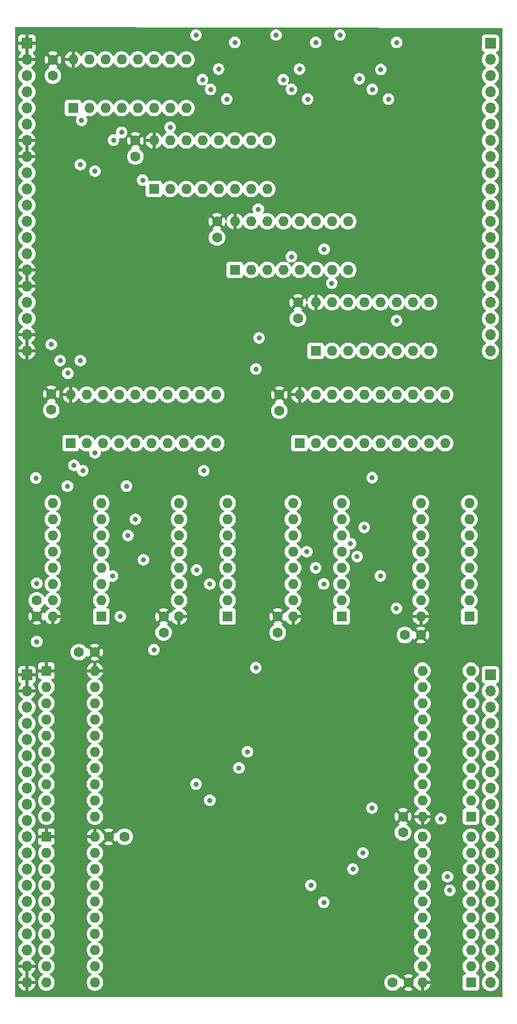
<source format=gbr>
%TF.GenerationSoftware,KiCad,Pcbnew,7.0.6-0*%
%TF.CreationDate,2023-08-04T10:28:54-07:00*%
%TF.ProjectId,V503,56353033-2e6b-4696-9361-645f70636258,rev?*%
%TF.SameCoordinates,Original*%
%TF.FileFunction,Copper,L2,Inr*%
%TF.FilePolarity,Positive*%
%FSLAX46Y46*%
G04 Gerber Fmt 4.6, Leading zero omitted, Abs format (unit mm)*
G04 Created by KiCad (PCBNEW 7.0.6-0) date 2023-08-04 10:28:54*
%MOMM*%
%LPD*%
G01*
G04 APERTURE LIST*
%TA.AperFunction,ComponentPad*%
%ADD10R,1.600000X1.600000*%
%TD*%
%TA.AperFunction,ComponentPad*%
%ADD11O,1.600000X1.600000*%
%TD*%
%TA.AperFunction,ComponentPad*%
%ADD12C,1.600000*%
%TD*%
%TA.AperFunction,ComponentPad*%
%ADD13R,1.700000X1.700000*%
%TD*%
%TA.AperFunction,ComponentPad*%
%ADD14O,1.700000X1.700000*%
%TD*%
%TA.AperFunction,ViaPad*%
%ADD15C,0.800000*%
%TD*%
G04 APERTURE END LIST*
D10*
%TO.N,HLD5*%
%TO.C,U4*%
X56388000Y-53975000D03*
D11*
%TO.N,HLD6*%
X58928000Y-53975000D03*
%TO.N,HLD7*%
X61468000Y-53975000D03*
%TO.N,Rb*%
X64008000Y-53975000D03*
%TO.N,Ra*%
X66548000Y-53975000D03*
%TO.N,SYSADDR7*%
X69088000Y-53975000D03*
%TO.N,SYSADDR6*%
X71628000Y-53975000D03*
%TO.N,GND*%
X74168000Y-53975000D03*
%TO.N,SYSADDR5*%
X74168000Y-46355000D03*
%TO.N,SYSADDR4*%
X71628000Y-46355000D03*
%TO.N,~{Er}*%
X69088000Y-46355000D03*
%TO.N,~{Ew}*%
X66548000Y-46355000D03*
%TO.N,Wb*%
X64008000Y-46355000D03*
%TO.N,Wa*%
X61468000Y-46355000D03*
%TO.N,HLD4*%
X58928000Y-46355000D03*
%TO.N,VCC*%
X56388000Y-46355000D03*
%TD*%
D10*
%TO.N,GND*%
%TO.C,U3*%
X43307000Y-93853000D03*
D11*
%TO.N,SUM0*%
X45847000Y-93853000D03*
%TO.N,SUM1*%
X48387000Y-93853000D03*
%TO.N,SUM2*%
X50927000Y-93853000D03*
%TO.N,SUM3*%
X53467000Y-93853000D03*
%TO.N,SUM4*%
X56007000Y-93853000D03*
%TO.N,SUM5*%
X58547000Y-93853000D03*
%TO.N,SUM6*%
X61087000Y-93853000D03*
%TO.N,SUM7*%
X63627000Y-93853000D03*
%TO.N,GND*%
X66167000Y-93853000D03*
%TO.N,SYSCLK*%
X66167000Y-86233000D03*
%TO.N,HLD7*%
X63627000Y-86233000D03*
%TO.N,HLD6*%
X61087000Y-86233000D03*
%TO.N,HLD5*%
X58547000Y-86233000D03*
%TO.N,HLD4*%
X56007000Y-86233000D03*
%TO.N,HLD3*%
X53467000Y-86233000D03*
%TO.N,HLD2*%
X50927000Y-86233000D03*
%TO.N,HLD1*%
X48387000Y-86233000D03*
%TO.N,HLD0*%
X45847000Y-86233000D03*
%TO.N,VCC*%
X43307000Y-86233000D03*
%TD*%
D12*
%TO.N,VCC*%
%TO.C,C9*%
X78994000Y-71775000D03*
%TO.N,GND*%
X78994000Y-74275000D03*
%TD*%
%TO.N,VCC*%
%TO.C,C5*%
X57912000Y-121031000D03*
%TO.N,GND*%
X57912000Y-123531000D03*
%TD*%
D10*
%TO.N,VCC*%
%TO.C,U12*%
X39497000Y-155575000D03*
D11*
%TO.N,ALU8*%
X39497000Y-158115000D03*
%TO.N,ALU9*%
X39497000Y-160655000D03*
%TO.N,ALU10*%
X39497000Y-163195000D03*
%TO.N,ALU11*%
X39497000Y-165735000D03*
%TO.N,ALU12*%
X39497000Y-168275000D03*
%TO.N,ALU13*%
X39497000Y-170815000D03*
%TO.N,ALU14*%
X39497000Y-173355000D03*
%TO.N,ALU15*%
X39497000Y-175895000D03*
%TO.N,GND*%
X39497000Y-178435000D03*
%TO.N,SYSADDR15*%
X47117000Y-178435000D03*
%TO.N,SYSADDR14*%
X47117000Y-175895000D03*
%TO.N,SYSADDR13*%
X47117000Y-173355000D03*
%TO.N,SYSADDR12*%
X47117000Y-170815000D03*
%TO.N,SYSADDR11*%
X47117000Y-168275000D03*
%TO.N,SYSADDR10*%
X47117000Y-165735000D03*
%TO.N,SYSADDR9*%
X47117000Y-163195000D03*
%TO.N,SYSADDR8*%
X47117000Y-160655000D03*
%TO.N,~{ALUtoA}*%
X47117000Y-158115000D03*
%TO.N,VCC*%
X47117000Y-155575000D03*
%TD*%
D12*
%TO.N,VCC*%
%TO.C,C7*%
X66294000Y-59075000D03*
%TO.N,GND*%
X66294000Y-61575000D03*
%TD*%
D10*
%TO.N,HLD13*%
%TO.C,U9*%
X81803000Y-79365000D03*
D11*
%TO.N,HLD14*%
X84343000Y-79365000D03*
%TO.N,HLD15*%
X86883000Y-79365000D03*
%TO.N,Rb*%
X89423000Y-79365000D03*
%TO.N,Ra*%
X91963000Y-79365000D03*
%TO.N,SYSADDR15*%
X94503000Y-79365000D03*
%TO.N,SYSADDR14*%
X97043000Y-79365000D03*
%TO.N,GND*%
X99583000Y-79365000D03*
%TO.N,SYSADDR13*%
X99583000Y-71745000D03*
%TO.N,SYSADDR12*%
X97043000Y-71745000D03*
%TO.N,~{Er}*%
X94503000Y-71745000D03*
%TO.N,~{Ew}*%
X91963000Y-71745000D03*
%TO.N,Wb*%
X89423000Y-71745000D03*
%TO.N,Wa*%
X86883000Y-71745000D03*
%TO.N,HLD12*%
X84343000Y-71745000D03*
%TO.N,VCC*%
X81803000Y-71745000D03*
%TD*%
D10*
%TO.N,GND*%
%TO.C,U6*%
X79248000Y-93853000D03*
D11*
%TO.N,SUM8*%
X81788000Y-93853000D03*
%TO.N,SUM9*%
X84328000Y-93853000D03*
%TO.N,SUM10*%
X86868000Y-93853000D03*
%TO.N,SUM11*%
X89408000Y-93853000D03*
%TO.N,SUM12*%
X91948000Y-93853000D03*
%TO.N,SUM13*%
X94488000Y-93853000D03*
%TO.N,SUM14*%
X97028000Y-93853000D03*
%TO.N,SUM15*%
X99568000Y-93853000D03*
%TO.N,GND*%
X102108000Y-93853000D03*
%TO.N,SYSCLK*%
X102108000Y-86233000D03*
%TO.N,HLD15*%
X99568000Y-86233000D03*
%TO.N,HLD14*%
X97028000Y-86233000D03*
%TO.N,HLD13*%
X94488000Y-86233000D03*
%TO.N,HLD12*%
X91948000Y-86233000D03*
%TO.N,HLD11*%
X89408000Y-86233000D03*
%TO.N,HLD10*%
X86868000Y-86233000D03*
%TO.N,HLD9*%
X84328000Y-86233000D03*
%TO.N,HLD8*%
X81788000Y-86233000D03*
%TO.N,VCC*%
X79248000Y-86233000D03*
%TD*%
D10*
%TO.N,SUM1*%
%TO.C,U2*%
X48123000Y-121016000D03*
D11*
%TO.N,SRC2:1*%
X48123000Y-118476000D03*
%TO.N,SYSADDR1*%
X48123000Y-115936000D03*
%TO.N,SUM0*%
X48123000Y-113396000D03*
%TO.N,SYSADDR0*%
X48123000Y-110856000D03*
%TO.N,SRC2:0*%
X48123000Y-108316000D03*
%TO.N,GND*%
X48123000Y-105776000D03*
X48123000Y-103236000D03*
%TO.N,CO4*%
X40503000Y-103236000D03*
%TO.N,SUM3*%
X40503000Y-105776000D03*
%TO.N,SRC2:2*%
X40503000Y-108316000D03*
%TO.N,SYSADDR3*%
X40503000Y-110856000D03*
%TO.N,SUM2*%
X40503000Y-113396000D03*
%TO.N,SYSADDR2*%
X40503000Y-115936000D03*
%TO.N,SRC2:2*%
X40503000Y-118476000D03*
%TO.N,VCC*%
X40503000Y-121016000D03*
%TD*%
D10*
%TO.N,HLD1*%
%TO.C,U1*%
X43688000Y-41275000D03*
D11*
%TO.N,HLD2*%
X46228000Y-41275000D03*
%TO.N,HLD3*%
X48768000Y-41275000D03*
%TO.N,Rb*%
X51308000Y-41275000D03*
%TO.N,Ra*%
X53848000Y-41275000D03*
%TO.N,SYSADDR3*%
X56388000Y-41275000D03*
%TO.N,SYSADDR2*%
X58928000Y-41275000D03*
%TO.N,GND*%
X61468000Y-41275000D03*
%TO.N,SYSADDR1*%
X61468000Y-33655000D03*
%TO.N,SYSADDR0*%
X58928000Y-33655000D03*
%TO.N,~{Er}*%
X56388000Y-33655000D03*
%TO.N,~{Ew}*%
X53848000Y-33655000D03*
%TO.N,Wb*%
X51308000Y-33655000D03*
%TO.N,Wa*%
X48768000Y-33655000D03*
%TO.N,HLD0*%
X46228000Y-33655000D03*
%TO.N,VCC*%
X43688000Y-33655000D03*
%TD*%
D12*
%TO.N,VCC*%
%TO.C,C13*%
X95504000Y-152400000D03*
%TO.N,GND*%
X95504000Y-154900000D03*
%TD*%
D10*
%TO.N,HLD9*%
%TO.C,U7*%
X69103000Y-66665000D03*
D11*
%TO.N,HLD10*%
X71643000Y-66665000D03*
%TO.N,HLD11*%
X74183000Y-66665000D03*
%TO.N,Rb*%
X76723000Y-66665000D03*
%TO.N,Ra*%
X79263000Y-66665000D03*
%TO.N,SYSADDR11*%
X81803000Y-66665000D03*
%TO.N,SYSADDR10*%
X84343000Y-66665000D03*
%TO.N,GND*%
X86883000Y-66665000D03*
%TO.N,SYSADDR9*%
X86883000Y-59045000D03*
%TO.N,SYSADDR8*%
X84343000Y-59045000D03*
%TO.N,~{Er}*%
X81803000Y-59045000D03*
%TO.N,~{Ew}*%
X79263000Y-59045000D03*
%TO.N,Wb*%
X76723000Y-59045000D03*
%TO.N,Wa*%
X74183000Y-59045000D03*
%TO.N,HLD8*%
X71643000Y-59045000D03*
%TO.N,VCC*%
X69103000Y-59045000D03*
%TD*%
D10*
%TO.N,SUM5*%
%TO.C,U5*%
X67945000Y-121031000D03*
D11*
%TO.N,SRC2:2*%
X67945000Y-118491000D03*
%TO.N,SYSADDR5*%
X67945000Y-115951000D03*
%TO.N,SUM4*%
X67945000Y-113411000D03*
%TO.N,SYSADDR4*%
X67945000Y-110871000D03*
%TO.N,SRC2:2*%
X67945000Y-108331000D03*
%TO.N,CO4*%
X67945000Y-105791000D03*
%TO.N,GND*%
X67945000Y-103251000D03*
%TO.N,CO8*%
X60325000Y-103251000D03*
%TO.N,SUM7*%
X60325000Y-105791000D03*
%TO.N,SRC2:2*%
X60325000Y-108331000D03*
%TO.N,SYSADDR7*%
X60325000Y-110871000D03*
%TO.N,SUM6*%
X60325000Y-113411000D03*
%TO.N,SYSADDR6*%
X60325000Y-115951000D03*
%TO.N,SRC2:2*%
X60325000Y-118491000D03*
%TO.N,VCC*%
X60325000Y-121031000D03*
%TD*%
D12*
%TO.N,VCC*%
%TO.C,C14*%
X96373000Y-178435000D03*
%TO.N,GND*%
X93873000Y-178435000D03*
%TD*%
D10*
%TO.N,SUM13*%
%TO.C,U10*%
X105918000Y-121031000D03*
D11*
%TO.N,SRC2:2*%
X105918000Y-118491000D03*
%TO.N,SYSADDR13*%
X105918000Y-115951000D03*
%TO.N,SUM12*%
X105918000Y-113411000D03*
%TO.N,SYSADDR12*%
X105918000Y-110871000D03*
%TO.N,SRC2:2*%
X105918000Y-108331000D03*
%TO.N,CO12*%
X105918000Y-105791000D03*
%TO.N,GND*%
X105918000Y-103251000D03*
%TO.N,unconnected-(U10-C4-Pad9)*%
X98298000Y-103251000D03*
%TO.N,SUM15*%
X98298000Y-105791000D03*
%TO.N,SRC2:2*%
X98298000Y-108331000D03*
%TO.N,SYSADDR15*%
X98298000Y-110871000D03*
%TO.N,SUM14*%
X98298000Y-113411000D03*
%TO.N,SYSADDR14*%
X98298000Y-115951000D03*
%TO.N,SRC2:2*%
X98298000Y-118491000D03*
%TO.N,VCC*%
X98298000Y-121031000D03*
%TD*%
D12*
%TO.N,VCC*%
%TO.C,C3*%
X40259000Y-86126000D03*
%TO.N,GND*%
X40259000Y-88626000D03*
%TD*%
%TO.N,VCC*%
%TO.C,C11*%
X47097000Y-126619000D03*
%TO.N,GND*%
X44597000Y-126619000D03*
%TD*%
%TO.N,VCC*%
%TO.C,C8*%
X75819000Y-121051000D03*
%TO.N,GND*%
X75819000Y-123551000D03*
%TD*%
D13*
%TO.N,VCC*%
%TO.C,J1*%
X36449000Y-31115000D03*
D14*
X36449000Y-33655000D03*
%TO.N,SYSCLK*%
X36449000Y-36195000D03*
%TO.N,SRC2:0*%
X36449000Y-38735000D03*
%TO.N,SRC2:1*%
X36449000Y-41275000D03*
%TO.N,SRC2:2*%
X36449000Y-43815000D03*
%TO.N,VCC*%
X36449000Y-46355000D03*
X36449000Y-48895000D03*
%TO.N,Ra*%
X36449000Y-51435000D03*
%TO.N,Rb*%
X36449000Y-53975000D03*
%TO.N,Wa*%
X36449000Y-56515000D03*
%TO.N,Wb*%
X36449000Y-59055000D03*
%TO.N,~{Ew}*%
X36449000Y-61595000D03*
%TO.N,~{Er}*%
X36449000Y-64135000D03*
%TO.N,VCC*%
X36449000Y-66675000D03*
X36449000Y-69215000D03*
%TO.N,~{ALUtoA}*%
X36449000Y-71755000D03*
%TO.N,~{AtoD}*%
X36449000Y-74295000D03*
%TO.N,VCC*%
X36449000Y-76835000D03*
X36449000Y-79375000D03*
%TD*%
D12*
%TO.N,VCC*%
%TO.C,C6*%
X76073000Y-86233000D03*
%TO.N,GND*%
X76073000Y-88733000D03*
%TD*%
D13*
%TO.N,GND*%
%TO.C,J2*%
X109220000Y-31115000D03*
D14*
X109220000Y-33655000D03*
%TO.N,SYSADDR0*%
X109220000Y-36195000D03*
%TO.N,SYSADDR1*%
X109220000Y-38735000D03*
%TO.N,SYSADDR2*%
X109220000Y-41275000D03*
%TO.N,SYSADDR3*%
X109220000Y-43815000D03*
%TO.N,SYSADDR4*%
X109220000Y-46355000D03*
%TO.N,SYSADDR5*%
X109220000Y-48895000D03*
%TO.N,SYSADDR6*%
X109220000Y-51435000D03*
%TO.N,SYSADDR7*%
X109220000Y-53975000D03*
%TO.N,SYSADDR8*%
X109220000Y-56515000D03*
%TO.N,SYSADDR9*%
X109220000Y-59055000D03*
%TO.N,SYSADDR10*%
X109220000Y-61595000D03*
%TO.N,SYSADDR11*%
X109220000Y-64135000D03*
%TO.N,SYSADDR12*%
X109220000Y-66675000D03*
%TO.N,SYSADDR13*%
X109220000Y-69215000D03*
%TO.N,SYSADDR14*%
X109220000Y-71755000D03*
%TO.N,SYSADDR15*%
X109220000Y-74295000D03*
%TO.N,GND*%
X109220000Y-76835000D03*
X109220000Y-79375000D03*
%TD*%
D10*
%TO.N,VCC*%
%TO.C,U11*%
X39497000Y-129540000D03*
D11*
%TO.N,ALU0*%
X39497000Y-132080000D03*
%TO.N,ALU1*%
X39497000Y-134620000D03*
%TO.N,ALU2*%
X39497000Y-137160000D03*
%TO.N,ALU3*%
X39497000Y-139700000D03*
%TO.N,ALU4*%
X39497000Y-142240000D03*
%TO.N,ALU5*%
X39497000Y-144780000D03*
%TO.N,ALU6*%
X39497000Y-147320000D03*
%TO.N,ALU7*%
X39497000Y-149860000D03*
%TO.N,GND*%
X39497000Y-152400000D03*
%TO.N,SYSADDR7*%
X47117000Y-152400000D03*
%TO.N,SYSADDR6*%
X47117000Y-149860000D03*
%TO.N,SYSADDR5*%
X47117000Y-147320000D03*
%TO.N,SYSADDR4*%
X47117000Y-144780000D03*
%TO.N,SYSADDR3*%
X47117000Y-142240000D03*
%TO.N,SYSADDR2*%
X47117000Y-139700000D03*
%TO.N,SYSADDR1*%
X47117000Y-137160000D03*
%TO.N,SYSADDR0*%
X47117000Y-134620000D03*
%TO.N,~{ALUtoA}*%
X47117000Y-132080000D03*
%TO.N,VCC*%
X47117000Y-129540000D03*
%TD*%
D13*
%TO.N,GND*%
%TO.C,J4*%
X109220000Y-130175000D03*
D14*
X109220000Y-132715000D03*
%TO.N,SYSDATA0*%
X109220000Y-135255000D03*
%TO.N,SYSDATA1*%
X109220000Y-137795000D03*
%TO.N,SYSDATA2*%
X109220000Y-140335000D03*
%TO.N,SYSDATA3*%
X109220000Y-142875000D03*
%TO.N,SYSDATA4*%
X109220000Y-145415000D03*
%TO.N,SYSDATA5*%
X109220000Y-147955000D03*
%TO.N,SYSDATA6*%
X109220000Y-150495000D03*
%TO.N,SYSDATA7*%
X109220000Y-153035000D03*
%TO.N,SYSDATA8*%
X109220000Y-155575000D03*
%TO.N,SYSDATA9*%
X109220000Y-158115000D03*
%TO.N,SYSDATA10*%
X109220000Y-160655000D03*
%TO.N,SYSDATA11*%
X109220000Y-163195000D03*
%TO.N,SYSDATA12*%
X109220000Y-165735000D03*
%TO.N,SYSDATA13*%
X109220000Y-168275000D03*
%TO.N,SYSDATA14*%
X109220000Y-170815000D03*
%TO.N,SYSDATA15*%
X109220000Y-173355000D03*
%TO.N,GND*%
X109220000Y-175895000D03*
X109220000Y-178435000D03*
%TD*%
D12*
%TO.N,VCC*%
%TO.C,C1*%
X40513000Y-33695000D03*
%TO.N,GND*%
X40513000Y-36195000D03*
%TD*%
%TO.N,VCC*%
%TO.C,C12*%
X49276000Y-155575000D03*
%TO.N,GND*%
X51776000Y-155575000D03*
%TD*%
D10*
%TO.N,SUM9*%
%TO.C,U8*%
X85852000Y-121031000D03*
D11*
%TO.N,SRC2:2*%
X85852000Y-118491000D03*
%TO.N,SYSADDR9*%
X85852000Y-115951000D03*
%TO.N,SUM8*%
X85852000Y-113411000D03*
%TO.N,SYSADDR8*%
X85852000Y-110871000D03*
%TO.N,SRC2:2*%
X85852000Y-108331000D03*
%TO.N,CO8*%
X85852000Y-105791000D03*
%TO.N,GND*%
X85852000Y-103251000D03*
%TO.N,CO12*%
X78232000Y-103251000D03*
%TO.N,SUM11*%
X78232000Y-105791000D03*
%TO.N,SRC2:2*%
X78232000Y-108331000D03*
%TO.N,SYSADDR11*%
X78232000Y-110871000D03*
%TO.N,SUM10*%
X78232000Y-113411000D03*
%TO.N,SYSADDR10*%
X78232000Y-115951000D03*
%TO.N,SRC2:2*%
X78232000Y-118491000D03*
%TO.N,VCC*%
X78232000Y-121031000D03*
%TD*%
D12*
%TO.N,VCC*%
%TO.C,C4*%
X53467000Y-46375000D03*
%TO.N,GND*%
X53467000Y-48875000D03*
%TD*%
D10*
%TO.N,GND*%
%TO.C,U13*%
X106172000Y-152400000D03*
D11*
%TO.N,SYSDATA7*%
X106172000Y-149860000D03*
%TO.N,SYSDATA6*%
X106172000Y-147320000D03*
%TO.N,SYSDATA5*%
X106172000Y-144780000D03*
%TO.N,SYSDATA4*%
X106172000Y-142240000D03*
%TO.N,SYSDATA3*%
X106172000Y-139700000D03*
%TO.N,SYSDATA2*%
X106172000Y-137160000D03*
%TO.N,SYSDATA1*%
X106172000Y-134620000D03*
%TO.N,SYSDATA0*%
X106172000Y-132080000D03*
%TO.N,GND*%
X106172000Y-129540000D03*
%TO.N,SYSADDR0*%
X98552000Y-129540000D03*
%TO.N,SYSADDR1*%
X98552000Y-132080000D03*
%TO.N,SYSADDR2*%
X98552000Y-134620000D03*
%TO.N,SYSADDR3*%
X98552000Y-137160000D03*
%TO.N,SYSADDR4*%
X98552000Y-139700000D03*
%TO.N,SYSADDR5*%
X98552000Y-142240000D03*
%TO.N,SYSADDR6*%
X98552000Y-144780000D03*
%TO.N,SYSADDR7*%
X98552000Y-147320000D03*
%TO.N,~{AtoD}*%
X98552000Y-149860000D03*
%TO.N,VCC*%
X98552000Y-152400000D03*
%TD*%
D12*
%TO.N,VCC*%
%TO.C,C2*%
X37973000Y-121011000D03*
%TO.N,GND*%
X37973000Y-118511000D03*
%TD*%
D13*
%TO.N,VCC*%
%TO.C,J3*%
X36449000Y-130175000D03*
D14*
X36449000Y-132715000D03*
%TO.N,ALU0*%
X36449000Y-135255000D03*
%TO.N,ALU1*%
X36449000Y-137795000D03*
%TO.N,ALU2*%
X36449000Y-140335000D03*
%TO.N,ALU3*%
X36449000Y-142875000D03*
%TO.N,ALU4*%
X36449000Y-145415000D03*
%TO.N,ALU5*%
X36449000Y-147955000D03*
%TO.N,ALU6*%
X36449000Y-150495000D03*
%TO.N,ALU7*%
X36449000Y-153035000D03*
%TO.N,ALU8*%
X36449000Y-155575000D03*
%TO.N,ALU9*%
X36449000Y-158115000D03*
%TO.N,ALU10*%
X36449000Y-160655000D03*
%TO.N,ALU11*%
X36449000Y-163195000D03*
%TO.N,ALU12*%
X36449000Y-165735000D03*
%TO.N,ALU13*%
X36449000Y-168275000D03*
%TO.N,ALU14*%
X36449000Y-170815000D03*
%TO.N,ALU15*%
X36449000Y-173355000D03*
%TO.N,VCC*%
X36449000Y-175895000D03*
X36449000Y-178435000D03*
%TD*%
D10*
%TO.N,GND*%
%TO.C,U14*%
X106172000Y-178435000D03*
D11*
%TO.N,SYSDATA15*%
X106172000Y-175895000D03*
%TO.N,SYSDATA14*%
X106172000Y-173355000D03*
%TO.N,SYSDATA13*%
X106172000Y-170815000D03*
%TO.N,SYSDATA12*%
X106172000Y-168275000D03*
%TO.N,SYSDATA11*%
X106172000Y-165735000D03*
%TO.N,SYSDATA10*%
X106172000Y-163195000D03*
%TO.N,SYSDATA9*%
X106172000Y-160655000D03*
%TO.N,SYSDATA8*%
X106172000Y-158115000D03*
%TO.N,GND*%
X106172000Y-155575000D03*
%TO.N,SYSADDR8*%
X98552000Y-155575000D03*
%TO.N,SYSADDR9*%
X98552000Y-158115000D03*
%TO.N,SYSADDR10*%
X98552000Y-160655000D03*
%TO.N,SYSADDR11*%
X98552000Y-163195000D03*
%TO.N,SYSADDR12*%
X98552000Y-165735000D03*
%TO.N,SYSADDR13*%
X98552000Y-168275000D03*
%TO.N,SYSADDR14*%
X98552000Y-170815000D03*
%TO.N,SYSADDR15*%
X98552000Y-173355000D03*
%TO.N,~{AtoD}*%
X98552000Y-175895000D03*
%TO.N,VCC*%
X98552000Y-178435000D03*
%TD*%
D12*
%TO.N,VCC*%
%TO.C,C10*%
X98308800Y-123926600D03*
%TO.N,GND*%
X95808800Y-123926600D03*
%TD*%
D15*
%TO.N,SYSADDR12*%
X102489000Y-161848800D03*
%TO.N,SRC2:1*%
X72390000Y-129057400D03*
X40259000Y-78359000D03*
X72390000Y-82219800D03*
%TO.N,~{ALUtoA}*%
X37973000Y-124968000D03*
%TO.N,SRC2:0*%
X52298600Y-108331000D03*
X45034200Y-43205400D03*
%TO.N,SRC2:2*%
X37973000Y-115824000D03*
%TO.N,SYSADDR0*%
X63093600Y-113741200D03*
X49885600Y-114681000D03*
%TO.N,SYSADDR1*%
X45212000Y-98171000D03*
X64211200Y-98171000D03*
%TO.N,SYSADDR2*%
X47117000Y-51181000D03*
X43815000Y-97307400D03*
X58928000Y-44297600D03*
X47117000Y-95372701D03*
%TO.N,SYSADDR3*%
X44831000Y-50165000D03*
X42862500Y-82867500D03*
X44831000Y-80899000D03*
%TO.N,SUM1*%
X51104800Y-121031000D03*
%TO.N,SUM2*%
X52070000Y-100584000D03*
X42799000Y-100584000D03*
%TO.N,SUM3*%
X53467000Y-105791000D03*
%TO.N,Rb*%
X77978000Y-38354000D03*
X51308000Y-45110400D03*
X90678000Y-38354000D03*
X65278000Y-38354000D03*
%TO.N,Ra*%
X80518000Y-39878000D03*
X67818000Y-39878000D03*
X93218000Y-39878000D03*
%TO.N,~{Er}*%
X94503000Y-30988000D03*
X81803000Y-30988000D03*
X69088000Y-30988000D03*
%TO.N,~{Ew}*%
X92011500Y-35242500D03*
X66548000Y-35179000D03*
X79248000Y-35179000D03*
%TO.N,Wb*%
X64008000Y-36830000D03*
X76708000Y-36830000D03*
X88646000Y-36703000D03*
%TO.N,Wa*%
X75565000Y-29819600D03*
X85598000Y-29819600D03*
X62992000Y-29845000D03*
X50038000Y-46304200D03*
%TO.N,SUM5*%
X56388000Y-126238000D03*
%TO.N,SYSADDR7*%
X65151000Y-149860000D03*
%TO.N,SYSADDR6*%
X65151000Y-115951000D03*
X62992000Y-147320000D03*
%TO.N,SYSADDR5*%
X69723000Y-144780000D03*
%TO.N,SYSADDR4*%
X72771000Y-57150000D03*
X71069200Y-142240000D03*
%TO.N,SUM4*%
X54737000Y-112141000D03*
%TO.N,SUM10*%
X88290400Y-111633000D03*
%TO.N,SUM11*%
X89408000Y-107061000D03*
%TO.N,SYSADDR11*%
X84302600Y-68757800D03*
X87274400Y-109601000D03*
X83058000Y-165862000D03*
%TO.N,SYSADDR10*%
X77978000Y-64592200D03*
X81026000Y-163195000D03*
%TO.N,SYSADDR9*%
X83108800Y-63423800D03*
X87630000Y-160655000D03*
X83058000Y-115925600D03*
%TO.N,SYSADDR8*%
X89204800Y-158115000D03*
X80391000Y-110871000D03*
%TO.N,SUM8*%
X81788000Y-113411000D03*
%TO.N,SUM13*%
X94462600Y-119761000D03*
%TO.N,SYSADDR13*%
X102844600Y-163982400D03*
%TO.N,SUM12*%
X91948000Y-114681000D03*
%TO.N,SYSCLK*%
X41656000Y-80899000D03*
%TO.N,~{AtoD}*%
X90627200Y-151079200D03*
X90652600Y-99263200D03*
X37846000Y-99314000D03*
X101447600Y-152755600D03*
%TO.N,HLD4*%
X54610000Y-52578000D03*
%TO.N,HLD8*%
X72898000Y-77343000D03*
%TO.N,HLD12*%
X94488000Y-74625200D03*
%TD*%
%TA.AperFunction,Conductor*%
%TO.N,VCC*%
G36*
X36699000Y-177999498D02*
G01*
X36591315Y-177950320D01*
X36484763Y-177935000D01*
X36413237Y-177935000D01*
X36306685Y-177950320D01*
X36199000Y-177999498D01*
X36199000Y-176330501D01*
X36306685Y-176379680D01*
X36413237Y-176395000D01*
X36484763Y-176395000D01*
X36591315Y-176379680D01*
X36699000Y-176330501D01*
X36699000Y-177999498D01*
G37*
%TD.AperFunction*%
%TA.AperFunction,Conductor*%
G36*
X36699000Y-132279498D02*
G01*
X36591315Y-132230320D01*
X36484763Y-132215000D01*
X36413237Y-132215000D01*
X36306685Y-132230320D01*
X36199000Y-132279498D01*
X36199000Y-130610501D01*
X36306685Y-130659680D01*
X36413237Y-130675000D01*
X36484763Y-130675000D01*
X36591315Y-130659680D01*
X36699000Y-130610501D01*
X36699000Y-132279498D01*
G37*
%TD.AperFunction*%
%TA.AperFunction,Conductor*%
G36*
X39314024Y-119047571D02*
G01*
X39358540Y-119098944D01*
X39372432Y-119128734D01*
X39372433Y-119128735D01*
X39502954Y-119315141D01*
X39663858Y-119476045D01*
X39703914Y-119504092D01*
X39850266Y-119606568D01*
X39908865Y-119633893D01*
X39961305Y-119680065D01*
X39980457Y-119747258D01*
X39960242Y-119814139D01*
X39908867Y-119858657D01*
X39850515Y-119885867D01*
X39664179Y-120016342D01*
X39503342Y-120177179D01*
X39372865Y-120363518D01*
X39351546Y-120409236D01*
X39305373Y-120461674D01*
X39238179Y-120480825D01*
X39171298Y-120460608D01*
X39126783Y-120409233D01*
X39103135Y-120358520D01*
X39103131Y-120358512D01*
X39052026Y-120285526D01*
X39052025Y-120285526D01*
X38370953Y-120966598D01*
X38358165Y-120885852D01*
X38300641Y-120772955D01*
X38211045Y-120683359D01*
X38098148Y-120625835D01*
X38017399Y-120613045D01*
X38698472Y-119931973D01*
X38625483Y-119880866D01*
X38625481Y-119880865D01*
X38610023Y-119873657D01*
X38557584Y-119827484D01*
X38538432Y-119760290D01*
X38558648Y-119693409D01*
X38610023Y-119648893D01*
X38625734Y-119641568D01*
X38812139Y-119511047D01*
X38973047Y-119350139D01*
X39103568Y-119163734D01*
X39133778Y-119098947D01*
X39179950Y-119046508D01*
X39247143Y-119027356D01*
X39314024Y-119047571D01*
G37*
%TD.AperFunction*%
%TA.AperFunction,Conductor*%
G36*
X36699000Y-78939498D02*
G01*
X36591315Y-78890320D01*
X36484763Y-78875000D01*
X36413237Y-78875000D01*
X36306685Y-78890320D01*
X36199000Y-78939498D01*
X36199000Y-77270501D01*
X36306685Y-77319680D01*
X36413237Y-77335000D01*
X36484763Y-77335000D01*
X36591315Y-77319680D01*
X36699000Y-77270501D01*
X36699000Y-78939498D01*
G37*
%TD.AperFunction*%
%TA.AperFunction,Conductor*%
G36*
X36699000Y-68779498D02*
G01*
X36591315Y-68730320D01*
X36484763Y-68715000D01*
X36413237Y-68715000D01*
X36306685Y-68730320D01*
X36199000Y-68779498D01*
X36199000Y-67110501D01*
X36306685Y-67159680D01*
X36413237Y-67175000D01*
X36484763Y-67175000D01*
X36591315Y-67159680D01*
X36699000Y-67110501D01*
X36699000Y-68779498D01*
G37*
%TD.AperFunction*%
%TA.AperFunction,Conductor*%
G36*
X36699000Y-48459498D02*
G01*
X36591315Y-48410320D01*
X36484763Y-48395000D01*
X36413237Y-48395000D01*
X36306685Y-48410320D01*
X36199000Y-48459498D01*
X36199000Y-46790501D01*
X36306685Y-46839680D01*
X36413237Y-46855000D01*
X36484763Y-46855000D01*
X36591315Y-46839680D01*
X36699000Y-46790501D01*
X36699000Y-48459498D01*
G37*
%TD.AperFunction*%
%TA.AperFunction,Conductor*%
G36*
X36699000Y-33219498D02*
G01*
X36591315Y-33170320D01*
X36484763Y-33155000D01*
X36413237Y-33155000D01*
X36306685Y-33170320D01*
X36199000Y-33219498D01*
X36199000Y-31550501D01*
X36306685Y-31599680D01*
X36413237Y-31615000D01*
X36484763Y-31615000D01*
X36591315Y-31599680D01*
X36699000Y-31550501D01*
X36699000Y-33219498D01*
G37*
%TD.AperFunction*%
%TA.AperFunction,Conductor*%
G36*
X111001208Y-28701794D02*
G01*
X111068212Y-28721590D01*
X111113880Y-28774470D01*
X111125000Y-28825794D01*
X111125000Y-180597000D01*
X111105315Y-180664039D01*
X111052511Y-180709794D01*
X111001000Y-180721000D01*
X34668000Y-180721000D01*
X34600961Y-180701315D01*
X34555206Y-180648511D01*
X34544000Y-180597000D01*
X34544000Y-173355000D01*
X35093341Y-173355000D01*
X35113936Y-173590403D01*
X35113938Y-173590413D01*
X35175094Y-173818655D01*
X35175096Y-173818659D01*
X35175097Y-173818663D01*
X35263262Y-174007732D01*
X35274965Y-174032830D01*
X35274967Y-174032834D01*
X35383281Y-174187521D01*
X35410505Y-174226401D01*
X35577599Y-174393495D01*
X35747721Y-174512616D01*
X35763594Y-174523730D01*
X35807219Y-174578307D01*
X35814413Y-174647805D01*
X35782890Y-174710160D01*
X35763595Y-174726880D01*
X35577922Y-174856890D01*
X35577920Y-174856891D01*
X35410891Y-175023920D01*
X35410886Y-175023926D01*
X35275400Y-175217420D01*
X35275399Y-175217422D01*
X35175570Y-175431507D01*
X35175567Y-175431513D01*
X35118364Y-175644999D01*
X35118364Y-175645000D01*
X36015314Y-175645000D01*
X35989507Y-175685156D01*
X35949000Y-175823111D01*
X35949000Y-175966889D01*
X35989507Y-176104844D01*
X36015314Y-176145000D01*
X35118364Y-176145000D01*
X35175567Y-176358486D01*
X35175570Y-176358492D01*
X35275399Y-176572578D01*
X35410894Y-176766082D01*
X35577917Y-176933105D01*
X35764031Y-177063425D01*
X35807656Y-177118003D01*
X35814848Y-177187501D01*
X35783326Y-177249856D01*
X35764031Y-177266575D01*
X35577922Y-177396890D01*
X35577920Y-177396891D01*
X35410891Y-177563920D01*
X35410886Y-177563926D01*
X35275400Y-177757420D01*
X35275399Y-177757422D01*
X35175570Y-177971507D01*
X35175567Y-177971513D01*
X35118364Y-178184999D01*
X35118364Y-178185000D01*
X36015314Y-178185000D01*
X35989507Y-178225156D01*
X35949000Y-178363111D01*
X35949000Y-178506889D01*
X35989507Y-178644844D01*
X36015314Y-178685000D01*
X35118364Y-178685000D01*
X35175567Y-178898486D01*
X35175570Y-178898492D01*
X35275399Y-179112578D01*
X35410894Y-179306082D01*
X35577917Y-179473105D01*
X35771421Y-179608600D01*
X35985507Y-179708429D01*
X35985516Y-179708433D01*
X36199000Y-179765634D01*
X36199000Y-178870501D01*
X36306685Y-178919680D01*
X36413237Y-178935000D01*
X36484763Y-178935000D01*
X36591315Y-178919680D01*
X36699000Y-178870501D01*
X36699000Y-179765633D01*
X36912483Y-179708433D01*
X36912492Y-179708429D01*
X37126578Y-179608600D01*
X37320082Y-179473105D01*
X37487105Y-179306082D01*
X37622600Y-179112578D01*
X37722429Y-178898492D01*
X37722432Y-178898486D01*
X37779636Y-178685000D01*
X36882686Y-178685000D01*
X36908493Y-178644844D01*
X36949000Y-178506889D01*
X36949000Y-178435001D01*
X38191532Y-178435001D01*
X38211364Y-178661686D01*
X38211366Y-178661697D01*
X38270258Y-178881488D01*
X38270261Y-178881497D01*
X38366431Y-179087732D01*
X38366432Y-179087734D01*
X38496954Y-179274141D01*
X38657858Y-179435045D01*
X38657861Y-179435047D01*
X38844266Y-179565568D01*
X39050504Y-179661739D01*
X39270308Y-179720635D01*
X39432230Y-179734801D01*
X39496998Y-179740468D01*
X39497000Y-179740468D01*
X39497002Y-179740468D01*
X39553807Y-179735498D01*
X39723692Y-179720635D01*
X39943496Y-179661739D01*
X40149734Y-179565568D01*
X40336139Y-179435047D01*
X40497047Y-179274139D01*
X40627568Y-179087734D01*
X40723739Y-178881496D01*
X40782635Y-178661692D01*
X40802468Y-178435001D01*
X45811532Y-178435001D01*
X45831364Y-178661686D01*
X45831366Y-178661697D01*
X45890258Y-178881488D01*
X45890261Y-178881497D01*
X45986431Y-179087732D01*
X45986432Y-179087734D01*
X46116954Y-179274141D01*
X46277858Y-179435045D01*
X46277861Y-179435047D01*
X46464266Y-179565568D01*
X46670504Y-179661739D01*
X46890308Y-179720635D01*
X47052230Y-179734801D01*
X47116998Y-179740468D01*
X47117000Y-179740468D01*
X47117002Y-179740468D01*
X47173807Y-179735498D01*
X47343692Y-179720635D01*
X47563496Y-179661739D01*
X47769734Y-179565568D01*
X47956139Y-179435047D01*
X48117047Y-179274139D01*
X48247568Y-179087734D01*
X48343739Y-178881496D01*
X48402635Y-178661692D01*
X48422468Y-178435001D01*
X92567532Y-178435001D01*
X92587364Y-178661686D01*
X92587366Y-178661697D01*
X92646258Y-178881488D01*
X92646261Y-178881497D01*
X92742431Y-179087732D01*
X92742432Y-179087734D01*
X92872954Y-179274141D01*
X93033858Y-179435045D01*
X93033861Y-179435047D01*
X93220266Y-179565568D01*
X93426504Y-179661739D01*
X93646308Y-179720635D01*
X93808230Y-179734801D01*
X93872998Y-179740468D01*
X93873000Y-179740468D01*
X93873002Y-179740468D01*
X93929807Y-179735498D01*
X94099692Y-179720635D01*
X94319496Y-179661739D01*
X94525734Y-179565568D01*
X94712139Y-179435047D01*
X94873047Y-179274139D01*
X95003568Y-179087734D01*
X95010893Y-179072023D01*
X95057062Y-179019586D01*
X95124254Y-179000432D01*
X95191136Y-179020645D01*
X95235657Y-179072023D01*
X95242865Y-179087481D01*
X95242866Y-179087483D01*
X95293973Y-179160471D01*
X95293974Y-179160472D01*
X95975046Y-178479399D01*
X95987835Y-178560148D01*
X96045359Y-178673045D01*
X96134955Y-178762641D01*
X96247852Y-178820165D01*
X96328599Y-178832953D01*
X95647526Y-179514025D01*
X95647526Y-179514026D01*
X95720512Y-179565131D01*
X95720516Y-179565133D01*
X95926673Y-179661265D01*
X95926682Y-179661269D01*
X96146389Y-179720139D01*
X96146400Y-179720141D01*
X96372998Y-179739966D01*
X96373002Y-179739966D01*
X96599599Y-179720141D01*
X96599610Y-179720139D01*
X96819317Y-179661269D01*
X96819331Y-179661264D01*
X97025478Y-179565136D01*
X97098472Y-179514025D01*
X96417401Y-178832953D01*
X96498148Y-178820165D01*
X96611045Y-178762641D01*
X96700641Y-178673045D01*
X96758165Y-178560148D01*
X96770953Y-178479400D01*
X97480331Y-179188777D01*
X97512824Y-179217386D01*
X97552332Y-179273808D01*
X97552341Y-179273819D01*
X97713179Y-179434657D01*
X97899517Y-179565134D01*
X98105673Y-179661265D01*
X98105682Y-179661269D01*
X98301999Y-179713872D01*
X98302000Y-179713871D01*
X98302000Y-178750686D01*
X98313955Y-178762641D01*
X98426852Y-178820165D01*
X98520519Y-178835000D01*
X98583481Y-178835000D01*
X98677148Y-178820165D01*
X98790045Y-178762641D01*
X98802000Y-178750686D01*
X98802000Y-179713872D01*
X98998317Y-179661269D01*
X98998326Y-179661265D01*
X99204482Y-179565134D01*
X99390820Y-179434657D01*
X99551657Y-179273820D01*
X99682134Y-179087482D01*
X99778265Y-178881326D01*
X99778269Y-178881317D01*
X99830872Y-178685000D01*
X98867686Y-178685000D01*
X98879641Y-178673045D01*
X98937165Y-178560148D01*
X98956986Y-178435000D01*
X98937165Y-178309852D01*
X98879641Y-178196955D01*
X98867686Y-178185000D01*
X99830872Y-178185000D01*
X99830872Y-178184999D01*
X99778269Y-177988682D01*
X99778265Y-177988673D01*
X99682134Y-177782517D01*
X99551657Y-177596179D01*
X99390820Y-177435342D01*
X99204482Y-177304865D01*
X99146133Y-177277657D01*
X99093694Y-177231484D01*
X99074542Y-177164291D01*
X99094758Y-177097410D01*
X99146129Y-177052895D01*
X99204734Y-177025568D01*
X99391139Y-176895047D01*
X99552047Y-176734139D01*
X99682568Y-176547734D01*
X99778739Y-176341496D01*
X99837635Y-176121692D01*
X99857468Y-175895001D01*
X104866532Y-175895001D01*
X104886364Y-176121686D01*
X104886366Y-176121697D01*
X104945258Y-176341488D01*
X104945261Y-176341497D01*
X105041431Y-176547732D01*
X105041432Y-176547734D01*
X105171954Y-176734141D01*
X105332858Y-176895045D01*
X105357462Y-176912273D01*
X105401087Y-176966849D01*
X105408281Y-177036348D01*
X105376758Y-177098703D01*
X105316529Y-177134117D01*
X105299593Y-177137138D01*
X105264516Y-177140908D01*
X105129671Y-177191202D01*
X105129664Y-177191206D01*
X105014455Y-177277452D01*
X105014452Y-177277455D01*
X104928206Y-177392664D01*
X104928202Y-177392671D01*
X104877908Y-177527517D01*
X104873995Y-177563920D01*
X104871501Y-177587123D01*
X104871500Y-177587135D01*
X104871500Y-179282870D01*
X104871501Y-179282876D01*
X104877908Y-179342483D01*
X104928202Y-179477328D01*
X104928206Y-179477335D01*
X105014452Y-179592544D01*
X105014455Y-179592547D01*
X105129664Y-179678793D01*
X105129671Y-179678797D01*
X105264517Y-179729091D01*
X105264516Y-179729091D01*
X105271444Y-179729835D01*
X105324127Y-179735500D01*
X107019872Y-179735499D01*
X107079483Y-179729091D01*
X107214331Y-179678796D01*
X107329546Y-179592546D01*
X107415796Y-179477331D01*
X107466091Y-179342483D01*
X107472500Y-179282873D01*
X107472499Y-178435000D01*
X107864341Y-178435000D01*
X107884936Y-178670403D01*
X107884938Y-178670413D01*
X107946094Y-178898655D01*
X107946096Y-178898659D01*
X107946097Y-178898663D01*
X108034262Y-179087732D01*
X108045965Y-179112830D01*
X108045967Y-179112834D01*
X108119176Y-179217386D01*
X108181505Y-179306401D01*
X108348599Y-179473495D01*
X108445384Y-179541265D01*
X108542165Y-179609032D01*
X108542167Y-179609033D01*
X108542170Y-179609035D01*
X108756337Y-179708903D01*
X108756343Y-179708904D01*
X108756344Y-179708905D01*
X108798271Y-179720139D01*
X108984592Y-179770063D01*
X109172918Y-179786539D01*
X109219999Y-179790659D01*
X109220000Y-179790659D01*
X109220001Y-179790659D01*
X109259234Y-179787226D01*
X109455408Y-179770063D01*
X109683663Y-179708903D01*
X109897830Y-179609035D01*
X110091401Y-179473495D01*
X110258495Y-179306401D01*
X110394035Y-179112830D01*
X110493903Y-178898663D01*
X110555063Y-178670408D01*
X110575659Y-178435000D01*
X110555063Y-178199592D01*
X110493903Y-177971337D01*
X110394035Y-177757171D01*
X110360675Y-177709527D01*
X110258494Y-177563597D01*
X110091402Y-177396506D01*
X110091396Y-177396501D01*
X109905842Y-177266575D01*
X109862217Y-177211998D01*
X109855023Y-177142500D01*
X109886546Y-177080145D01*
X109905842Y-177063425D01*
X110020442Y-176983181D01*
X110091401Y-176933495D01*
X110258495Y-176766401D01*
X110394035Y-176572830D01*
X110493903Y-176358663D01*
X110555063Y-176130408D01*
X110575659Y-175895000D01*
X110555063Y-175659592D01*
X110493903Y-175431337D01*
X110394035Y-175217171D01*
X110258495Y-175023599D01*
X110258494Y-175023597D01*
X110091402Y-174856506D01*
X110091396Y-174856501D01*
X109905842Y-174726575D01*
X109862217Y-174671998D01*
X109855023Y-174602500D01*
X109886546Y-174540145D01*
X109905842Y-174523425D01*
X109959910Y-174485566D01*
X110091401Y-174393495D01*
X110258495Y-174226401D01*
X110394035Y-174032830D01*
X110493903Y-173818663D01*
X110555063Y-173590408D01*
X110575659Y-173355000D01*
X110555063Y-173119592D01*
X110493903Y-172891337D01*
X110394035Y-172677171D01*
X110258495Y-172483599D01*
X110258494Y-172483597D01*
X110091402Y-172316506D01*
X110091396Y-172316501D01*
X109905842Y-172186575D01*
X109862217Y-172131998D01*
X109855023Y-172062500D01*
X109886546Y-172000145D01*
X109905842Y-171983425D01*
X109959909Y-171945567D01*
X110091401Y-171853495D01*
X110258495Y-171686401D01*
X110394035Y-171492830D01*
X110493903Y-171278663D01*
X110555063Y-171050408D01*
X110575659Y-170815000D01*
X110555063Y-170579592D01*
X110493903Y-170351337D01*
X110394035Y-170137171D01*
X110258495Y-169943599D01*
X110258494Y-169943597D01*
X110091402Y-169776506D01*
X110091396Y-169776501D01*
X109905842Y-169646575D01*
X109862217Y-169591998D01*
X109855023Y-169522500D01*
X109886546Y-169460145D01*
X109905842Y-169443425D01*
X109959909Y-169405567D01*
X110091401Y-169313495D01*
X110258495Y-169146401D01*
X110394035Y-168952830D01*
X110493903Y-168738663D01*
X110555063Y-168510408D01*
X110575659Y-168275000D01*
X110555063Y-168039592D01*
X110493903Y-167811337D01*
X110394035Y-167597171D01*
X110258495Y-167403599D01*
X110258494Y-167403597D01*
X110091402Y-167236506D01*
X110091396Y-167236501D01*
X109905842Y-167106575D01*
X109862217Y-167051998D01*
X109855023Y-166982500D01*
X109886546Y-166920145D01*
X109905842Y-166903425D01*
X109959909Y-166865567D01*
X110091401Y-166773495D01*
X110258495Y-166606401D01*
X110394035Y-166412830D01*
X110493903Y-166198663D01*
X110555063Y-165970408D01*
X110575659Y-165735000D01*
X110555063Y-165499592D01*
X110493903Y-165271337D01*
X110394035Y-165057171D01*
X110354603Y-165000855D01*
X110258494Y-164863597D01*
X110091402Y-164696506D01*
X110091396Y-164696501D01*
X109905842Y-164566575D01*
X109862217Y-164511998D01*
X109855023Y-164442500D01*
X109886546Y-164380145D01*
X109905842Y-164363425D01*
X109959909Y-164325567D01*
X110091401Y-164233495D01*
X110258495Y-164066401D01*
X110394035Y-163872830D01*
X110493903Y-163658663D01*
X110555063Y-163430408D01*
X110575659Y-163195000D01*
X110555063Y-162959592D01*
X110493903Y-162731337D01*
X110394035Y-162517171D01*
X110319590Y-162410851D01*
X110258494Y-162323597D01*
X110091402Y-162156506D01*
X110091396Y-162156501D01*
X109905842Y-162026575D01*
X109862217Y-161971998D01*
X109855023Y-161902500D01*
X109886546Y-161840145D01*
X109905842Y-161823425D01*
X109959909Y-161785567D01*
X110091401Y-161693495D01*
X110258495Y-161526401D01*
X110394035Y-161332830D01*
X110493903Y-161118663D01*
X110555063Y-160890408D01*
X110575659Y-160655000D01*
X110555063Y-160419592D01*
X110493903Y-160191337D01*
X110394035Y-159977171D01*
X110319590Y-159870851D01*
X110258494Y-159783597D01*
X110091402Y-159616506D01*
X110091396Y-159616501D01*
X109905842Y-159486575D01*
X109862217Y-159431998D01*
X109855023Y-159362500D01*
X109886546Y-159300145D01*
X109905842Y-159283425D01*
X109959909Y-159245567D01*
X110091401Y-159153495D01*
X110258495Y-158986401D01*
X110394035Y-158792830D01*
X110493903Y-158578663D01*
X110555063Y-158350408D01*
X110575659Y-158115000D01*
X110555063Y-157879592D01*
X110493903Y-157651337D01*
X110394035Y-157437171D01*
X110319590Y-157330851D01*
X110258494Y-157243597D01*
X110091402Y-157076506D01*
X110091396Y-157076501D01*
X109905842Y-156946575D01*
X109862217Y-156891998D01*
X109855023Y-156822500D01*
X109886546Y-156760145D01*
X109905842Y-156743425D01*
X109960524Y-156705136D01*
X110091401Y-156613495D01*
X110258495Y-156446401D01*
X110394035Y-156252830D01*
X110493903Y-156038663D01*
X110555063Y-155810408D01*
X110575659Y-155575000D01*
X110555063Y-155339592D01*
X110493903Y-155111337D01*
X110394035Y-154897171D01*
X110361965Y-154851369D01*
X110258494Y-154703597D01*
X110091402Y-154536506D01*
X110091396Y-154536501D01*
X109905842Y-154406575D01*
X109862217Y-154351998D01*
X109855023Y-154282500D01*
X109886546Y-154220145D01*
X109905842Y-154203425D01*
X109928026Y-154187891D01*
X110091401Y-154073495D01*
X110258495Y-153906401D01*
X110394035Y-153712830D01*
X110493903Y-153498663D01*
X110555063Y-153270408D01*
X110575659Y-153035000D01*
X110555063Y-152799592D01*
X110493903Y-152571337D01*
X110394035Y-152357171D01*
X110300358Y-152223385D01*
X110258494Y-152163597D01*
X110091402Y-151996506D01*
X110091396Y-151996501D01*
X109905842Y-151866575D01*
X109862217Y-151811998D01*
X109855023Y-151742500D01*
X109886546Y-151680145D01*
X109905842Y-151663425D01*
X110052318Y-151560861D01*
X110091401Y-151533495D01*
X110258495Y-151366401D01*
X110394035Y-151172830D01*
X110493903Y-150958663D01*
X110555063Y-150730408D01*
X110575659Y-150495000D01*
X110555063Y-150259592D01*
X110493903Y-150031337D01*
X110394035Y-149817171D01*
X110292207Y-149671744D01*
X110258494Y-149623597D01*
X110091402Y-149456506D01*
X110091396Y-149456501D01*
X109905842Y-149326575D01*
X109862217Y-149271998D01*
X109855023Y-149202500D01*
X109886546Y-149140145D01*
X109905842Y-149123425D01*
X109928026Y-149107891D01*
X110091401Y-148993495D01*
X110258495Y-148826401D01*
X110394035Y-148632830D01*
X110493903Y-148418663D01*
X110555063Y-148190408D01*
X110575659Y-147955000D01*
X110555063Y-147719592D01*
X110493903Y-147491337D01*
X110394035Y-147277171D01*
X110292207Y-147131744D01*
X110258494Y-147083597D01*
X110091402Y-146916506D01*
X110091396Y-146916501D01*
X109905842Y-146786575D01*
X109862217Y-146731998D01*
X109855023Y-146662500D01*
X109886546Y-146600145D01*
X109905842Y-146583425D01*
X109928026Y-146567891D01*
X110091401Y-146453495D01*
X110258495Y-146286401D01*
X110394035Y-146092830D01*
X110493903Y-145878663D01*
X110555063Y-145650408D01*
X110575659Y-145415000D01*
X110555063Y-145179592D01*
X110493903Y-144951337D01*
X110394035Y-144737171D01*
X110292207Y-144591744D01*
X110258494Y-144543597D01*
X110091402Y-144376506D01*
X110091396Y-144376501D01*
X109905842Y-144246575D01*
X109862217Y-144191998D01*
X109855023Y-144122500D01*
X109886546Y-144060145D01*
X109905842Y-144043425D01*
X109928026Y-144027891D01*
X110091401Y-143913495D01*
X110258495Y-143746401D01*
X110394035Y-143552830D01*
X110493903Y-143338663D01*
X110555063Y-143110408D01*
X110575659Y-142875000D01*
X110555063Y-142639592D01*
X110493903Y-142411337D01*
X110394035Y-142197171D01*
X110292207Y-142051744D01*
X110258494Y-142003597D01*
X110091402Y-141836506D01*
X110091396Y-141836501D01*
X109905842Y-141706575D01*
X109862217Y-141651998D01*
X109855023Y-141582500D01*
X109886546Y-141520145D01*
X109905842Y-141503425D01*
X109928026Y-141487891D01*
X110091401Y-141373495D01*
X110258495Y-141206401D01*
X110394035Y-141012830D01*
X110493903Y-140798663D01*
X110555063Y-140570408D01*
X110575659Y-140335000D01*
X110555063Y-140099592D01*
X110493903Y-139871337D01*
X110394035Y-139657171D01*
X110265294Y-139473308D01*
X110258494Y-139463597D01*
X110091402Y-139296506D01*
X110091396Y-139296501D01*
X109905842Y-139166575D01*
X109862217Y-139111998D01*
X109855023Y-139042500D01*
X109886546Y-138980145D01*
X109905842Y-138963425D01*
X110052318Y-138860861D01*
X110091401Y-138833495D01*
X110258495Y-138666401D01*
X110394035Y-138472830D01*
X110493903Y-138258663D01*
X110555063Y-138030408D01*
X110575659Y-137795000D01*
X110555063Y-137559592D01*
X110493903Y-137331337D01*
X110394035Y-137117171D01*
X110265294Y-136933308D01*
X110258494Y-136923597D01*
X110091402Y-136756506D01*
X110091396Y-136756501D01*
X109905842Y-136626575D01*
X109862217Y-136571998D01*
X109855023Y-136502500D01*
X109886546Y-136440145D01*
X109905842Y-136423425D01*
X110052318Y-136320861D01*
X110091401Y-136293495D01*
X110258495Y-136126401D01*
X110394035Y-135932830D01*
X110493903Y-135718663D01*
X110555063Y-135490408D01*
X110575659Y-135255000D01*
X110555063Y-135019592D01*
X110493903Y-134791337D01*
X110394035Y-134577171D01*
X110265294Y-134393308D01*
X110258494Y-134383597D01*
X110091402Y-134216506D01*
X110091396Y-134216501D01*
X109905842Y-134086575D01*
X109862217Y-134031998D01*
X109855023Y-133962500D01*
X109886546Y-133900145D01*
X109905842Y-133883425D01*
X110052318Y-133780861D01*
X110091401Y-133753495D01*
X110258495Y-133586401D01*
X110394035Y-133392830D01*
X110493903Y-133178663D01*
X110555063Y-132950408D01*
X110575659Y-132715000D01*
X110555063Y-132479592D01*
X110493903Y-132251337D01*
X110394035Y-132037171D01*
X110265293Y-131853308D01*
X110258496Y-131843600D01*
X110258496Y-131843599D01*
X110136567Y-131721671D01*
X110103084Y-131660351D01*
X110108068Y-131590659D01*
X110149939Y-131534725D01*
X110180915Y-131517810D01*
X110312331Y-131468796D01*
X110427546Y-131382546D01*
X110513796Y-131267331D01*
X110564091Y-131132483D01*
X110570500Y-131072873D01*
X110570499Y-129277128D01*
X110564091Y-129217517D01*
X110562167Y-129212359D01*
X110513797Y-129082671D01*
X110513793Y-129082664D01*
X110427547Y-128967455D01*
X110427544Y-128967452D01*
X110312335Y-128881206D01*
X110312328Y-128881202D01*
X110177482Y-128830908D01*
X110177483Y-128830908D01*
X110117883Y-128824501D01*
X110117881Y-128824500D01*
X110117873Y-128824500D01*
X110117864Y-128824500D01*
X108322129Y-128824500D01*
X108322123Y-128824501D01*
X108262516Y-128830908D01*
X108127671Y-128881202D01*
X108127664Y-128881206D01*
X108012455Y-128967452D01*
X108012452Y-128967455D01*
X107926206Y-129082664D01*
X107926202Y-129082671D01*
X107875908Y-129217517D01*
X107872883Y-129245659D01*
X107869501Y-129277123D01*
X107869500Y-129277135D01*
X107869500Y-131072870D01*
X107869501Y-131072876D01*
X107875908Y-131132483D01*
X107926202Y-131267328D01*
X107926206Y-131267335D01*
X108012452Y-131382544D01*
X108012455Y-131382547D01*
X108127664Y-131468793D01*
X108127671Y-131468797D01*
X108259081Y-131517810D01*
X108315015Y-131559681D01*
X108339432Y-131625145D01*
X108324580Y-131693418D01*
X108303430Y-131721673D01*
X108181503Y-131843600D01*
X108045965Y-132037169D01*
X108045964Y-132037171D01*
X107946098Y-132251335D01*
X107946094Y-132251344D01*
X107884938Y-132479586D01*
X107884936Y-132479596D01*
X107864341Y-132714999D01*
X107864341Y-132715000D01*
X107884936Y-132950403D01*
X107884938Y-132950413D01*
X107946094Y-133178655D01*
X107946096Y-133178659D01*
X107946097Y-133178663D01*
X107994347Y-133282135D01*
X108045965Y-133392830D01*
X108045967Y-133392834D01*
X108181501Y-133586395D01*
X108181506Y-133586402D01*
X108348597Y-133753493D01*
X108348603Y-133753498D01*
X108534158Y-133883425D01*
X108577783Y-133938002D01*
X108584977Y-134007500D01*
X108553454Y-134069855D01*
X108534158Y-134086575D01*
X108348597Y-134216505D01*
X108181505Y-134383597D01*
X108045965Y-134577169D01*
X108045964Y-134577171D01*
X107946098Y-134791335D01*
X107946094Y-134791344D01*
X107884938Y-135019586D01*
X107884936Y-135019596D01*
X107864341Y-135254999D01*
X107864341Y-135255000D01*
X107884936Y-135490403D01*
X107884938Y-135490413D01*
X107946094Y-135718655D01*
X107946096Y-135718659D01*
X107946097Y-135718663D01*
X107994347Y-135822135D01*
X108045965Y-135932830D01*
X108045967Y-135932834D01*
X108181501Y-136126395D01*
X108181506Y-136126402D01*
X108348597Y-136293493D01*
X108348603Y-136293498D01*
X108534158Y-136423425D01*
X108577783Y-136478002D01*
X108584977Y-136547500D01*
X108553454Y-136609855D01*
X108534158Y-136626575D01*
X108348597Y-136756505D01*
X108181505Y-136923597D01*
X108045965Y-137117169D01*
X108045964Y-137117171D01*
X107946098Y-137331335D01*
X107946094Y-137331344D01*
X107884938Y-137559586D01*
X107884936Y-137559596D01*
X107864341Y-137794999D01*
X107864341Y-137795000D01*
X107884936Y-138030403D01*
X107884938Y-138030413D01*
X107946094Y-138258655D01*
X107946096Y-138258659D01*
X107946097Y-138258663D01*
X107994347Y-138362135D01*
X108045965Y-138472830D01*
X108045967Y-138472834D01*
X108181501Y-138666395D01*
X108181506Y-138666402D01*
X108348597Y-138833493D01*
X108348603Y-138833498D01*
X108534158Y-138963425D01*
X108577783Y-139018002D01*
X108584977Y-139087500D01*
X108553454Y-139149855D01*
X108534158Y-139166575D01*
X108348597Y-139296505D01*
X108181505Y-139463597D01*
X108045965Y-139657169D01*
X108045964Y-139657171D01*
X107946098Y-139871335D01*
X107946094Y-139871344D01*
X107884938Y-140099586D01*
X107884936Y-140099596D01*
X107864341Y-140334999D01*
X107864341Y-140335000D01*
X107884936Y-140570403D01*
X107884938Y-140570413D01*
X107946094Y-140798655D01*
X107946096Y-140798659D01*
X107946097Y-140798663D01*
X107994347Y-140902135D01*
X108045965Y-141012830D01*
X108045967Y-141012834D01*
X108181501Y-141206395D01*
X108181506Y-141206402D01*
X108348597Y-141373493D01*
X108348603Y-141373498D01*
X108534158Y-141503425D01*
X108577783Y-141558002D01*
X108584977Y-141627500D01*
X108553454Y-141689855D01*
X108534158Y-141706575D01*
X108348597Y-141836505D01*
X108181505Y-142003597D01*
X108045965Y-142197169D01*
X108045964Y-142197171D01*
X107946098Y-142411335D01*
X107946094Y-142411344D01*
X107884938Y-142639586D01*
X107884936Y-142639596D01*
X107864341Y-142874999D01*
X107864341Y-142875000D01*
X107884936Y-143110403D01*
X107884938Y-143110413D01*
X107946094Y-143338655D01*
X107946096Y-143338659D01*
X107946097Y-143338663D01*
X107994347Y-143442135D01*
X108045965Y-143552830D01*
X108045967Y-143552834D01*
X108181501Y-143746395D01*
X108181506Y-143746402D01*
X108348597Y-143913493D01*
X108348603Y-143913498D01*
X108534158Y-144043425D01*
X108577783Y-144098002D01*
X108584977Y-144167500D01*
X108553454Y-144229855D01*
X108534158Y-144246575D01*
X108348597Y-144376505D01*
X108181505Y-144543597D01*
X108045965Y-144737169D01*
X108045964Y-144737171D01*
X107946098Y-144951335D01*
X107946094Y-144951344D01*
X107884938Y-145179586D01*
X107884936Y-145179596D01*
X107864341Y-145414999D01*
X107864341Y-145415000D01*
X107884936Y-145650403D01*
X107884938Y-145650413D01*
X107946094Y-145878655D01*
X107946096Y-145878659D01*
X107946097Y-145878663D01*
X107994347Y-145982135D01*
X108045965Y-146092830D01*
X108045967Y-146092834D01*
X108181501Y-146286395D01*
X108181506Y-146286402D01*
X108348597Y-146453493D01*
X108348603Y-146453498D01*
X108534158Y-146583425D01*
X108577783Y-146638002D01*
X108584977Y-146707500D01*
X108553454Y-146769855D01*
X108534158Y-146786575D01*
X108348597Y-146916505D01*
X108181505Y-147083597D01*
X108045965Y-147277169D01*
X108045964Y-147277171D01*
X107946098Y-147491335D01*
X107946094Y-147491344D01*
X107884938Y-147719586D01*
X107884936Y-147719596D01*
X107864341Y-147954999D01*
X107864341Y-147955000D01*
X107884936Y-148190403D01*
X107884938Y-148190413D01*
X107946094Y-148418655D01*
X107946096Y-148418659D01*
X107946097Y-148418663D01*
X107994347Y-148522135D01*
X108045965Y-148632830D01*
X108045967Y-148632834D01*
X108181501Y-148826395D01*
X108181506Y-148826402D01*
X108348597Y-148993493D01*
X108348603Y-148993498D01*
X108534158Y-149123425D01*
X108577783Y-149178002D01*
X108584977Y-149247500D01*
X108553454Y-149309855D01*
X108534158Y-149326575D01*
X108348597Y-149456505D01*
X108181505Y-149623597D01*
X108045965Y-149817169D01*
X108045964Y-149817171D01*
X107946098Y-150031335D01*
X107946094Y-150031344D01*
X107884938Y-150259586D01*
X107884936Y-150259596D01*
X107864341Y-150494999D01*
X107864341Y-150495000D01*
X107884936Y-150730403D01*
X107884938Y-150730413D01*
X107946094Y-150958655D01*
X107946096Y-150958659D01*
X107946097Y-150958663D01*
X108005820Y-151086739D01*
X108045965Y-151172830D01*
X108045967Y-151172834D01*
X108181501Y-151366395D01*
X108181506Y-151366402D01*
X108348597Y-151533493D01*
X108348603Y-151533498D01*
X108534158Y-151663425D01*
X108577783Y-151718002D01*
X108584977Y-151787500D01*
X108553454Y-151849855D01*
X108534158Y-151866575D01*
X108348597Y-151996505D01*
X108181505Y-152163597D01*
X108045965Y-152357169D01*
X108045964Y-152357171D01*
X107946098Y-152571335D01*
X107946094Y-152571344D01*
X107884938Y-152799586D01*
X107884936Y-152799596D01*
X107864341Y-153034999D01*
X107864341Y-153035000D01*
X107884936Y-153270403D01*
X107884938Y-153270413D01*
X107946094Y-153498655D01*
X107946096Y-153498659D01*
X107946097Y-153498663D01*
X108040215Y-153700499D01*
X108045965Y-153712830D01*
X108045967Y-153712834D01*
X108181501Y-153906395D01*
X108181506Y-153906402D01*
X108348597Y-154073493D01*
X108348603Y-154073498D01*
X108534158Y-154203425D01*
X108577783Y-154258002D01*
X108584977Y-154327500D01*
X108553454Y-154389855D01*
X108534158Y-154406575D01*
X108348597Y-154536505D01*
X108181505Y-154703597D01*
X108045965Y-154897169D01*
X108045964Y-154897171D01*
X107946098Y-155111335D01*
X107946094Y-155111344D01*
X107884938Y-155339586D01*
X107884936Y-155339596D01*
X107864341Y-155574999D01*
X107864341Y-155575000D01*
X107884936Y-155810403D01*
X107884938Y-155810413D01*
X107946094Y-156038655D01*
X107946096Y-156038659D01*
X107946097Y-156038663D01*
X108023880Y-156205468D01*
X108045965Y-156252830D01*
X108045967Y-156252834D01*
X108181501Y-156446395D01*
X108181506Y-156446402D01*
X108348597Y-156613493D01*
X108348603Y-156613498D01*
X108534158Y-156743425D01*
X108577783Y-156798002D01*
X108584977Y-156867500D01*
X108553454Y-156929855D01*
X108534158Y-156946575D01*
X108348597Y-157076505D01*
X108181505Y-157243597D01*
X108045965Y-157437169D01*
X108045964Y-157437171D01*
X107946098Y-157651335D01*
X107946094Y-157651344D01*
X107884938Y-157879586D01*
X107884936Y-157879596D01*
X107864341Y-158114999D01*
X107864341Y-158115000D01*
X107884936Y-158350403D01*
X107884938Y-158350413D01*
X107946094Y-158578655D01*
X107946096Y-158578659D01*
X107946097Y-158578663D01*
X107978063Y-158647214D01*
X108045965Y-158792830D01*
X108045967Y-158792834D01*
X108181501Y-158986395D01*
X108181506Y-158986402D01*
X108348597Y-159153493D01*
X108348603Y-159153498D01*
X108534158Y-159283425D01*
X108577783Y-159338002D01*
X108584977Y-159407500D01*
X108553454Y-159469855D01*
X108534158Y-159486575D01*
X108348597Y-159616505D01*
X108181505Y-159783597D01*
X108045965Y-159977169D01*
X108045964Y-159977171D01*
X107946098Y-160191335D01*
X107946094Y-160191344D01*
X107884938Y-160419586D01*
X107884936Y-160419596D01*
X107864341Y-160654999D01*
X107864341Y-160655000D01*
X107884936Y-160890403D01*
X107884938Y-160890413D01*
X107946094Y-161118655D01*
X107946096Y-161118659D01*
X107946097Y-161118663D01*
X107972793Y-161175912D01*
X108045965Y-161332830D01*
X108045967Y-161332834D01*
X108181501Y-161526395D01*
X108181506Y-161526402D01*
X108348597Y-161693493D01*
X108348603Y-161693498D01*
X108534158Y-161823425D01*
X108577783Y-161878002D01*
X108584977Y-161947500D01*
X108553454Y-162009855D01*
X108534158Y-162026575D01*
X108348597Y-162156505D01*
X108181505Y-162323597D01*
X108045965Y-162517169D01*
X108045964Y-162517171D01*
X107946098Y-162731335D01*
X107946094Y-162731344D01*
X107884938Y-162959586D01*
X107884936Y-162959596D01*
X107864341Y-163194999D01*
X107864341Y-163195000D01*
X107884936Y-163430403D01*
X107884938Y-163430413D01*
X107946094Y-163658655D01*
X107946096Y-163658659D01*
X107946097Y-163658663D01*
X107978063Y-163727214D01*
X108045965Y-163872830D01*
X108045967Y-163872834D01*
X108181501Y-164066395D01*
X108181506Y-164066402D01*
X108348597Y-164233493D01*
X108348603Y-164233498D01*
X108534158Y-164363425D01*
X108577783Y-164418002D01*
X108584977Y-164487500D01*
X108553454Y-164549855D01*
X108534158Y-164566575D01*
X108348597Y-164696505D01*
X108181505Y-164863597D01*
X108045965Y-165057169D01*
X108045964Y-165057171D01*
X107946098Y-165271335D01*
X107946094Y-165271344D01*
X107884938Y-165499586D01*
X107884936Y-165499596D01*
X107864341Y-165734999D01*
X107864341Y-165735000D01*
X107884936Y-165970403D01*
X107884938Y-165970413D01*
X107946094Y-166198655D01*
X107946096Y-166198659D01*
X107946097Y-166198663D01*
X108034262Y-166387732D01*
X108045965Y-166412830D01*
X108045967Y-166412834D01*
X108181501Y-166606395D01*
X108181506Y-166606402D01*
X108348597Y-166773493D01*
X108348603Y-166773498D01*
X108534158Y-166903425D01*
X108577783Y-166958002D01*
X108584977Y-167027500D01*
X108553454Y-167089855D01*
X108534158Y-167106575D01*
X108348597Y-167236505D01*
X108181505Y-167403597D01*
X108045965Y-167597169D01*
X108045964Y-167597171D01*
X107946098Y-167811335D01*
X107946094Y-167811344D01*
X107884938Y-168039586D01*
X107884936Y-168039596D01*
X107864341Y-168274999D01*
X107864341Y-168275000D01*
X107884936Y-168510403D01*
X107884938Y-168510413D01*
X107946094Y-168738655D01*
X107946096Y-168738659D01*
X107946097Y-168738663D01*
X108034262Y-168927732D01*
X108045965Y-168952830D01*
X108045967Y-168952834D01*
X108181501Y-169146395D01*
X108181506Y-169146402D01*
X108348597Y-169313493D01*
X108348603Y-169313498D01*
X108534158Y-169443425D01*
X108577783Y-169498002D01*
X108584977Y-169567500D01*
X108553454Y-169629855D01*
X108534158Y-169646575D01*
X108348597Y-169776505D01*
X108181505Y-169943597D01*
X108045965Y-170137169D01*
X108045964Y-170137171D01*
X107946098Y-170351335D01*
X107946094Y-170351344D01*
X107884938Y-170579586D01*
X107884936Y-170579596D01*
X107864341Y-170814999D01*
X107864341Y-170815000D01*
X107884936Y-171050403D01*
X107884938Y-171050413D01*
X107946094Y-171278655D01*
X107946096Y-171278659D01*
X107946097Y-171278663D01*
X108034262Y-171467732D01*
X108045965Y-171492830D01*
X108045967Y-171492834D01*
X108181501Y-171686395D01*
X108181506Y-171686402D01*
X108348597Y-171853493D01*
X108348603Y-171853498D01*
X108534158Y-171983425D01*
X108577783Y-172038002D01*
X108584977Y-172107500D01*
X108553454Y-172169855D01*
X108534158Y-172186575D01*
X108348597Y-172316505D01*
X108181505Y-172483597D01*
X108045965Y-172677169D01*
X108045964Y-172677171D01*
X107946098Y-172891335D01*
X107946094Y-172891344D01*
X107884938Y-173119586D01*
X107884936Y-173119596D01*
X107864341Y-173354999D01*
X107864341Y-173355000D01*
X107884936Y-173590403D01*
X107884938Y-173590413D01*
X107946094Y-173818655D01*
X107946096Y-173818659D01*
X107946097Y-173818663D01*
X108034262Y-174007732D01*
X108045965Y-174032830D01*
X108045967Y-174032834D01*
X108181501Y-174226395D01*
X108181506Y-174226402D01*
X108348597Y-174393493D01*
X108348603Y-174393498D01*
X108534158Y-174523425D01*
X108577783Y-174578002D01*
X108584977Y-174647500D01*
X108553454Y-174709855D01*
X108534158Y-174726575D01*
X108348597Y-174856505D01*
X108181505Y-175023597D01*
X108045965Y-175217169D01*
X108045964Y-175217171D01*
X107946098Y-175431335D01*
X107946094Y-175431344D01*
X107884938Y-175659586D01*
X107884936Y-175659596D01*
X107864341Y-175894999D01*
X107864341Y-175895000D01*
X107884936Y-176130403D01*
X107884938Y-176130413D01*
X107946094Y-176358655D01*
X107946096Y-176358659D01*
X107946097Y-176358663D01*
X108034262Y-176547732D01*
X108045965Y-176572830D01*
X108045967Y-176572834D01*
X108181501Y-176766395D01*
X108181506Y-176766402D01*
X108348597Y-176933493D01*
X108348603Y-176933498D01*
X108534158Y-177063425D01*
X108577783Y-177118002D01*
X108584977Y-177187500D01*
X108553454Y-177249855D01*
X108534158Y-177266575D01*
X108348597Y-177396505D01*
X108181505Y-177563597D01*
X108045965Y-177757169D01*
X108045964Y-177757171D01*
X107946098Y-177971335D01*
X107946094Y-177971344D01*
X107884938Y-178199586D01*
X107884936Y-178199596D01*
X107864341Y-178434999D01*
X107864341Y-178435000D01*
X107472499Y-178435000D01*
X107472499Y-177587128D01*
X107466091Y-177527517D01*
X107431567Y-177434954D01*
X107415797Y-177392671D01*
X107415793Y-177392664D01*
X107329547Y-177277455D01*
X107329544Y-177277452D01*
X107214335Y-177191206D01*
X107214328Y-177191202D01*
X107079482Y-177140908D01*
X107079483Y-177140908D01*
X107044404Y-177137137D01*
X106979853Y-177110399D01*
X106940005Y-177053006D01*
X106937512Y-176983181D01*
X106973165Y-176923092D01*
X106986539Y-176912272D01*
X107011140Y-176895046D01*
X107172045Y-176734141D01*
X107172044Y-176734141D01*
X107172047Y-176734139D01*
X107302568Y-176547734D01*
X107398739Y-176341496D01*
X107457635Y-176121692D01*
X107477468Y-175895000D01*
X107457635Y-175668308D01*
X107398739Y-175448504D01*
X107302568Y-175242266D01*
X107172047Y-175055861D01*
X107172045Y-175055858D01*
X107011141Y-174894954D01*
X106824734Y-174764432D01*
X106824728Y-174764429D01*
X106766725Y-174737382D01*
X106714285Y-174691210D01*
X106695133Y-174624017D01*
X106715348Y-174557135D01*
X106766725Y-174512618D01*
X106824734Y-174485568D01*
X107011139Y-174355047D01*
X107172047Y-174194139D01*
X107302568Y-174007734D01*
X107398739Y-173801496D01*
X107457635Y-173581692D01*
X107477468Y-173355000D01*
X107457635Y-173128308D01*
X107398739Y-172908504D01*
X107302568Y-172702266D01*
X107172047Y-172515861D01*
X107172045Y-172515858D01*
X107011141Y-172354954D01*
X106824734Y-172224432D01*
X106824728Y-172224429D01*
X106766725Y-172197382D01*
X106714285Y-172151210D01*
X106695133Y-172084017D01*
X106715348Y-172017135D01*
X106766725Y-171972618D01*
X106824734Y-171945568D01*
X107011139Y-171815047D01*
X107172047Y-171654139D01*
X107302568Y-171467734D01*
X107398739Y-171261496D01*
X107457635Y-171041692D01*
X107477468Y-170815000D01*
X107457635Y-170588308D01*
X107398739Y-170368504D01*
X107302568Y-170162266D01*
X107172047Y-169975861D01*
X107172045Y-169975858D01*
X107011141Y-169814954D01*
X106824734Y-169684432D01*
X106824728Y-169684429D01*
X106766725Y-169657382D01*
X106714285Y-169611210D01*
X106695133Y-169544017D01*
X106715348Y-169477135D01*
X106766725Y-169432618D01*
X106824734Y-169405568D01*
X107011139Y-169275047D01*
X107172047Y-169114139D01*
X107302568Y-168927734D01*
X107398739Y-168721496D01*
X107457635Y-168501692D01*
X107477468Y-168275000D01*
X107457635Y-168048308D01*
X107398739Y-167828504D01*
X107302568Y-167622266D01*
X107172047Y-167435861D01*
X107172045Y-167435858D01*
X107011141Y-167274954D01*
X106824734Y-167144432D01*
X106824728Y-167144429D01*
X106766725Y-167117382D01*
X106714285Y-167071210D01*
X106695133Y-167004017D01*
X106715348Y-166937135D01*
X106766725Y-166892618D01*
X106824734Y-166865568D01*
X107011139Y-166735047D01*
X107172047Y-166574139D01*
X107302568Y-166387734D01*
X107398739Y-166181496D01*
X107457635Y-165961692D01*
X107477468Y-165735000D01*
X107457635Y-165508308D01*
X107398739Y-165288504D01*
X107302568Y-165082266D01*
X107172047Y-164895861D01*
X107172045Y-164895858D01*
X107011141Y-164734954D01*
X106824734Y-164604432D01*
X106824728Y-164604429D01*
X106766725Y-164577382D01*
X106714285Y-164531210D01*
X106695133Y-164464017D01*
X106715348Y-164397135D01*
X106766725Y-164352618D01*
X106824734Y-164325568D01*
X107011139Y-164195047D01*
X107172047Y-164034139D01*
X107302568Y-163847734D01*
X107398739Y-163641496D01*
X107457635Y-163421692D01*
X107477468Y-163195000D01*
X107457635Y-162968308D01*
X107398739Y-162748504D01*
X107302568Y-162542266D01*
X107172047Y-162355861D01*
X107172045Y-162355858D01*
X107011141Y-162194954D01*
X106824734Y-162064432D01*
X106824728Y-162064429D01*
X106766725Y-162037382D01*
X106714285Y-161991210D01*
X106695133Y-161924017D01*
X106715348Y-161857135D01*
X106766725Y-161812618D01*
X106824734Y-161785568D01*
X107011139Y-161655047D01*
X107172047Y-161494139D01*
X107302568Y-161307734D01*
X107398739Y-161101496D01*
X107457635Y-160881692D01*
X107477468Y-160655000D01*
X107457635Y-160428308D01*
X107398739Y-160208504D01*
X107302568Y-160002266D01*
X107172047Y-159815861D01*
X107172045Y-159815858D01*
X107011141Y-159654954D01*
X106824734Y-159524432D01*
X106824728Y-159524429D01*
X106766725Y-159497382D01*
X106714285Y-159451210D01*
X106695133Y-159384017D01*
X106715348Y-159317135D01*
X106766725Y-159272618D01*
X106824734Y-159245568D01*
X107011139Y-159115047D01*
X107172047Y-158954139D01*
X107302568Y-158767734D01*
X107398739Y-158561496D01*
X107457635Y-158341692D01*
X107477468Y-158115000D01*
X107457635Y-157888308D01*
X107398739Y-157668504D01*
X107302568Y-157462266D01*
X107172047Y-157275861D01*
X107172045Y-157275858D01*
X107011141Y-157114954D01*
X106824734Y-156984432D01*
X106824728Y-156984429D01*
X106766725Y-156957382D01*
X106714285Y-156911210D01*
X106695133Y-156844017D01*
X106715348Y-156777135D01*
X106766725Y-156732618D01*
X106767643Y-156732190D01*
X106824734Y-156705568D01*
X107011139Y-156575047D01*
X107172047Y-156414139D01*
X107302568Y-156227734D01*
X107398739Y-156021496D01*
X107457635Y-155801692D01*
X107477468Y-155575000D01*
X107457635Y-155348308D01*
X107398739Y-155128504D01*
X107302568Y-154922266D01*
X107172047Y-154735861D01*
X107172045Y-154735858D01*
X107011141Y-154574954D01*
X106824734Y-154444432D01*
X106824732Y-154444431D01*
X106618497Y-154348261D01*
X106618488Y-154348258D01*
X106398697Y-154289366D01*
X106398693Y-154289365D01*
X106398692Y-154289365D01*
X106398691Y-154289364D01*
X106398686Y-154289364D01*
X106172002Y-154269532D01*
X106171998Y-154269532D01*
X105945313Y-154289364D01*
X105945302Y-154289366D01*
X105725511Y-154348258D01*
X105725502Y-154348261D01*
X105519267Y-154444431D01*
X105519265Y-154444432D01*
X105332858Y-154574954D01*
X105171954Y-154735858D01*
X105041432Y-154922265D01*
X105041431Y-154922267D01*
X104945261Y-155128502D01*
X104945258Y-155128511D01*
X104886366Y-155348302D01*
X104886364Y-155348313D01*
X104866532Y-155574998D01*
X104866532Y-155575001D01*
X104886364Y-155801686D01*
X104886366Y-155801697D01*
X104945258Y-156021488D01*
X104945261Y-156021497D01*
X105041431Y-156227732D01*
X105041432Y-156227734D01*
X105171954Y-156414141D01*
X105332858Y-156575045D01*
X105332861Y-156575047D01*
X105519266Y-156705568D01*
X105576357Y-156732190D01*
X105577275Y-156732618D01*
X105629714Y-156778791D01*
X105648866Y-156845984D01*
X105628650Y-156912865D01*
X105577275Y-156957382D01*
X105519267Y-156984431D01*
X105519265Y-156984432D01*
X105332858Y-157114954D01*
X105171954Y-157275858D01*
X105041432Y-157462265D01*
X105041431Y-157462267D01*
X104945261Y-157668502D01*
X104945258Y-157668511D01*
X104886366Y-157888302D01*
X104886364Y-157888313D01*
X104866532Y-158114998D01*
X104866532Y-158115001D01*
X104886364Y-158341686D01*
X104886366Y-158341697D01*
X104945258Y-158561488D01*
X104945261Y-158561497D01*
X105041431Y-158767732D01*
X105041432Y-158767734D01*
X105171954Y-158954141D01*
X105332858Y-159115045D01*
X105332861Y-159115047D01*
X105519266Y-159245568D01*
X105577275Y-159272618D01*
X105629714Y-159318791D01*
X105648866Y-159385984D01*
X105628650Y-159452865D01*
X105577275Y-159497382D01*
X105519267Y-159524431D01*
X105519265Y-159524432D01*
X105332858Y-159654954D01*
X105171954Y-159815858D01*
X105041432Y-160002265D01*
X105041431Y-160002267D01*
X104945261Y-160208502D01*
X104945258Y-160208511D01*
X104886366Y-160428302D01*
X104886364Y-160428313D01*
X104866532Y-160654998D01*
X104866532Y-160655001D01*
X104886364Y-160881686D01*
X104886366Y-160881697D01*
X104945258Y-161101488D01*
X104945261Y-161101497D01*
X105041431Y-161307732D01*
X105041432Y-161307734D01*
X105171954Y-161494141D01*
X105332858Y-161655045D01*
X105379693Y-161687839D01*
X105519266Y-161785568D01*
X105577275Y-161812618D01*
X105629714Y-161858791D01*
X105648866Y-161925984D01*
X105628650Y-161992865D01*
X105577275Y-162037382D01*
X105519267Y-162064431D01*
X105519265Y-162064432D01*
X105332858Y-162194954D01*
X105171954Y-162355858D01*
X105041432Y-162542265D01*
X105041431Y-162542267D01*
X104945261Y-162748502D01*
X104945258Y-162748511D01*
X104886366Y-162968302D01*
X104886364Y-162968313D01*
X104866532Y-163194998D01*
X104866532Y-163195001D01*
X104886364Y-163421686D01*
X104886366Y-163421697D01*
X104945258Y-163641488D01*
X104945261Y-163641497D01*
X105041431Y-163847732D01*
X105041432Y-163847734D01*
X105171954Y-164034141D01*
X105332858Y-164195045D01*
X105332861Y-164195047D01*
X105519266Y-164325568D01*
X105577275Y-164352618D01*
X105629714Y-164398791D01*
X105648866Y-164465984D01*
X105628650Y-164532865D01*
X105577275Y-164577382D01*
X105519267Y-164604431D01*
X105519265Y-164604432D01*
X105332858Y-164734954D01*
X105171954Y-164895858D01*
X105041432Y-165082265D01*
X105041431Y-165082267D01*
X104945261Y-165288502D01*
X104945258Y-165288511D01*
X104886366Y-165508302D01*
X104886364Y-165508313D01*
X104866532Y-165734998D01*
X104866532Y-165735001D01*
X104886364Y-165961686D01*
X104886366Y-165961697D01*
X104945258Y-166181488D01*
X104945261Y-166181497D01*
X105041431Y-166387732D01*
X105041432Y-166387734D01*
X105171954Y-166574141D01*
X105332858Y-166735045D01*
X105332861Y-166735047D01*
X105519266Y-166865568D01*
X105577275Y-166892618D01*
X105629714Y-166938791D01*
X105648866Y-167005984D01*
X105628650Y-167072865D01*
X105577275Y-167117382D01*
X105519267Y-167144431D01*
X105519265Y-167144432D01*
X105332858Y-167274954D01*
X105171954Y-167435858D01*
X105041432Y-167622265D01*
X105041431Y-167622267D01*
X104945261Y-167828502D01*
X104945258Y-167828511D01*
X104886366Y-168048302D01*
X104886364Y-168048313D01*
X104866532Y-168274998D01*
X104866532Y-168275001D01*
X104886364Y-168501686D01*
X104886366Y-168501697D01*
X104945258Y-168721488D01*
X104945261Y-168721497D01*
X105041431Y-168927732D01*
X105041432Y-168927734D01*
X105171954Y-169114141D01*
X105332858Y-169275045D01*
X105332861Y-169275047D01*
X105519266Y-169405568D01*
X105577275Y-169432618D01*
X105629714Y-169478791D01*
X105648866Y-169545984D01*
X105628650Y-169612865D01*
X105577275Y-169657382D01*
X105519267Y-169684431D01*
X105519265Y-169684432D01*
X105332858Y-169814954D01*
X105171954Y-169975858D01*
X105041432Y-170162265D01*
X105041431Y-170162267D01*
X104945261Y-170368502D01*
X104945258Y-170368511D01*
X104886366Y-170588302D01*
X104886364Y-170588313D01*
X104866532Y-170814998D01*
X104866532Y-170815001D01*
X104886364Y-171041686D01*
X104886366Y-171041697D01*
X104945258Y-171261488D01*
X104945261Y-171261497D01*
X105041431Y-171467732D01*
X105041432Y-171467734D01*
X105171954Y-171654141D01*
X105332858Y-171815045D01*
X105332861Y-171815047D01*
X105519266Y-171945568D01*
X105577275Y-171972618D01*
X105629714Y-172018791D01*
X105648866Y-172085984D01*
X105628650Y-172152865D01*
X105577275Y-172197382D01*
X105519267Y-172224431D01*
X105519265Y-172224432D01*
X105332858Y-172354954D01*
X105171954Y-172515858D01*
X105041432Y-172702265D01*
X105041431Y-172702267D01*
X104945261Y-172908502D01*
X104945258Y-172908511D01*
X104886366Y-173128302D01*
X104886364Y-173128313D01*
X104866532Y-173354998D01*
X104866532Y-173355001D01*
X104886364Y-173581686D01*
X104886366Y-173581697D01*
X104945258Y-173801488D01*
X104945261Y-173801497D01*
X105041431Y-174007732D01*
X105041432Y-174007734D01*
X105171954Y-174194141D01*
X105332858Y-174355045D01*
X105332861Y-174355047D01*
X105519266Y-174485568D01*
X105577275Y-174512618D01*
X105629714Y-174558791D01*
X105648866Y-174625984D01*
X105628650Y-174692865D01*
X105577275Y-174737382D01*
X105519267Y-174764431D01*
X105519265Y-174764432D01*
X105332858Y-174894954D01*
X105171954Y-175055858D01*
X105041432Y-175242265D01*
X105041431Y-175242267D01*
X104945261Y-175448502D01*
X104945258Y-175448511D01*
X104886366Y-175668302D01*
X104886364Y-175668313D01*
X104866532Y-175894998D01*
X104866532Y-175895001D01*
X99857468Y-175895001D01*
X99857468Y-175895000D01*
X99837635Y-175668308D01*
X99778739Y-175448504D01*
X99682568Y-175242266D01*
X99552047Y-175055861D01*
X99552045Y-175055858D01*
X99391141Y-174894954D01*
X99204734Y-174764432D01*
X99204728Y-174764429D01*
X99146725Y-174737382D01*
X99094285Y-174691210D01*
X99075133Y-174624017D01*
X99095348Y-174557135D01*
X99146725Y-174512618D01*
X99204734Y-174485568D01*
X99391139Y-174355047D01*
X99552047Y-174194139D01*
X99682568Y-174007734D01*
X99778739Y-173801496D01*
X99837635Y-173581692D01*
X99857468Y-173355000D01*
X99837635Y-173128308D01*
X99778739Y-172908504D01*
X99682568Y-172702266D01*
X99552047Y-172515861D01*
X99552045Y-172515858D01*
X99391141Y-172354954D01*
X99204734Y-172224432D01*
X99204728Y-172224429D01*
X99146725Y-172197382D01*
X99094285Y-172151210D01*
X99075133Y-172084017D01*
X99095348Y-172017135D01*
X99146725Y-171972618D01*
X99204734Y-171945568D01*
X99391139Y-171815047D01*
X99552047Y-171654139D01*
X99682568Y-171467734D01*
X99778739Y-171261496D01*
X99837635Y-171041692D01*
X99857468Y-170815000D01*
X99837635Y-170588308D01*
X99778739Y-170368504D01*
X99682568Y-170162266D01*
X99552047Y-169975861D01*
X99552045Y-169975858D01*
X99391141Y-169814954D01*
X99204734Y-169684432D01*
X99204728Y-169684429D01*
X99146725Y-169657382D01*
X99094285Y-169611210D01*
X99075133Y-169544017D01*
X99095348Y-169477135D01*
X99146725Y-169432618D01*
X99204734Y-169405568D01*
X99391139Y-169275047D01*
X99552047Y-169114139D01*
X99682568Y-168927734D01*
X99778739Y-168721496D01*
X99837635Y-168501692D01*
X99857468Y-168275000D01*
X99837635Y-168048308D01*
X99778739Y-167828504D01*
X99682568Y-167622266D01*
X99552047Y-167435861D01*
X99552045Y-167435858D01*
X99391141Y-167274954D01*
X99204734Y-167144432D01*
X99204728Y-167144429D01*
X99146725Y-167117382D01*
X99094285Y-167071210D01*
X99075133Y-167004017D01*
X99095348Y-166937135D01*
X99146725Y-166892618D01*
X99204734Y-166865568D01*
X99391139Y-166735047D01*
X99552047Y-166574139D01*
X99682568Y-166387734D01*
X99778739Y-166181496D01*
X99837635Y-165961692D01*
X99857468Y-165735000D01*
X99837635Y-165508308D01*
X99778739Y-165288504D01*
X99682568Y-165082266D01*
X99552047Y-164895861D01*
X99552045Y-164895858D01*
X99391141Y-164734954D01*
X99204734Y-164604432D01*
X99204728Y-164604429D01*
X99146725Y-164577382D01*
X99094285Y-164531210D01*
X99075133Y-164464017D01*
X99095348Y-164397135D01*
X99146725Y-164352618D01*
X99204734Y-164325568D01*
X99391139Y-164195047D01*
X99552047Y-164034139D01*
X99588275Y-163982400D01*
X101939140Y-163982400D01*
X101958926Y-164170656D01*
X101958927Y-164170659D01*
X102017418Y-164350677D01*
X102017421Y-164350684D01*
X102112067Y-164514616D01*
X102192937Y-164604431D01*
X102238729Y-164655288D01*
X102391865Y-164766548D01*
X102391870Y-164766551D01*
X102564792Y-164843542D01*
X102564797Y-164843544D01*
X102749954Y-164882900D01*
X102749955Y-164882900D01*
X102939244Y-164882900D01*
X102939246Y-164882900D01*
X103124403Y-164843544D01*
X103297330Y-164766551D01*
X103450471Y-164655288D01*
X103577133Y-164514616D01*
X103671779Y-164350684D01*
X103730274Y-164170656D01*
X103750060Y-163982400D01*
X103730274Y-163794144D01*
X103671779Y-163614116D01*
X103577133Y-163450184D01*
X103450471Y-163309512D01*
X103450470Y-163309511D01*
X103297334Y-163198251D01*
X103297329Y-163198248D01*
X103124407Y-163121257D01*
X103124402Y-163121255D01*
X102978601Y-163090265D01*
X102939246Y-163081900D01*
X102749954Y-163081900D01*
X102717497Y-163088798D01*
X102564797Y-163121255D01*
X102564792Y-163121257D01*
X102391870Y-163198248D01*
X102391865Y-163198251D01*
X102238729Y-163309511D01*
X102112066Y-163450185D01*
X102017421Y-163614115D01*
X102017418Y-163614122D01*
X101980672Y-163727216D01*
X101958926Y-163794144D01*
X101939140Y-163982400D01*
X99588275Y-163982400D01*
X99682568Y-163847734D01*
X99778739Y-163641496D01*
X99837635Y-163421692D01*
X99857468Y-163195000D01*
X99837635Y-162968308D01*
X99778739Y-162748504D01*
X99682568Y-162542266D01*
X99552047Y-162355861D01*
X99552045Y-162355858D01*
X99391141Y-162194954D01*
X99204734Y-162064432D01*
X99204728Y-162064429D01*
X99146725Y-162037382D01*
X99094285Y-161991210D01*
X99075133Y-161924017D01*
X99095348Y-161857135D01*
X99104967Y-161848800D01*
X101583540Y-161848800D01*
X101603326Y-162037056D01*
X101603327Y-162037059D01*
X101661818Y-162217077D01*
X101661821Y-162217084D01*
X101756467Y-162381016D01*
X101783329Y-162410849D01*
X101883129Y-162521688D01*
X102036265Y-162632948D01*
X102036270Y-162632951D01*
X102209192Y-162709942D01*
X102209197Y-162709944D01*
X102394354Y-162749300D01*
X102394355Y-162749300D01*
X102583644Y-162749300D01*
X102583646Y-162749300D01*
X102768803Y-162709944D01*
X102941730Y-162632951D01*
X103094871Y-162521688D01*
X103221533Y-162381016D01*
X103316179Y-162217084D01*
X103374674Y-162037056D01*
X103394460Y-161848800D01*
X103374674Y-161660544D01*
X103316179Y-161480516D01*
X103221533Y-161316584D01*
X103094871Y-161175912D01*
X103016076Y-161118664D01*
X102941734Y-161064651D01*
X102941729Y-161064648D01*
X102768807Y-160987657D01*
X102768802Y-160987655D01*
X102623000Y-160956665D01*
X102583646Y-160948300D01*
X102394354Y-160948300D01*
X102361897Y-160955198D01*
X102209197Y-160987655D01*
X102209192Y-160987657D01*
X102036270Y-161064648D01*
X102036265Y-161064651D01*
X101883129Y-161175911D01*
X101756466Y-161316585D01*
X101661821Y-161480515D01*
X101661818Y-161480522D01*
X101605112Y-161655047D01*
X101603326Y-161660544D01*
X101583540Y-161848800D01*
X99104967Y-161848800D01*
X99146725Y-161812618D01*
X99204734Y-161785568D01*
X99391139Y-161655047D01*
X99552047Y-161494139D01*
X99682568Y-161307734D01*
X99778739Y-161101496D01*
X99837635Y-160881692D01*
X99857468Y-160655000D01*
X99837635Y-160428308D01*
X99778739Y-160208504D01*
X99682568Y-160002266D01*
X99552047Y-159815861D01*
X99552045Y-159815858D01*
X99391141Y-159654954D01*
X99204734Y-159524432D01*
X99204728Y-159524429D01*
X99146725Y-159497382D01*
X99094285Y-159451210D01*
X99075133Y-159384017D01*
X99095348Y-159317135D01*
X99146725Y-159272618D01*
X99204734Y-159245568D01*
X99391139Y-159115047D01*
X99552047Y-158954139D01*
X99682568Y-158767734D01*
X99778739Y-158561496D01*
X99837635Y-158341692D01*
X99857468Y-158115000D01*
X99837635Y-157888308D01*
X99778739Y-157668504D01*
X99682568Y-157462266D01*
X99552047Y-157275861D01*
X99552045Y-157275858D01*
X99391141Y-157114954D01*
X99204734Y-156984432D01*
X99204728Y-156984429D01*
X99146725Y-156957382D01*
X99094285Y-156911210D01*
X99075133Y-156844017D01*
X99095348Y-156777135D01*
X99146725Y-156732618D01*
X99147643Y-156732190D01*
X99204734Y-156705568D01*
X99391139Y-156575047D01*
X99552047Y-156414139D01*
X99682568Y-156227734D01*
X99778739Y-156021496D01*
X99837635Y-155801692D01*
X99857468Y-155575000D01*
X99837635Y-155348308D01*
X99778739Y-155128504D01*
X99682568Y-154922266D01*
X99552047Y-154735861D01*
X99552045Y-154735858D01*
X99391141Y-154574954D01*
X99204734Y-154444432D01*
X99204732Y-154444431D01*
X98998497Y-154348261D01*
X98998488Y-154348258D01*
X98778697Y-154289366D01*
X98778693Y-154289365D01*
X98778692Y-154289365D01*
X98778691Y-154289364D01*
X98778686Y-154289364D01*
X98552002Y-154269532D01*
X98551998Y-154269532D01*
X98325313Y-154289364D01*
X98325302Y-154289366D01*
X98105511Y-154348258D01*
X98105502Y-154348261D01*
X97899267Y-154444431D01*
X97899265Y-154444432D01*
X97712858Y-154574954D01*
X97551954Y-154735858D01*
X97421432Y-154922265D01*
X97421431Y-154922267D01*
X97325261Y-155128502D01*
X97325258Y-155128511D01*
X97266366Y-155348302D01*
X97266364Y-155348313D01*
X97246532Y-155574998D01*
X97246532Y-155575001D01*
X97266364Y-155801686D01*
X97266366Y-155801697D01*
X97325258Y-156021488D01*
X97325261Y-156021497D01*
X97421431Y-156227732D01*
X97421432Y-156227734D01*
X97551954Y-156414141D01*
X97712858Y-156575045D01*
X97712861Y-156575047D01*
X97899266Y-156705568D01*
X97956357Y-156732190D01*
X97957275Y-156732618D01*
X98009714Y-156778791D01*
X98028866Y-156845984D01*
X98008650Y-156912865D01*
X97957275Y-156957382D01*
X97899267Y-156984431D01*
X97899265Y-156984432D01*
X97712858Y-157114954D01*
X97551954Y-157275858D01*
X97421432Y-157462265D01*
X97421431Y-157462267D01*
X97325261Y-157668502D01*
X97325258Y-157668511D01*
X97266366Y-157888302D01*
X97266364Y-157888313D01*
X97246532Y-158114998D01*
X97246532Y-158115001D01*
X97266364Y-158341686D01*
X97266366Y-158341697D01*
X97325258Y-158561488D01*
X97325261Y-158561497D01*
X97421431Y-158767732D01*
X97421432Y-158767734D01*
X97551954Y-158954141D01*
X97712858Y-159115045D01*
X97712861Y-159115047D01*
X97899266Y-159245568D01*
X97957275Y-159272618D01*
X98009714Y-159318791D01*
X98028866Y-159385984D01*
X98008650Y-159452865D01*
X97957275Y-159497382D01*
X97899267Y-159524431D01*
X97899265Y-159524432D01*
X97712858Y-159654954D01*
X97551954Y-159815858D01*
X97421432Y-160002265D01*
X97421431Y-160002267D01*
X97325261Y-160208502D01*
X97325258Y-160208511D01*
X97266366Y-160428302D01*
X97266364Y-160428313D01*
X97246532Y-160654998D01*
X97246532Y-160655001D01*
X97266364Y-160881686D01*
X97266366Y-160881697D01*
X97325258Y-161101488D01*
X97325261Y-161101497D01*
X97421431Y-161307732D01*
X97421432Y-161307734D01*
X97551954Y-161494141D01*
X97712858Y-161655045D01*
X97759693Y-161687839D01*
X97899266Y-161785568D01*
X97957275Y-161812618D01*
X98009714Y-161858791D01*
X98028866Y-161925984D01*
X98008650Y-161992865D01*
X97957275Y-162037382D01*
X97899267Y-162064431D01*
X97899265Y-162064432D01*
X97712858Y-162194954D01*
X97551954Y-162355858D01*
X97421432Y-162542265D01*
X97421431Y-162542267D01*
X97325261Y-162748502D01*
X97325258Y-162748511D01*
X97266366Y-162968302D01*
X97266364Y-162968313D01*
X97246532Y-163194998D01*
X97246532Y-163195001D01*
X97266364Y-163421686D01*
X97266366Y-163421697D01*
X97325258Y-163641488D01*
X97325261Y-163641497D01*
X97421431Y-163847732D01*
X97421432Y-163847734D01*
X97551954Y-164034141D01*
X97712858Y-164195045D01*
X97712861Y-164195047D01*
X97899266Y-164325568D01*
X97957275Y-164352618D01*
X98009714Y-164398791D01*
X98028866Y-164465984D01*
X98008650Y-164532865D01*
X97957275Y-164577382D01*
X97899267Y-164604431D01*
X97899265Y-164604432D01*
X97712858Y-164734954D01*
X97551954Y-164895858D01*
X97421432Y-165082265D01*
X97421431Y-165082267D01*
X97325261Y-165288502D01*
X97325258Y-165288511D01*
X97266366Y-165508302D01*
X97266364Y-165508313D01*
X97246532Y-165734998D01*
X97246532Y-165735001D01*
X97266364Y-165961686D01*
X97266366Y-165961697D01*
X97325258Y-166181488D01*
X97325261Y-166181497D01*
X97421431Y-166387732D01*
X97421432Y-166387734D01*
X97551954Y-166574141D01*
X97712858Y-166735045D01*
X97712861Y-166735047D01*
X97899266Y-166865568D01*
X97957275Y-166892618D01*
X98009714Y-166938791D01*
X98028866Y-167005984D01*
X98008650Y-167072865D01*
X97957275Y-167117382D01*
X97899267Y-167144431D01*
X97899265Y-167144432D01*
X97712858Y-167274954D01*
X97551954Y-167435858D01*
X97421432Y-167622265D01*
X97421431Y-167622267D01*
X97325261Y-167828502D01*
X97325258Y-167828511D01*
X97266366Y-168048302D01*
X97266364Y-168048313D01*
X97246532Y-168274998D01*
X97246532Y-168275001D01*
X97266364Y-168501686D01*
X97266366Y-168501697D01*
X97325258Y-168721488D01*
X97325261Y-168721497D01*
X97421431Y-168927732D01*
X97421432Y-168927734D01*
X97551954Y-169114141D01*
X97712858Y-169275045D01*
X97712861Y-169275047D01*
X97899266Y-169405568D01*
X97957275Y-169432618D01*
X98009714Y-169478791D01*
X98028866Y-169545984D01*
X98008650Y-169612865D01*
X97957275Y-169657382D01*
X97899267Y-169684431D01*
X97899265Y-169684432D01*
X97712858Y-169814954D01*
X97551954Y-169975858D01*
X97421432Y-170162265D01*
X97421431Y-170162267D01*
X97325261Y-170368502D01*
X97325258Y-170368511D01*
X97266366Y-170588302D01*
X97266364Y-170588313D01*
X97246532Y-170814998D01*
X97246532Y-170815001D01*
X97266364Y-171041686D01*
X97266366Y-171041697D01*
X97325258Y-171261488D01*
X97325261Y-171261497D01*
X97421431Y-171467732D01*
X97421432Y-171467734D01*
X97551954Y-171654141D01*
X97712858Y-171815045D01*
X97712861Y-171815047D01*
X97899266Y-171945568D01*
X97957275Y-171972618D01*
X98009714Y-172018791D01*
X98028866Y-172085984D01*
X98008650Y-172152865D01*
X97957275Y-172197382D01*
X97899267Y-172224431D01*
X97899265Y-172224432D01*
X97712858Y-172354954D01*
X97551954Y-172515858D01*
X97421432Y-172702265D01*
X97421431Y-172702267D01*
X97325261Y-172908502D01*
X97325258Y-172908511D01*
X97266366Y-173128302D01*
X97266364Y-173128313D01*
X97246532Y-173354998D01*
X97246532Y-173355001D01*
X97266364Y-173581686D01*
X97266366Y-173581697D01*
X97325258Y-173801488D01*
X97325261Y-173801497D01*
X97421431Y-174007732D01*
X97421432Y-174007734D01*
X97551954Y-174194141D01*
X97712858Y-174355045D01*
X97712861Y-174355047D01*
X97899266Y-174485568D01*
X97957278Y-174512619D01*
X98009713Y-174558788D01*
X98028866Y-174625982D01*
X98008651Y-174692863D01*
X97957277Y-174737380D01*
X97899268Y-174764430D01*
X97899265Y-174764432D01*
X97712858Y-174894954D01*
X97551954Y-175055858D01*
X97421432Y-175242265D01*
X97421431Y-175242267D01*
X97325261Y-175448502D01*
X97325258Y-175448511D01*
X97266366Y-175668302D01*
X97266364Y-175668313D01*
X97246532Y-175894998D01*
X97246532Y-175895001D01*
X97266364Y-176121686D01*
X97266366Y-176121697D01*
X97325258Y-176341488D01*
X97325261Y-176341497D01*
X97421431Y-176547732D01*
X97421432Y-176547734D01*
X97551954Y-176734141D01*
X97712858Y-176895045D01*
X97752914Y-176923092D01*
X97899266Y-177025568D01*
X97957865Y-177052893D01*
X98010305Y-177099065D01*
X98029457Y-177166258D01*
X98009242Y-177233139D01*
X97957867Y-177277657D01*
X97899515Y-177304867D01*
X97713179Y-177435342D01*
X97552341Y-177596180D01*
X97552334Y-177596188D01*
X97512826Y-177652610D01*
X97492850Y-177668576D01*
X97492913Y-177668639D01*
X96770953Y-178390598D01*
X96758165Y-178309852D01*
X96700641Y-178196955D01*
X96611045Y-178107359D01*
X96498148Y-178049835D01*
X96417399Y-178037045D01*
X97098472Y-177355973D01*
X97025483Y-177304866D01*
X97025481Y-177304865D01*
X96819326Y-177208734D01*
X96819317Y-177208730D01*
X96599610Y-177149860D01*
X96599599Y-177149858D01*
X96373002Y-177130034D01*
X96372998Y-177130034D01*
X96146400Y-177149858D01*
X96146389Y-177149860D01*
X95926682Y-177208730D01*
X95926673Y-177208734D01*
X95720513Y-177304868D01*
X95647526Y-177355973D01*
X96328598Y-178037046D01*
X96247852Y-178049835D01*
X96134955Y-178107359D01*
X96045359Y-178196955D01*
X95987835Y-178309852D01*
X95975046Y-178390599D01*
X95293973Y-177709526D01*
X95293972Y-177709527D01*
X95242868Y-177782512D01*
X95235656Y-177797979D01*
X95189482Y-177850417D01*
X95122288Y-177869567D01*
X95055407Y-177849350D01*
X95010893Y-177797976D01*
X95003568Y-177782266D01*
X94873047Y-177595861D01*
X94873045Y-177595858D01*
X94712141Y-177434954D01*
X94525734Y-177304432D01*
X94525732Y-177304431D01*
X94319497Y-177208261D01*
X94319488Y-177208258D01*
X94099697Y-177149366D01*
X94099693Y-177149365D01*
X94099692Y-177149365D01*
X94099691Y-177149364D01*
X94099686Y-177149364D01*
X93873002Y-177129532D01*
X93872998Y-177129532D01*
X93646313Y-177149364D01*
X93646302Y-177149366D01*
X93426511Y-177208258D01*
X93426502Y-177208261D01*
X93220267Y-177304431D01*
X93220265Y-177304432D01*
X93033858Y-177434954D01*
X92872954Y-177595858D01*
X92742432Y-177782265D01*
X92742431Y-177782267D01*
X92646261Y-177988502D01*
X92646258Y-177988511D01*
X92587366Y-178208302D01*
X92587364Y-178208313D01*
X92567532Y-178434998D01*
X92567532Y-178435001D01*
X48422468Y-178435001D01*
X48422468Y-178435000D01*
X48402635Y-178208308D01*
X48343739Y-177988504D01*
X48247568Y-177782266D01*
X48117047Y-177595861D01*
X48117045Y-177595858D01*
X47956141Y-177434954D01*
X47769734Y-177304432D01*
X47769728Y-177304429D01*
X47711882Y-177277455D01*
X47711724Y-177277381D01*
X47659285Y-177231210D01*
X47640133Y-177164017D01*
X47660348Y-177097135D01*
X47711725Y-177052618D01*
X47769734Y-177025568D01*
X47956139Y-176895047D01*
X48117047Y-176734139D01*
X48247568Y-176547734D01*
X48343739Y-176341496D01*
X48402635Y-176121692D01*
X48422468Y-175895000D01*
X48402635Y-175668308D01*
X48343739Y-175448504D01*
X48247568Y-175242266D01*
X48117047Y-175055861D01*
X48117045Y-175055858D01*
X47956141Y-174894954D01*
X47769734Y-174764432D01*
X47769728Y-174764429D01*
X47711725Y-174737382D01*
X47659285Y-174691210D01*
X47640133Y-174624017D01*
X47660348Y-174557135D01*
X47711725Y-174512618D01*
X47769734Y-174485568D01*
X47956139Y-174355047D01*
X48117047Y-174194139D01*
X48247568Y-174007734D01*
X48343739Y-173801496D01*
X48402635Y-173581692D01*
X48422468Y-173355000D01*
X48402635Y-173128308D01*
X48343739Y-172908504D01*
X48247568Y-172702266D01*
X48117047Y-172515861D01*
X48117045Y-172515858D01*
X47956141Y-172354954D01*
X47769734Y-172224432D01*
X47769728Y-172224429D01*
X47711725Y-172197382D01*
X47659285Y-172151210D01*
X47640133Y-172084017D01*
X47660348Y-172017135D01*
X47711725Y-171972618D01*
X47769734Y-171945568D01*
X47956139Y-171815047D01*
X48117047Y-171654139D01*
X48247568Y-171467734D01*
X48343739Y-171261496D01*
X48402635Y-171041692D01*
X48422468Y-170815000D01*
X48402635Y-170588308D01*
X48343739Y-170368504D01*
X48247568Y-170162266D01*
X48117047Y-169975861D01*
X48117045Y-169975858D01*
X47956141Y-169814954D01*
X47769734Y-169684432D01*
X47769728Y-169684429D01*
X47711725Y-169657382D01*
X47659285Y-169611210D01*
X47640133Y-169544017D01*
X47660348Y-169477135D01*
X47711725Y-169432618D01*
X47769734Y-169405568D01*
X47956139Y-169275047D01*
X48117047Y-169114139D01*
X48247568Y-168927734D01*
X48343739Y-168721496D01*
X48402635Y-168501692D01*
X48422468Y-168275000D01*
X48402635Y-168048308D01*
X48343739Y-167828504D01*
X48247568Y-167622266D01*
X48117047Y-167435861D01*
X48117045Y-167435858D01*
X47956141Y-167274954D01*
X47769734Y-167144432D01*
X47769728Y-167144429D01*
X47711725Y-167117382D01*
X47659285Y-167071210D01*
X47640133Y-167004017D01*
X47660348Y-166937135D01*
X47711725Y-166892618D01*
X47769734Y-166865568D01*
X47956139Y-166735047D01*
X48117047Y-166574139D01*
X48247568Y-166387734D01*
X48343739Y-166181496D01*
X48402635Y-165961692D01*
X48411357Y-165862000D01*
X82152540Y-165862000D01*
X82172326Y-166050256D01*
X82172327Y-166050259D01*
X82230818Y-166230277D01*
X82230821Y-166230284D01*
X82325467Y-166394216D01*
X82342231Y-166412834D01*
X82452129Y-166534888D01*
X82605265Y-166646148D01*
X82605270Y-166646151D01*
X82778192Y-166723142D01*
X82778197Y-166723144D01*
X82963354Y-166762500D01*
X82963355Y-166762500D01*
X83152644Y-166762500D01*
X83152646Y-166762500D01*
X83337803Y-166723144D01*
X83510730Y-166646151D01*
X83663871Y-166534888D01*
X83790533Y-166394216D01*
X83885179Y-166230284D01*
X83943674Y-166050256D01*
X83963460Y-165862000D01*
X83943674Y-165673744D01*
X83885179Y-165493716D01*
X83790533Y-165329784D01*
X83663871Y-165189112D01*
X83663870Y-165189111D01*
X83510734Y-165077851D01*
X83510729Y-165077848D01*
X83337807Y-165000857D01*
X83337802Y-165000855D01*
X83192001Y-164969865D01*
X83152646Y-164961500D01*
X82963354Y-164961500D01*
X82930897Y-164968398D01*
X82778197Y-165000855D01*
X82778192Y-165000857D01*
X82605270Y-165077848D01*
X82605265Y-165077851D01*
X82452129Y-165189111D01*
X82325466Y-165329785D01*
X82230821Y-165493715D01*
X82230818Y-165493722D01*
X82172327Y-165673740D01*
X82172326Y-165673744D01*
X82152540Y-165862000D01*
X48411357Y-165862000D01*
X48422468Y-165735000D01*
X48402635Y-165508308D01*
X48343739Y-165288504D01*
X48247568Y-165082266D01*
X48117047Y-164895861D01*
X48117045Y-164895858D01*
X47956141Y-164734954D01*
X47769734Y-164604432D01*
X47769728Y-164604429D01*
X47711725Y-164577382D01*
X47659285Y-164531210D01*
X47640133Y-164464017D01*
X47660348Y-164397135D01*
X47711725Y-164352618D01*
X47769734Y-164325568D01*
X47956139Y-164195047D01*
X48117047Y-164034139D01*
X48247568Y-163847734D01*
X48343739Y-163641496D01*
X48402635Y-163421692D01*
X48422468Y-163195000D01*
X80120540Y-163195000D01*
X80140326Y-163383256D01*
X80140327Y-163383259D01*
X80198818Y-163563277D01*
X80198821Y-163563284D01*
X80293467Y-163727216D01*
X80401982Y-163847734D01*
X80420129Y-163867888D01*
X80573265Y-163979148D01*
X80573270Y-163979151D01*
X80746192Y-164056142D01*
X80746197Y-164056144D01*
X80931354Y-164095500D01*
X80931355Y-164095500D01*
X81120644Y-164095500D01*
X81120646Y-164095500D01*
X81305803Y-164056144D01*
X81478730Y-163979151D01*
X81631871Y-163867888D01*
X81758533Y-163727216D01*
X81853179Y-163563284D01*
X81911674Y-163383256D01*
X81931460Y-163195000D01*
X81911674Y-163006744D01*
X81853179Y-162826716D01*
X81758533Y-162662784D01*
X81631871Y-162522112D01*
X81631870Y-162522111D01*
X81478734Y-162410851D01*
X81478729Y-162410848D01*
X81305807Y-162333857D01*
X81305802Y-162333855D01*
X81160000Y-162302865D01*
X81120646Y-162294500D01*
X80931354Y-162294500D01*
X80898897Y-162301398D01*
X80746197Y-162333855D01*
X80746192Y-162333857D01*
X80573270Y-162410848D01*
X80573265Y-162410851D01*
X80420129Y-162522111D01*
X80293466Y-162662785D01*
X80198821Y-162826715D01*
X80198818Y-162826722D01*
X80152813Y-162968313D01*
X80140326Y-163006744D01*
X80120540Y-163195000D01*
X48422468Y-163195000D01*
X48402635Y-162968308D01*
X48343739Y-162748504D01*
X48247568Y-162542266D01*
X48117047Y-162355861D01*
X48117045Y-162355858D01*
X47956141Y-162194954D01*
X47769734Y-162064432D01*
X47769728Y-162064429D01*
X47711725Y-162037382D01*
X47659285Y-161991210D01*
X47640133Y-161924017D01*
X47660348Y-161857135D01*
X47711725Y-161812618D01*
X47769734Y-161785568D01*
X47956139Y-161655047D01*
X48117047Y-161494139D01*
X48247568Y-161307734D01*
X48343739Y-161101496D01*
X48402635Y-160881692D01*
X48422468Y-160655000D01*
X86724540Y-160655000D01*
X86744326Y-160843256D01*
X86744327Y-160843259D01*
X86802818Y-161023277D01*
X86802821Y-161023284D01*
X86897467Y-161187216D01*
X87005982Y-161307734D01*
X87024129Y-161327888D01*
X87177265Y-161439148D01*
X87177270Y-161439151D01*
X87350192Y-161516142D01*
X87350197Y-161516144D01*
X87535354Y-161555500D01*
X87535355Y-161555500D01*
X87724644Y-161555500D01*
X87724646Y-161555500D01*
X87909803Y-161516144D01*
X88082730Y-161439151D01*
X88235871Y-161327888D01*
X88362533Y-161187216D01*
X88457179Y-161023284D01*
X88515674Y-160843256D01*
X88535460Y-160655000D01*
X88515674Y-160466744D01*
X88457179Y-160286716D01*
X88362533Y-160122784D01*
X88235871Y-159982112D01*
X88235870Y-159982111D01*
X88082734Y-159870851D01*
X88082729Y-159870848D01*
X87909807Y-159793857D01*
X87909802Y-159793855D01*
X87764001Y-159762865D01*
X87724646Y-159754500D01*
X87535354Y-159754500D01*
X87502897Y-159761398D01*
X87350197Y-159793855D01*
X87350192Y-159793857D01*
X87177270Y-159870848D01*
X87177265Y-159870851D01*
X87024129Y-159982111D01*
X86897466Y-160122785D01*
X86802821Y-160286715D01*
X86802818Y-160286722D01*
X86756813Y-160428313D01*
X86744326Y-160466744D01*
X86724540Y-160655000D01*
X48422468Y-160655000D01*
X48402635Y-160428308D01*
X48343739Y-160208504D01*
X48247568Y-160002266D01*
X48117047Y-159815861D01*
X48117045Y-159815858D01*
X47956141Y-159654954D01*
X47769734Y-159524432D01*
X47769728Y-159524429D01*
X47711725Y-159497382D01*
X47659285Y-159451210D01*
X47640133Y-159384017D01*
X47660348Y-159317135D01*
X47711725Y-159272618D01*
X47769734Y-159245568D01*
X47956139Y-159115047D01*
X48117047Y-158954139D01*
X48247568Y-158767734D01*
X48343739Y-158561496D01*
X48402635Y-158341692D01*
X48422468Y-158115000D01*
X88299340Y-158115000D01*
X88319126Y-158303256D01*
X88319127Y-158303259D01*
X88377618Y-158483277D01*
X88377621Y-158483284D01*
X88472267Y-158647216D01*
X88580782Y-158767734D01*
X88598929Y-158787888D01*
X88752065Y-158899148D01*
X88752070Y-158899151D01*
X88924992Y-158976142D01*
X88924997Y-158976144D01*
X89110154Y-159015500D01*
X89110155Y-159015500D01*
X89299444Y-159015500D01*
X89299446Y-159015500D01*
X89484603Y-158976144D01*
X89657530Y-158899151D01*
X89810671Y-158787888D01*
X89937333Y-158647216D01*
X90031979Y-158483284D01*
X90090474Y-158303256D01*
X90110260Y-158115000D01*
X90090474Y-157926744D01*
X90031979Y-157746716D01*
X89937333Y-157582784D01*
X89810671Y-157442112D01*
X89810670Y-157442111D01*
X89657534Y-157330851D01*
X89657529Y-157330848D01*
X89484607Y-157253857D01*
X89484602Y-157253855D01*
X89338801Y-157222865D01*
X89299446Y-157214500D01*
X89110154Y-157214500D01*
X89077697Y-157221398D01*
X88924997Y-157253855D01*
X88924992Y-157253857D01*
X88752070Y-157330848D01*
X88752065Y-157330851D01*
X88598929Y-157442111D01*
X88472266Y-157582785D01*
X88377621Y-157746715D01*
X88377618Y-157746722D01*
X88331613Y-157888313D01*
X88319126Y-157926744D01*
X88299340Y-158115000D01*
X48422468Y-158115000D01*
X48402635Y-157888308D01*
X48343739Y-157668504D01*
X48247568Y-157462266D01*
X48117047Y-157275861D01*
X48117045Y-157275858D01*
X47956141Y-157114954D01*
X47769734Y-156984432D01*
X47769732Y-156984431D01*
X47711725Y-156957382D01*
X47711132Y-156957105D01*
X47658694Y-156910934D01*
X47639542Y-156843740D01*
X47659758Y-156776859D01*
X47711134Y-156732341D01*
X47769484Y-156705132D01*
X47955816Y-156574660D01*
X48116660Y-156413817D01*
X48185012Y-156316200D01*
X48185588Y-156316603D01*
X48198817Y-156298629D01*
X48878045Y-155619399D01*
X48890835Y-155700148D01*
X48948359Y-155813045D01*
X49037955Y-155902641D01*
X49150852Y-155960165D01*
X49231599Y-155972953D01*
X48550526Y-156654025D01*
X48550526Y-156654026D01*
X48623512Y-156705131D01*
X48623516Y-156705133D01*
X48829673Y-156801265D01*
X48829682Y-156801269D01*
X49049389Y-156860139D01*
X49049400Y-156860141D01*
X49275998Y-156879966D01*
X49276002Y-156879966D01*
X49502599Y-156860141D01*
X49502610Y-156860139D01*
X49722317Y-156801269D01*
X49722331Y-156801264D01*
X49928478Y-156705136D01*
X50001472Y-156654025D01*
X49320401Y-155972953D01*
X49401148Y-155960165D01*
X49514045Y-155902641D01*
X49603641Y-155813045D01*
X49661165Y-155700148D01*
X49673953Y-155619400D01*
X50355025Y-156300472D01*
X50406134Y-156227481D01*
X50413340Y-156212028D01*
X50459511Y-156159587D01*
X50526704Y-156140433D01*
X50593585Y-156160646D01*
X50638105Y-156212022D01*
X50645430Y-156227730D01*
X50645432Y-156227734D01*
X50775954Y-156414141D01*
X50936858Y-156575045D01*
X50936861Y-156575047D01*
X51123266Y-156705568D01*
X51329504Y-156801739D01*
X51549308Y-156860635D01*
X51711230Y-156874801D01*
X51775998Y-156880468D01*
X51776000Y-156880468D01*
X51776002Y-156880468D01*
X51833413Y-156875445D01*
X52002692Y-156860635D01*
X52222496Y-156801739D01*
X52428734Y-156705568D01*
X52615139Y-156575047D01*
X52776047Y-156414139D01*
X52906568Y-156227734D01*
X53002739Y-156021496D01*
X53061635Y-155801692D01*
X53081468Y-155575000D01*
X53061635Y-155348308D01*
X53002739Y-155128504D01*
X52906568Y-154922266D01*
X52890978Y-154900001D01*
X94198532Y-154900001D01*
X94218364Y-155126686D01*
X94218366Y-155126697D01*
X94277258Y-155346488D01*
X94277261Y-155346497D01*
X94373431Y-155552732D01*
X94373432Y-155552734D01*
X94503954Y-155739141D01*
X94664858Y-155900045D01*
X94664861Y-155900047D01*
X94851266Y-156030568D01*
X95057504Y-156126739D01*
X95277308Y-156185635D01*
X95439230Y-156199801D01*
X95503998Y-156205468D01*
X95504000Y-156205468D01*
X95504002Y-156205468D01*
X95560673Y-156200509D01*
X95730692Y-156185635D01*
X95950496Y-156126739D01*
X96156734Y-156030568D01*
X96343139Y-155900047D01*
X96504047Y-155739139D01*
X96634568Y-155552734D01*
X96730739Y-155346496D01*
X96789635Y-155126692D01*
X96809468Y-154900000D01*
X96809220Y-154897171D01*
X96795136Y-154736185D01*
X96789635Y-154673308D01*
X96742119Y-154495974D01*
X96730741Y-154453511D01*
X96730738Y-154453502D01*
X96726711Y-154444866D01*
X96634568Y-154247266D01*
X96536839Y-154107693D01*
X96504045Y-154060858D01*
X96343141Y-153899954D01*
X96156734Y-153769432D01*
X96156730Y-153769430D01*
X96141022Y-153762105D01*
X96088583Y-153715931D01*
X96069433Y-153648737D01*
X96089650Y-153581857D01*
X96141028Y-153537340D01*
X96156481Y-153530134D01*
X96229472Y-153479025D01*
X95548401Y-152797953D01*
X95629148Y-152785165D01*
X95742045Y-152727641D01*
X95831641Y-152638045D01*
X95889165Y-152525148D01*
X95901953Y-152444400D01*
X96583025Y-153125472D01*
X96634136Y-153052478D01*
X96730264Y-152846331D01*
X96730269Y-152846317D01*
X96789139Y-152626610D01*
X96789141Y-152626599D01*
X96808966Y-152400002D01*
X96808966Y-152399997D01*
X96789141Y-152173400D01*
X96789139Y-152173389D01*
X96730269Y-151953682D01*
X96730265Y-151953673D01*
X96634133Y-151747516D01*
X96634131Y-151747512D01*
X96583026Y-151674526D01*
X96583025Y-151674526D01*
X95901953Y-152355598D01*
X95889165Y-152274852D01*
X95831641Y-152161955D01*
X95742045Y-152072359D01*
X95629148Y-152014835D01*
X95548400Y-152002046D01*
X96229472Y-151320974D01*
X96229471Y-151320973D01*
X96156483Y-151269866D01*
X96156481Y-151269865D01*
X95950326Y-151173734D01*
X95950317Y-151173730D01*
X95730610Y-151114860D01*
X95730599Y-151114858D01*
X95504002Y-151095034D01*
X95503998Y-151095034D01*
X95277400Y-151114858D01*
X95277389Y-151114860D01*
X95057682Y-151173730D01*
X95057673Y-151173734D01*
X94851513Y-151269868D01*
X94778527Y-151320972D01*
X94778526Y-151320973D01*
X95459600Y-152002046D01*
X95378852Y-152014835D01*
X95265955Y-152072359D01*
X95176359Y-152161955D01*
X95118835Y-152274852D01*
X95106046Y-152355599D01*
X94424973Y-151674526D01*
X94424972Y-151674527D01*
X94373868Y-151747513D01*
X94277734Y-151953673D01*
X94277730Y-151953682D01*
X94218860Y-152173389D01*
X94218858Y-152173400D01*
X94199034Y-152399997D01*
X94199034Y-152400002D01*
X94218858Y-152626599D01*
X94218860Y-152626610D01*
X94277730Y-152846317D01*
X94277734Y-152846326D01*
X94373865Y-153052481D01*
X94373866Y-153052483D01*
X94424973Y-153125471D01*
X94424974Y-153125472D01*
X95106046Y-152444399D01*
X95118835Y-152525148D01*
X95176359Y-152638045D01*
X95265955Y-152727641D01*
X95378852Y-152785165D01*
X95459599Y-152797953D01*
X94778526Y-153479025D01*
X94778526Y-153479026D01*
X94851512Y-153530131D01*
X94851515Y-153530132D01*
X94866974Y-153537341D01*
X94919414Y-153583513D01*
X94938567Y-153650706D01*
X94918352Y-153717587D01*
X94866978Y-153762105D01*
X94851269Y-153769430D01*
X94851265Y-153769432D01*
X94664858Y-153899954D01*
X94503954Y-154060858D01*
X94373432Y-154247265D01*
X94373431Y-154247267D01*
X94277261Y-154453502D01*
X94277258Y-154453511D01*
X94218366Y-154673302D01*
X94218364Y-154673313D01*
X94198532Y-154899998D01*
X94198532Y-154900001D01*
X52890978Y-154900001D01*
X52776047Y-154735861D01*
X52776045Y-154735858D01*
X52615141Y-154574954D01*
X52428734Y-154444432D01*
X52428732Y-154444431D01*
X52222497Y-154348261D01*
X52222488Y-154348258D01*
X52002697Y-154289366D01*
X52002693Y-154289365D01*
X52002692Y-154289365D01*
X52002691Y-154289364D01*
X52002686Y-154289364D01*
X51776002Y-154269532D01*
X51775998Y-154269532D01*
X51549313Y-154289364D01*
X51549302Y-154289366D01*
X51329511Y-154348258D01*
X51329502Y-154348261D01*
X51123267Y-154444431D01*
X51123265Y-154444432D01*
X50936858Y-154574954D01*
X50775954Y-154735858D01*
X50645432Y-154922265D01*
X50645430Y-154922269D01*
X50638105Y-154937978D01*
X50591931Y-154990417D01*
X50524737Y-155009567D01*
X50457857Y-154989350D01*
X50413341Y-154937974D01*
X50406132Y-154922515D01*
X50406131Y-154922512D01*
X50355026Y-154849526D01*
X50355025Y-154849526D01*
X49673953Y-155530598D01*
X49661165Y-155449852D01*
X49603641Y-155336955D01*
X49514045Y-155247359D01*
X49401148Y-155189835D01*
X49320400Y-155177046D01*
X50001472Y-154495974D01*
X50001471Y-154495973D01*
X49928483Y-154444866D01*
X49928481Y-154444865D01*
X49722326Y-154348734D01*
X49722317Y-154348730D01*
X49502610Y-154289860D01*
X49502599Y-154289858D01*
X49276002Y-154270034D01*
X49275998Y-154270034D01*
X49049400Y-154289858D01*
X49049389Y-154289860D01*
X48829682Y-154348730D01*
X48829673Y-154348734D01*
X48623513Y-154444868D01*
X48550527Y-154495972D01*
X48550526Y-154495973D01*
X49231600Y-155177046D01*
X49150852Y-155189835D01*
X49037955Y-155247359D01*
X48948359Y-155336955D01*
X48890835Y-155449852D01*
X48878046Y-155530598D01*
X48198815Y-154851369D01*
X48188055Y-154831663D01*
X48185010Y-154833796D01*
X48116663Y-154736185D01*
X47955816Y-154575339D01*
X47769482Y-154444865D01*
X47563328Y-154348734D01*
X47367000Y-154296127D01*
X47367000Y-155259314D01*
X47355045Y-155247359D01*
X47242148Y-155189835D01*
X47148481Y-155175000D01*
X47085519Y-155175000D01*
X46991852Y-155189835D01*
X46878955Y-155247359D01*
X46867000Y-155259313D01*
X46867000Y-154296127D01*
X46670671Y-154348734D01*
X46464517Y-154444865D01*
X46278179Y-154575342D01*
X46117342Y-154736179D01*
X45986865Y-154922517D01*
X45890734Y-155128673D01*
X45890730Y-155128682D01*
X45838127Y-155324999D01*
X45838128Y-155325000D01*
X46801314Y-155325000D01*
X46789359Y-155336955D01*
X46731835Y-155449852D01*
X46712014Y-155575000D01*
X46731835Y-155700148D01*
X46789359Y-155813045D01*
X46801314Y-155825000D01*
X45838128Y-155825000D01*
X45890730Y-156021317D01*
X45890734Y-156021326D01*
X45986865Y-156227482D01*
X46117342Y-156413820D01*
X46278179Y-156574657D01*
X46464518Y-156705134D01*
X46464520Y-156705135D01*
X46522865Y-156732342D01*
X46575305Y-156778514D01*
X46594457Y-156845707D01*
X46574242Y-156912589D01*
X46522867Y-156957105D01*
X46464268Y-156984431D01*
X46464264Y-156984433D01*
X46277858Y-157114954D01*
X46116954Y-157275858D01*
X45986432Y-157462265D01*
X45986431Y-157462267D01*
X45890261Y-157668502D01*
X45890258Y-157668511D01*
X45831366Y-157888302D01*
X45831364Y-157888313D01*
X45811532Y-158114998D01*
X45811532Y-158115001D01*
X45831364Y-158341686D01*
X45831366Y-158341697D01*
X45890258Y-158561488D01*
X45890261Y-158561497D01*
X45986431Y-158767732D01*
X45986432Y-158767734D01*
X46116954Y-158954141D01*
X46277858Y-159115045D01*
X46277861Y-159115047D01*
X46464266Y-159245568D01*
X46522275Y-159272618D01*
X46574714Y-159318791D01*
X46593866Y-159385984D01*
X46573650Y-159452865D01*
X46522275Y-159497382D01*
X46464267Y-159524431D01*
X46464265Y-159524432D01*
X46277858Y-159654954D01*
X46116954Y-159815858D01*
X45986432Y-160002265D01*
X45986431Y-160002267D01*
X45890261Y-160208502D01*
X45890258Y-160208511D01*
X45831366Y-160428302D01*
X45831364Y-160428313D01*
X45811532Y-160654998D01*
X45811532Y-160655001D01*
X45831364Y-160881686D01*
X45831366Y-160881697D01*
X45890258Y-161101488D01*
X45890261Y-161101497D01*
X45986431Y-161307732D01*
X45986432Y-161307734D01*
X46116954Y-161494141D01*
X46277858Y-161655045D01*
X46324693Y-161687839D01*
X46464266Y-161785568D01*
X46522275Y-161812618D01*
X46574714Y-161858791D01*
X46593866Y-161925984D01*
X46573650Y-161992865D01*
X46522275Y-162037382D01*
X46464267Y-162064431D01*
X46464265Y-162064432D01*
X46277858Y-162194954D01*
X46116954Y-162355858D01*
X45986432Y-162542265D01*
X45986431Y-162542267D01*
X45890261Y-162748502D01*
X45890258Y-162748511D01*
X45831366Y-162968302D01*
X45831364Y-162968313D01*
X45811532Y-163194998D01*
X45811532Y-163195001D01*
X45831364Y-163421686D01*
X45831366Y-163421697D01*
X45890258Y-163641488D01*
X45890261Y-163641497D01*
X45986431Y-163847732D01*
X45986432Y-163847734D01*
X46116954Y-164034141D01*
X46277858Y-164195045D01*
X46277861Y-164195047D01*
X46464266Y-164325568D01*
X46522275Y-164352618D01*
X46574714Y-164398791D01*
X46593866Y-164465984D01*
X46573650Y-164532865D01*
X46522275Y-164577382D01*
X46464267Y-164604431D01*
X46464265Y-164604432D01*
X46277858Y-164734954D01*
X46116954Y-164895858D01*
X45986432Y-165082265D01*
X45986431Y-165082267D01*
X45890261Y-165288502D01*
X45890258Y-165288511D01*
X45831366Y-165508302D01*
X45831364Y-165508313D01*
X45811532Y-165734998D01*
X45811532Y-165735001D01*
X45831364Y-165961686D01*
X45831366Y-165961697D01*
X45890258Y-166181488D01*
X45890261Y-166181497D01*
X45986431Y-166387732D01*
X45986432Y-166387734D01*
X46116954Y-166574141D01*
X46277858Y-166735045D01*
X46277861Y-166735047D01*
X46464266Y-166865568D01*
X46522275Y-166892618D01*
X46574714Y-166938791D01*
X46593866Y-167005984D01*
X46573650Y-167072865D01*
X46522275Y-167117382D01*
X46464267Y-167144431D01*
X46464265Y-167144432D01*
X46277858Y-167274954D01*
X46116954Y-167435858D01*
X45986432Y-167622265D01*
X45986431Y-167622267D01*
X45890261Y-167828502D01*
X45890258Y-167828511D01*
X45831366Y-168048302D01*
X45831364Y-168048313D01*
X45811532Y-168274998D01*
X45811532Y-168275001D01*
X45831364Y-168501686D01*
X45831366Y-168501697D01*
X45890258Y-168721488D01*
X45890261Y-168721497D01*
X45986431Y-168927732D01*
X45986432Y-168927734D01*
X46116954Y-169114141D01*
X46277858Y-169275045D01*
X46277861Y-169275047D01*
X46464266Y-169405568D01*
X46522275Y-169432618D01*
X46574714Y-169478791D01*
X46593866Y-169545984D01*
X46573650Y-169612865D01*
X46522275Y-169657382D01*
X46464267Y-169684431D01*
X46464265Y-169684432D01*
X46277858Y-169814954D01*
X46116954Y-169975858D01*
X45986432Y-170162265D01*
X45986431Y-170162267D01*
X45890261Y-170368502D01*
X45890258Y-170368511D01*
X45831366Y-170588302D01*
X45831364Y-170588313D01*
X45811532Y-170814998D01*
X45811532Y-170815001D01*
X45831364Y-171041686D01*
X45831366Y-171041697D01*
X45890258Y-171261488D01*
X45890261Y-171261497D01*
X45986431Y-171467732D01*
X45986432Y-171467734D01*
X46116954Y-171654141D01*
X46277858Y-171815045D01*
X46277861Y-171815047D01*
X46464266Y-171945568D01*
X46522275Y-171972618D01*
X46574714Y-172018791D01*
X46593866Y-172085984D01*
X46573650Y-172152865D01*
X46522275Y-172197382D01*
X46464267Y-172224431D01*
X46464265Y-172224432D01*
X46277858Y-172354954D01*
X46116954Y-172515858D01*
X45986432Y-172702265D01*
X45986431Y-172702267D01*
X45890261Y-172908502D01*
X45890258Y-172908511D01*
X45831366Y-173128302D01*
X45831364Y-173128313D01*
X45811532Y-173354998D01*
X45811532Y-173355001D01*
X45831364Y-173581686D01*
X45831366Y-173581697D01*
X45890258Y-173801488D01*
X45890261Y-173801497D01*
X45986431Y-174007732D01*
X45986432Y-174007734D01*
X46116954Y-174194141D01*
X46277858Y-174355045D01*
X46277861Y-174355047D01*
X46464266Y-174485568D01*
X46522275Y-174512618D01*
X46574714Y-174558791D01*
X46593866Y-174625984D01*
X46573650Y-174692865D01*
X46522275Y-174737382D01*
X46464267Y-174764431D01*
X46464265Y-174764432D01*
X46277858Y-174894954D01*
X46116954Y-175055858D01*
X45986432Y-175242265D01*
X45986431Y-175242267D01*
X45890261Y-175448502D01*
X45890258Y-175448511D01*
X45831366Y-175668302D01*
X45831364Y-175668313D01*
X45811532Y-175894998D01*
X45811532Y-175895001D01*
X45831364Y-176121686D01*
X45831366Y-176121697D01*
X45890258Y-176341488D01*
X45890261Y-176341497D01*
X45986431Y-176547732D01*
X45986432Y-176547734D01*
X46116954Y-176734141D01*
X46277858Y-176895045D01*
X46317914Y-176923092D01*
X46464266Y-177025568D01*
X46487384Y-177036348D01*
X46522275Y-177052618D01*
X46574714Y-177098791D01*
X46593866Y-177165984D01*
X46573650Y-177232865D01*
X46522275Y-177277381D01*
X46522118Y-177277455D01*
X46464267Y-177304431D01*
X46464265Y-177304432D01*
X46277858Y-177434954D01*
X46116954Y-177595858D01*
X45986432Y-177782265D01*
X45986431Y-177782267D01*
X45890261Y-177988502D01*
X45890258Y-177988511D01*
X45831366Y-178208302D01*
X45831364Y-178208313D01*
X45811532Y-178434998D01*
X45811532Y-178435001D01*
X40802468Y-178435001D01*
X40802468Y-178435000D01*
X40782635Y-178208308D01*
X40723739Y-177988504D01*
X40627568Y-177782266D01*
X40497047Y-177595861D01*
X40497045Y-177595858D01*
X40336141Y-177434954D01*
X40149734Y-177304432D01*
X40149728Y-177304429D01*
X40091882Y-177277455D01*
X40091724Y-177277381D01*
X40039285Y-177231210D01*
X40020133Y-177164017D01*
X40040348Y-177097135D01*
X40091725Y-177052618D01*
X40149734Y-177025568D01*
X40336139Y-176895047D01*
X40497047Y-176734139D01*
X40627568Y-176547734D01*
X40723739Y-176341496D01*
X40782635Y-176121692D01*
X40802468Y-175895000D01*
X40782635Y-175668308D01*
X40723739Y-175448504D01*
X40627568Y-175242266D01*
X40497047Y-175055861D01*
X40497045Y-175055858D01*
X40336141Y-174894954D01*
X40149734Y-174764432D01*
X40149728Y-174764429D01*
X40091725Y-174737382D01*
X40039285Y-174691210D01*
X40020133Y-174624017D01*
X40040348Y-174557135D01*
X40091725Y-174512618D01*
X40149734Y-174485568D01*
X40336139Y-174355047D01*
X40497047Y-174194139D01*
X40627568Y-174007734D01*
X40723739Y-173801496D01*
X40782635Y-173581692D01*
X40802468Y-173355000D01*
X40782635Y-173128308D01*
X40723739Y-172908504D01*
X40627568Y-172702266D01*
X40497047Y-172515861D01*
X40497045Y-172515858D01*
X40336141Y-172354954D01*
X40149734Y-172224432D01*
X40149728Y-172224429D01*
X40091725Y-172197382D01*
X40039285Y-172151210D01*
X40020133Y-172084017D01*
X40040348Y-172017135D01*
X40091725Y-171972618D01*
X40149734Y-171945568D01*
X40336139Y-171815047D01*
X40497047Y-171654139D01*
X40627568Y-171467734D01*
X40723739Y-171261496D01*
X40782635Y-171041692D01*
X40802468Y-170815000D01*
X40782635Y-170588308D01*
X40723739Y-170368504D01*
X40627568Y-170162266D01*
X40497047Y-169975861D01*
X40497045Y-169975858D01*
X40336141Y-169814954D01*
X40149734Y-169684432D01*
X40149728Y-169684429D01*
X40091725Y-169657382D01*
X40039285Y-169611210D01*
X40020133Y-169544017D01*
X40040348Y-169477135D01*
X40091725Y-169432618D01*
X40149734Y-169405568D01*
X40336139Y-169275047D01*
X40497047Y-169114139D01*
X40627568Y-168927734D01*
X40723739Y-168721496D01*
X40782635Y-168501692D01*
X40802468Y-168275000D01*
X40782635Y-168048308D01*
X40723739Y-167828504D01*
X40627568Y-167622266D01*
X40497047Y-167435861D01*
X40497045Y-167435858D01*
X40336141Y-167274954D01*
X40149734Y-167144432D01*
X40149728Y-167144429D01*
X40091725Y-167117382D01*
X40039285Y-167071210D01*
X40020133Y-167004017D01*
X40040348Y-166937135D01*
X40091725Y-166892618D01*
X40149734Y-166865568D01*
X40336139Y-166735047D01*
X40497047Y-166574139D01*
X40627568Y-166387734D01*
X40723739Y-166181496D01*
X40782635Y-165961692D01*
X40802468Y-165735000D01*
X40782635Y-165508308D01*
X40723739Y-165288504D01*
X40627568Y-165082266D01*
X40497047Y-164895861D01*
X40497045Y-164895858D01*
X40336141Y-164734954D01*
X40149734Y-164604432D01*
X40149728Y-164604429D01*
X40091725Y-164577382D01*
X40039285Y-164531210D01*
X40020133Y-164464017D01*
X40040348Y-164397135D01*
X40091725Y-164352618D01*
X40149734Y-164325568D01*
X40336139Y-164195047D01*
X40497047Y-164034139D01*
X40627568Y-163847734D01*
X40723739Y-163641496D01*
X40782635Y-163421692D01*
X40802468Y-163195000D01*
X40782635Y-162968308D01*
X40723739Y-162748504D01*
X40627568Y-162542266D01*
X40497047Y-162355861D01*
X40497045Y-162355858D01*
X40336141Y-162194954D01*
X40149734Y-162064432D01*
X40149728Y-162064429D01*
X40091725Y-162037382D01*
X40039285Y-161991210D01*
X40020133Y-161924017D01*
X40040348Y-161857135D01*
X40091725Y-161812618D01*
X40149734Y-161785568D01*
X40336139Y-161655047D01*
X40497047Y-161494139D01*
X40627568Y-161307734D01*
X40723739Y-161101496D01*
X40782635Y-160881692D01*
X40802468Y-160655000D01*
X40782635Y-160428308D01*
X40723739Y-160208504D01*
X40627568Y-160002266D01*
X40497047Y-159815861D01*
X40497045Y-159815858D01*
X40336141Y-159654954D01*
X40149734Y-159524432D01*
X40149728Y-159524429D01*
X40091725Y-159497382D01*
X40039285Y-159451210D01*
X40020133Y-159384017D01*
X40040348Y-159317135D01*
X40091725Y-159272618D01*
X40149734Y-159245568D01*
X40336139Y-159115047D01*
X40497047Y-158954139D01*
X40627568Y-158767734D01*
X40723739Y-158561496D01*
X40782635Y-158341692D01*
X40802468Y-158115000D01*
X40782635Y-157888308D01*
X40723739Y-157668504D01*
X40627568Y-157462266D01*
X40497047Y-157275861D01*
X40497045Y-157275858D01*
X40336143Y-157114956D01*
X40310912Y-157097289D01*
X40267287Y-157042712D01*
X40260095Y-156973213D01*
X40291617Y-156910859D01*
X40351847Y-156875445D01*
X40368781Y-156872424D01*
X40404380Y-156868596D01*
X40539086Y-156818354D01*
X40539093Y-156818350D01*
X40654187Y-156732190D01*
X40654190Y-156732187D01*
X40740350Y-156617093D01*
X40740354Y-156617086D01*
X40790596Y-156482379D01*
X40790598Y-156482372D01*
X40796999Y-156422844D01*
X40797000Y-156422827D01*
X40797000Y-155825000D01*
X39812686Y-155825000D01*
X39824641Y-155813045D01*
X39882165Y-155700148D01*
X39901986Y-155575000D01*
X39882165Y-155449852D01*
X39824641Y-155336955D01*
X39812686Y-155325000D01*
X40797000Y-155325000D01*
X40797000Y-154727172D01*
X40796999Y-154727155D01*
X40790598Y-154667627D01*
X40790596Y-154667620D01*
X40740354Y-154532913D01*
X40740350Y-154532906D01*
X40654190Y-154417812D01*
X40654187Y-154417809D01*
X40539093Y-154331649D01*
X40539086Y-154331645D01*
X40404379Y-154281403D01*
X40404372Y-154281401D01*
X40344844Y-154275000D01*
X39747000Y-154275000D01*
X39747000Y-155259314D01*
X39735045Y-155247359D01*
X39622148Y-155189835D01*
X39528481Y-155175000D01*
X39465519Y-155175000D01*
X39371852Y-155189835D01*
X39258955Y-155247359D01*
X39247000Y-155259314D01*
X39247000Y-154275000D01*
X38649155Y-154275000D01*
X38589627Y-154281401D01*
X38589620Y-154281403D01*
X38454913Y-154331645D01*
X38454906Y-154331649D01*
X38339812Y-154417809D01*
X38339809Y-154417812D01*
X38253649Y-154532906D01*
X38253645Y-154532913D01*
X38203403Y-154667620D01*
X38203401Y-154667627D01*
X38197000Y-154727155D01*
X38197000Y-155325000D01*
X39181314Y-155325000D01*
X39169359Y-155336955D01*
X39111835Y-155449852D01*
X39092014Y-155575000D01*
X39111835Y-155700148D01*
X39169359Y-155813045D01*
X39181314Y-155825000D01*
X38197000Y-155825000D01*
X38197000Y-156422844D01*
X38203401Y-156482372D01*
X38203403Y-156482379D01*
X38253645Y-156617086D01*
X38253649Y-156617093D01*
X38339809Y-156732187D01*
X38339812Y-156732190D01*
X38454906Y-156818350D01*
X38454913Y-156818354D01*
X38589620Y-156868596D01*
X38589627Y-156868598D01*
X38625218Y-156872425D01*
X38689769Y-156899163D01*
X38729618Y-156956555D01*
X38732111Y-157026380D01*
X38696459Y-157086469D01*
X38683088Y-157097287D01*
X38657861Y-157114951D01*
X38496954Y-157275858D01*
X38366432Y-157462265D01*
X38366431Y-157462267D01*
X38270261Y-157668502D01*
X38270258Y-157668511D01*
X38211366Y-157888302D01*
X38211364Y-157888313D01*
X38191532Y-158114998D01*
X38191532Y-158115001D01*
X38211364Y-158341686D01*
X38211366Y-158341697D01*
X38270258Y-158561488D01*
X38270261Y-158561497D01*
X38366431Y-158767732D01*
X38366432Y-158767734D01*
X38496954Y-158954141D01*
X38657858Y-159115045D01*
X38657861Y-159115047D01*
X38844266Y-159245568D01*
X38902275Y-159272618D01*
X38954714Y-159318791D01*
X38973866Y-159385984D01*
X38953650Y-159452865D01*
X38902275Y-159497382D01*
X38844267Y-159524431D01*
X38844265Y-159524432D01*
X38657858Y-159654954D01*
X38496954Y-159815858D01*
X38366432Y-160002265D01*
X38366431Y-160002267D01*
X38270261Y-160208502D01*
X38270258Y-160208511D01*
X38211366Y-160428302D01*
X38211364Y-160428313D01*
X38191532Y-160654998D01*
X38191532Y-160655001D01*
X38211364Y-160881686D01*
X38211366Y-160881697D01*
X38270258Y-161101488D01*
X38270261Y-161101497D01*
X38366431Y-161307732D01*
X38366432Y-161307734D01*
X38496954Y-161494141D01*
X38657858Y-161655045D01*
X38704693Y-161687839D01*
X38844266Y-161785568D01*
X38902275Y-161812618D01*
X38954714Y-161858791D01*
X38973866Y-161925984D01*
X38953650Y-161992865D01*
X38902275Y-162037382D01*
X38844267Y-162064431D01*
X38844265Y-162064432D01*
X38657858Y-162194954D01*
X38496954Y-162355858D01*
X38366432Y-162542265D01*
X38366431Y-162542267D01*
X38270261Y-162748502D01*
X38270258Y-162748511D01*
X38211366Y-162968302D01*
X38211364Y-162968313D01*
X38191532Y-163194998D01*
X38191532Y-163195001D01*
X38211364Y-163421686D01*
X38211366Y-163421697D01*
X38270258Y-163641488D01*
X38270261Y-163641497D01*
X38366431Y-163847732D01*
X38366432Y-163847734D01*
X38496954Y-164034141D01*
X38657858Y-164195045D01*
X38657861Y-164195047D01*
X38844266Y-164325568D01*
X38902275Y-164352618D01*
X38954714Y-164398791D01*
X38973866Y-164465984D01*
X38953650Y-164532865D01*
X38902275Y-164577382D01*
X38844267Y-164604431D01*
X38844265Y-164604432D01*
X38657858Y-164734954D01*
X38496954Y-164895858D01*
X38366432Y-165082265D01*
X38366431Y-165082267D01*
X38270261Y-165288502D01*
X38270258Y-165288511D01*
X38211366Y-165508302D01*
X38211364Y-165508313D01*
X38191532Y-165734998D01*
X38191532Y-165735001D01*
X38211364Y-165961686D01*
X38211366Y-165961697D01*
X38270258Y-166181488D01*
X38270261Y-166181497D01*
X38366431Y-166387732D01*
X38366432Y-166387734D01*
X38496954Y-166574141D01*
X38657858Y-166735045D01*
X38657861Y-166735047D01*
X38844266Y-166865568D01*
X38902275Y-166892618D01*
X38954714Y-166938791D01*
X38973866Y-167005984D01*
X38953650Y-167072865D01*
X38902275Y-167117382D01*
X38844267Y-167144431D01*
X38844265Y-167144432D01*
X38657858Y-167274954D01*
X38496954Y-167435858D01*
X38366432Y-167622265D01*
X38366431Y-167622267D01*
X38270261Y-167828502D01*
X38270258Y-167828511D01*
X38211366Y-168048302D01*
X38211364Y-168048313D01*
X38191532Y-168274998D01*
X38191532Y-168275001D01*
X38211364Y-168501686D01*
X38211366Y-168501697D01*
X38270258Y-168721488D01*
X38270261Y-168721497D01*
X38366431Y-168927732D01*
X38366432Y-168927734D01*
X38496954Y-169114141D01*
X38657858Y-169275045D01*
X38657861Y-169275047D01*
X38844266Y-169405568D01*
X38902275Y-169432618D01*
X38954714Y-169478791D01*
X38973866Y-169545984D01*
X38953650Y-169612865D01*
X38902275Y-169657382D01*
X38844267Y-169684431D01*
X38844265Y-169684432D01*
X38657858Y-169814954D01*
X38496954Y-169975858D01*
X38366432Y-170162265D01*
X38366431Y-170162267D01*
X38270261Y-170368502D01*
X38270258Y-170368511D01*
X38211366Y-170588302D01*
X38211364Y-170588313D01*
X38191532Y-170814998D01*
X38191532Y-170815001D01*
X38211364Y-171041686D01*
X38211366Y-171041697D01*
X38270258Y-171261488D01*
X38270261Y-171261497D01*
X38366431Y-171467732D01*
X38366432Y-171467734D01*
X38496954Y-171654141D01*
X38657858Y-171815045D01*
X38657861Y-171815047D01*
X38844266Y-171945568D01*
X38902275Y-171972618D01*
X38954714Y-172018791D01*
X38973866Y-172085984D01*
X38953650Y-172152865D01*
X38902275Y-172197382D01*
X38844267Y-172224431D01*
X38844265Y-172224432D01*
X38657858Y-172354954D01*
X38496954Y-172515858D01*
X38366432Y-172702265D01*
X38366431Y-172702267D01*
X38270261Y-172908502D01*
X38270258Y-172908511D01*
X38211366Y-173128302D01*
X38211364Y-173128313D01*
X38191532Y-173354998D01*
X38191532Y-173355001D01*
X38211364Y-173581686D01*
X38211366Y-173581697D01*
X38270258Y-173801488D01*
X38270261Y-173801497D01*
X38366431Y-174007732D01*
X38366432Y-174007734D01*
X38496954Y-174194141D01*
X38657858Y-174355045D01*
X38657861Y-174355047D01*
X38844266Y-174485568D01*
X38902275Y-174512618D01*
X38954714Y-174558791D01*
X38973866Y-174625984D01*
X38953650Y-174692865D01*
X38902275Y-174737382D01*
X38844267Y-174764431D01*
X38844265Y-174764432D01*
X38657858Y-174894954D01*
X38496954Y-175055858D01*
X38366432Y-175242265D01*
X38366431Y-175242267D01*
X38270261Y-175448502D01*
X38270258Y-175448511D01*
X38211366Y-175668302D01*
X38211364Y-175668313D01*
X38191532Y-175894998D01*
X38191532Y-175895001D01*
X38211364Y-176121686D01*
X38211366Y-176121697D01*
X38270258Y-176341488D01*
X38270261Y-176341497D01*
X38366431Y-176547732D01*
X38366432Y-176547734D01*
X38496954Y-176734141D01*
X38657858Y-176895045D01*
X38697914Y-176923092D01*
X38844266Y-177025568D01*
X38867384Y-177036348D01*
X38902275Y-177052618D01*
X38954714Y-177098791D01*
X38973866Y-177165984D01*
X38953650Y-177232865D01*
X38902275Y-177277381D01*
X38902118Y-177277455D01*
X38844267Y-177304431D01*
X38844265Y-177304432D01*
X38657858Y-177434954D01*
X38496954Y-177595858D01*
X38366432Y-177782265D01*
X38366431Y-177782267D01*
X38270261Y-177988502D01*
X38270258Y-177988511D01*
X38211366Y-178208302D01*
X38211364Y-178208313D01*
X38191532Y-178434998D01*
X38191532Y-178435001D01*
X36949000Y-178435001D01*
X36949000Y-178363111D01*
X36908493Y-178225156D01*
X36882686Y-178185000D01*
X37779636Y-178185000D01*
X37779635Y-178184999D01*
X37722432Y-177971513D01*
X37722429Y-177971507D01*
X37622600Y-177757422D01*
X37622599Y-177757420D01*
X37487113Y-177563926D01*
X37487108Y-177563920D01*
X37320082Y-177396894D01*
X37133968Y-177266575D01*
X37090344Y-177211998D01*
X37083151Y-177142499D01*
X37114673Y-177080145D01*
X37133968Y-177063425D01*
X37320082Y-176933105D01*
X37487105Y-176766082D01*
X37622600Y-176572578D01*
X37722429Y-176358492D01*
X37722432Y-176358486D01*
X37779636Y-176145000D01*
X36882686Y-176145000D01*
X36908493Y-176104844D01*
X36949000Y-175966889D01*
X36949000Y-175823111D01*
X36908493Y-175685156D01*
X36882686Y-175645000D01*
X37779636Y-175645000D01*
X37779635Y-175644999D01*
X37722432Y-175431513D01*
X37722429Y-175431507D01*
X37622600Y-175217422D01*
X37622599Y-175217420D01*
X37487113Y-175023926D01*
X37487108Y-175023920D01*
X37320078Y-174856890D01*
X37134405Y-174726879D01*
X37090780Y-174672302D01*
X37083588Y-174602804D01*
X37115110Y-174540449D01*
X37134406Y-174523730D01*
X37150276Y-174512618D01*
X37320401Y-174393495D01*
X37487495Y-174226401D01*
X37623035Y-174032830D01*
X37722903Y-173818663D01*
X37784063Y-173590408D01*
X37804659Y-173355000D01*
X37784063Y-173119592D01*
X37722903Y-172891337D01*
X37623035Y-172677171D01*
X37487495Y-172483599D01*
X37487494Y-172483597D01*
X37320402Y-172316506D01*
X37320396Y-172316501D01*
X37134842Y-172186575D01*
X37091217Y-172131998D01*
X37084023Y-172062500D01*
X37115546Y-172000145D01*
X37134842Y-171983425D01*
X37188909Y-171945567D01*
X37320401Y-171853495D01*
X37487495Y-171686401D01*
X37623035Y-171492830D01*
X37722903Y-171278663D01*
X37784063Y-171050408D01*
X37804659Y-170815000D01*
X37784063Y-170579592D01*
X37722903Y-170351337D01*
X37623035Y-170137171D01*
X37487495Y-169943599D01*
X37487494Y-169943597D01*
X37320402Y-169776506D01*
X37320396Y-169776501D01*
X37134842Y-169646575D01*
X37091217Y-169591998D01*
X37084023Y-169522500D01*
X37115546Y-169460145D01*
X37134842Y-169443425D01*
X37188909Y-169405567D01*
X37320401Y-169313495D01*
X37487495Y-169146401D01*
X37623035Y-168952830D01*
X37722903Y-168738663D01*
X37784063Y-168510408D01*
X37804659Y-168275000D01*
X37784063Y-168039592D01*
X37722903Y-167811337D01*
X37623035Y-167597171D01*
X37487495Y-167403599D01*
X37487494Y-167403597D01*
X37320402Y-167236506D01*
X37320396Y-167236501D01*
X37134842Y-167106575D01*
X37091217Y-167051998D01*
X37084023Y-166982500D01*
X37115546Y-166920145D01*
X37134842Y-166903425D01*
X37188909Y-166865567D01*
X37320401Y-166773495D01*
X37487495Y-166606401D01*
X37623035Y-166412830D01*
X37722903Y-166198663D01*
X37784063Y-165970408D01*
X37804659Y-165735000D01*
X37784063Y-165499592D01*
X37722903Y-165271337D01*
X37623035Y-165057171D01*
X37583603Y-165000855D01*
X37487494Y-164863597D01*
X37320402Y-164696506D01*
X37320396Y-164696501D01*
X37134842Y-164566575D01*
X37091217Y-164511998D01*
X37084023Y-164442500D01*
X37115546Y-164380145D01*
X37134842Y-164363425D01*
X37188909Y-164325567D01*
X37320401Y-164233495D01*
X37487495Y-164066401D01*
X37623035Y-163872830D01*
X37722903Y-163658663D01*
X37784063Y-163430408D01*
X37804659Y-163195000D01*
X37784063Y-162959592D01*
X37722903Y-162731337D01*
X37623035Y-162517171D01*
X37548590Y-162410851D01*
X37487494Y-162323597D01*
X37320402Y-162156506D01*
X37320396Y-162156501D01*
X37134842Y-162026575D01*
X37091217Y-161971998D01*
X37084023Y-161902500D01*
X37115546Y-161840145D01*
X37134842Y-161823425D01*
X37188909Y-161785567D01*
X37320401Y-161693495D01*
X37487495Y-161526401D01*
X37623035Y-161332830D01*
X37722903Y-161118663D01*
X37784063Y-160890408D01*
X37804659Y-160655000D01*
X37784063Y-160419592D01*
X37722903Y-160191337D01*
X37623035Y-159977171D01*
X37548590Y-159870851D01*
X37487494Y-159783597D01*
X37320402Y-159616506D01*
X37320396Y-159616501D01*
X37134842Y-159486575D01*
X37091217Y-159431998D01*
X37084023Y-159362500D01*
X37115546Y-159300145D01*
X37134842Y-159283425D01*
X37188909Y-159245567D01*
X37320401Y-159153495D01*
X37487495Y-158986401D01*
X37623035Y-158792830D01*
X37722903Y-158578663D01*
X37784063Y-158350408D01*
X37804659Y-158115000D01*
X37784063Y-157879592D01*
X37722903Y-157651337D01*
X37623035Y-157437171D01*
X37548590Y-157330851D01*
X37487494Y-157243597D01*
X37320402Y-157076506D01*
X37320396Y-157076501D01*
X37134842Y-156946575D01*
X37091217Y-156891998D01*
X37084023Y-156822500D01*
X37115546Y-156760145D01*
X37134842Y-156743425D01*
X37189524Y-156705136D01*
X37320401Y-156613495D01*
X37487495Y-156446401D01*
X37623035Y-156252830D01*
X37722903Y-156038663D01*
X37784063Y-155810408D01*
X37804659Y-155575000D01*
X37784063Y-155339592D01*
X37722903Y-155111337D01*
X37623035Y-154897171D01*
X37590965Y-154851369D01*
X37487494Y-154703597D01*
X37320402Y-154536506D01*
X37320396Y-154536501D01*
X37134842Y-154406575D01*
X37091217Y-154351998D01*
X37084023Y-154282500D01*
X37115546Y-154220145D01*
X37134842Y-154203425D01*
X37157026Y-154187891D01*
X37320401Y-154073495D01*
X37487495Y-153906401D01*
X37623035Y-153712830D01*
X37722903Y-153498663D01*
X37784063Y-153270408D01*
X37804659Y-153035000D01*
X37784063Y-152799592D01*
X37722903Y-152571337D01*
X37643007Y-152400001D01*
X38191532Y-152400001D01*
X38211364Y-152626686D01*
X38211366Y-152626697D01*
X38270258Y-152846488D01*
X38270261Y-152846497D01*
X38366431Y-153052732D01*
X38366432Y-153052734D01*
X38496954Y-153239141D01*
X38657858Y-153400045D01*
X38657861Y-153400047D01*
X38844266Y-153530568D01*
X39050504Y-153626739D01*
X39270308Y-153685635D01*
X39432230Y-153699801D01*
X39496998Y-153705468D01*
X39497000Y-153705468D01*
X39497002Y-153705468D01*
X39553807Y-153700498D01*
X39723692Y-153685635D01*
X39943496Y-153626739D01*
X40149734Y-153530568D01*
X40336139Y-153400047D01*
X40497047Y-153239139D01*
X40627568Y-153052734D01*
X40723739Y-152846496D01*
X40782635Y-152626692D01*
X40802468Y-152400001D01*
X45811532Y-152400001D01*
X45831364Y-152626686D01*
X45831366Y-152626697D01*
X45890258Y-152846488D01*
X45890261Y-152846497D01*
X45986431Y-153052732D01*
X45986432Y-153052734D01*
X46116954Y-153239141D01*
X46277858Y-153400045D01*
X46277861Y-153400047D01*
X46464266Y-153530568D01*
X46670504Y-153626739D01*
X46890308Y-153685635D01*
X47052230Y-153699801D01*
X47116998Y-153705468D01*
X47117000Y-153705468D01*
X47117002Y-153705468D01*
X47173807Y-153700498D01*
X47343692Y-153685635D01*
X47563496Y-153626739D01*
X47769734Y-153530568D01*
X47956139Y-153400047D01*
X48117047Y-153239139D01*
X48247568Y-153052734D01*
X48343739Y-152846496D01*
X48402635Y-152626692D01*
X48422468Y-152400000D01*
X48402635Y-152173308D01*
X48343739Y-151953504D01*
X48247568Y-151747266D01*
X48117047Y-151560861D01*
X48117045Y-151560858D01*
X47956141Y-151399954D01*
X47769734Y-151269432D01*
X47769728Y-151269429D01*
X47711882Y-151242455D01*
X47711724Y-151242381D01*
X47659285Y-151196210D01*
X47640133Y-151129017D01*
X47655190Y-151079200D01*
X89721740Y-151079200D01*
X89741526Y-151267456D01*
X89741527Y-151267459D01*
X89800018Y-151447477D01*
X89800021Y-151447484D01*
X89894667Y-151611416D01*
X89946548Y-151669035D01*
X90021329Y-151752088D01*
X90174465Y-151863348D01*
X90174470Y-151863351D01*
X90347392Y-151940342D01*
X90347397Y-151940344D01*
X90532554Y-151979700D01*
X90532555Y-151979700D01*
X90721844Y-151979700D01*
X90721846Y-151979700D01*
X90907003Y-151940344D01*
X91079930Y-151863351D01*
X91233071Y-151752088D01*
X91359733Y-151611416D01*
X91454379Y-151447484D01*
X91512874Y-151267456D01*
X91532660Y-151079200D01*
X91512874Y-150890944D01*
X91454379Y-150710916D01*
X91359733Y-150546984D01*
X91233071Y-150406312D01*
X91233070Y-150406311D01*
X91079934Y-150295051D01*
X91079929Y-150295048D01*
X90907007Y-150218057D01*
X90907002Y-150218055D01*
X90761201Y-150187065D01*
X90721846Y-150178700D01*
X90532554Y-150178700D01*
X90500097Y-150185598D01*
X90347397Y-150218055D01*
X90347392Y-150218057D01*
X90174470Y-150295048D01*
X90174465Y-150295051D01*
X90021329Y-150406311D01*
X89894666Y-150546985D01*
X89800021Y-150710915D01*
X89800018Y-150710922D01*
X89741527Y-150890940D01*
X89741526Y-150890944D01*
X89721740Y-151079200D01*
X47655190Y-151079200D01*
X47660348Y-151062135D01*
X47711725Y-151017618D01*
X47769734Y-150990568D01*
X47956139Y-150860047D01*
X48117047Y-150699139D01*
X48247568Y-150512734D01*
X48343739Y-150306496D01*
X48402635Y-150086692D01*
X48422468Y-149860000D01*
X64245540Y-149860000D01*
X64265326Y-150048256D01*
X64265327Y-150048259D01*
X64323818Y-150228277D01*
X64323821Y-150228284D01*
X64418467Y-150392216D01*
X64526982Y-150512734D01*
X64545129Y-150532888D01*
X64698265Y-150644148D01*
X64698270Y-150644151D01*
X64871192Y-150721142D01*
X64871197Y-150721144D01*
X65056354Y-150760500D01*
X65056355Y-150760500D01*
X65245644Y-150760500D01*
X65245646Y-150760500D01*
X65430803Y-150721144D01*
X65603730Y-150644151D01*
X65756871Y-150532888D01*
X65883533Y-150392216D01*
X65978179Y-150228284D01*
X66036674Y-150048256D01*
X66056460Y-149860001D01*
X97246532Y-149860001D01*
X97266364Y-150086686D01*
X97266366Y-150086697D01*
X97325258Y-150306488D01*
X97325261Y-150306497D01*
X97421431Y-150512732D01*
X97421432Y-150512734D01*
X97551954Y-150699141D01*
X97712858Y-150860045D01*
X97752914Y-150888092D01*
X97899266Y-150990568D01*
X97957865Y-151017893D01*
X98010305Y-151064065D01*
X98029457Y-151131258D01*
X98009242Y-151198139D01*
X97957867Y-151242657D01*
X97899515Y-151269867D01*
X97713179Y-151400342D01*
X97552342Y-151561179D01*
X97421865Y-151747517D01*
X97325734Y-151953673D01*
X97325730Y-151953682D01*
X97273127Y-152149999D01*
X97273128Y-152150000D01*
X98236314Y-152150000D01*
X98224359Y-152161955D01*
X98166835Y-152274852D01*
X98147014Y-152400000D01*
X98166835Y-152525148D01*
X98224359Y-152638045D01*
X98236314Y-152650000D01*
X97273128Y-152650000D01*
X97325730Y-152846317D01*
X97325734Y-152846326D01*
X97421865Y-153052482D01*
X97552342Y-153238820D01*
X97713179Y-153399657D01*
X97899517Y-153530134D01*
X98105673Y-153626265D01*
X98105682Y-153626269D01*
X98301999Y-153678872D01*
X98302000Y-153678871D01*
X98302000Y-152715686D01*
X98313955Y-152727641D01*
X98426852Y-152785165D01*
X98520519Y-152800000D01*
X98583481Y-152800000D01*
X98677148Y-152785165D01*
X98790045Y-152727641D01*
X98802000Y-152715686D01*
X98802000Y-153678872D01*
X98998317Y-153626269D01*
X98998326Y-153626265D01*
X99204482Y-153530134D01*
X99390820Y-153399657D01*
X99551657Y-153238820D01*
X99682134Y-153052482D01*
X99778265Y-152846326D01*
X99778269Y-152846317D01*
X99802577Y-152755600D01*
X100542140Y-152755600D01*
X100561926Y-152943856D01*
X100561927Y-152943859D01*
X100620418Y-153123877D01*
X100620421Y-153123884D01*
X100715067Y-153287816D01*
X100816119Y-153400045D01*
X100841729Y-153428488D01*
X100994865Y-153539748D01*
X100994870Y-153539751D01*
X101167792Y-153616742D01*
X101167797Y-153616744D01*
X101352954Y-153656100D01*
X101352955Y-153656100D01*
X101542244Y-153656100D01*
X101542246Y-153656100D01*
X101727403Y-153616744D01*
X101900330Y-153539751D01*
X102053471Y-153428488D01*
X102180133Y-153287816D01*
X102274779Y-153123884D01*
X102333274Y-152943856D01*
X102353060Y-152755600D01*
X102333274Y-152567344D01*
X102274779Y-152387316D01*
X102180133Y-152223384D01*
X102053471Y-152082712D01*
X102053470Y-152082711D01*
X101900334Y-151971451D01*
X101900329Y-151971448D01*
X101727407Y-151894457D01*
X101727402Y-151894455D01*
X101569839Y-151860965D01*
X101542246Y-151855100D01*
X101352954Y-151855100D01*
X101325361Y-151860965D01*
X101167797Y-151894455D01*
X101167792Y-151894457D01*
X100994870Y-151971448D01*
X100994865Y-151971451D01*
X100841729Y-152082711D01*
X100715066Y-152223385D01*
X100620421Y-152387315D01*
X100620418Y-152387322D01*
X100575636Y-152525148D01*
X100561926Y-152567344D01*
X100542140Y-152755600D01*
X99802577Y-152755600D01*
X99830872Y-152650000D01*
X98867686Y-152650000D01*
X98879641Y-152638045D01*
X98937165Y-152525148D01*
X98956986Y-152400000D01*
X98937165Y-152274852D01*
X98879641Y-152161955D01*
X98867686Y-152150000D01*
X99830872Y-152150000D01*
X99830872Y-152149999D01*
X99778269Y-151953682D01*
X99778265Y-151953673D01*
X99682134Y-151747517D01*
X99551657Y-151561179D01*
X99390820Y-151400342D01*
X99204482Y-151269865D01*
X99146133Y-151242657D01*
X99093694Y-151196484D01*
X99074542Y-151129291D01*
X99094758Y-151062410D01*
X99146129Y-151017895D01*
X99204734Y-150990568D01*
X99391139Y-150860047D01*
X99552047Y-150699139D01*
X99682568Y-150512734D01*
X99778739Y-150306496D01*
X99837635Y-150086692D01*
X99857468Y-149860001D01*
X104866532Y-149860001D01*
X104886364Y-150086686D01*
X104886366Y-150086697D01*
X104945258Y-150306488D01*
X104945261Y-150306497D01*
X105041431Y-150512732D01*
X105041432Y-150512734D01*
X105171954Y-150699141D01*
X105332858Y-150860045D01*
X105357462Y-150877273D01*
X105401087Y-150931849D01*
X105408281Y-151001348D01*
X105376758Y-151063703D01*
X105316529Y-151099117D01*
X105299593Y-151102138D01*
X105264516Y-151105908D01*
X105129671Y-151156202D01*
X105129664Y-151156206D01*
X105014455Y-151242452D01*
X105014452Y-151242455D01*
X104928206Y-151357664D01*
X104928202Y-151357671D01*
X104877908Y-151492517D01*
X104871501Y-151552116D01*
X104871501Y-151552123D01*
X104871500Y-151552135D01*
X104871500Y-153247870D01*
X104871501Y-153247876D01*
X104877908Y-153307483D01*
X104928202Y-153442328D01*
X104928206Y-153442335D01*
X105014452Y-153557544D01*
X105014455Y-153557547D01*
X105129664Y-153643793D01*
X105129671Y-153643797D01*
X105264517Y-153694091D01*
X105264516Y-153694091D01*
X105271444Y-153694835D01*
X105324127Y-153700500D01*
X107019872Y-153700499D01*
X107079483Y-153694091D01*
X107214331Y-153643796D01*
X107329546Y-153557546D01*
X107415796Y-153442331D01*
X107466091Y-153307483D01*
X107472500Y-153247873D01*
X107472499Y-151552128D01*
X107466091Y-151492517D01*
X107449292Y-151447477D01*
X107415797Y-151357671D01*
X107415793Y-151357664D01*
X107329547Y-151242455D01*
X107329544Y-151242452D01*
X107214335Y-151156206D01*
X107214328Y-151156202D01*
X107079482Y-151105908D01*
X107079483Y-151105908D01*
X107044404Y-151102137D01*
X106979853Y-151075399D01*
X106940005Y-151018006D01*
X106937512Y-150948181D01*
X106973165Y-150888092D01*
X106986539Y-150877272D01*
X107011140Y-150860046D01*
X107172045Y-150699141D01*
X107172044Y-150699140D01*
X107172047Y-150699139D01*
X107302568Y-150512734D01*
X107398739Y-150306496D01*
X107457635Y-150086692D01*
X107477468Y-149860000D01*
X107457635Y-149633308D01*
X107398739Y-149413504D01*
X107302568Y-149207266D01*
X107172047Y-149020861D01*
X107172045Y-149020858D01*
X107011141Y-148859954D01*
X106824734Y-148729432D01*
X106824728Y-148729429D01*
X106766725Y-148702382D01*
X106714285Y-148656210D01*
X106695133Y-148589017D01*
X106715348Y-148522135D01*
X106766725Y-148477618D01*
X106824734Y-148450568D01*
X107011139Y-148320047D01*
X107172047Y-148159139D01*
X107302568Y-147972734D01*
X107398739Y-147766496D01*
X107457635Y-147546692D01*
X107477468Y-147320000D01*
X107457635Y-147093308D01*
X107398739Y-146873504D01*
X107302568Y-146667266D01*
X107172047Y-146480861D01*
X107172045Y-146480858D01*
X107011141Y-146319954D01*
X106824734Y-146189432D01*
X106824728Y-146189429D01*
X106766725Y-146162382D01*
X106714285Y-146116210D01*
X106695133Y-146049017D01*
X106715348Y-145982135D01*
X106766725Y-145937618D01*
X106824734Y-145910568D01*
X107011139Y-145780047D01*
X107172047Y-145619139D01*
X107302568Y-145432734D01*
X107398739Y-145226496D01*
X107457635Y-145006692D01*
X107477468Y-144780000D01*
X107457635Y-144553308D01*
X107398739Y-144333504D01*
X107302568Y-144127266D01*
X107172047Y-143940861D01*
X107172045Y-143940858D01*
X107011141Y-143779954D01*
X106824734Y-143649432D01*
X106824728Y-143649429D01*
X106766725Y-143622382D01*
X106714285Y-143576210D01*
X106695133Y-143509017D01*
X106715348Y-143442135D01*
X106766725Y-143397618D01*
X106824734Y-143370568D01*
X107011139Y-143240047D01*
X107172047Y-143079139D01*
X107302568Y-142892734D01*
X107398739Y-142686496D01*
X107457635Y-142466692D01*
X107477468Y-142240000D01*
X107457635Y-142013308D01*
X107398739Y-141793504D01*
X107302568Y-141587266D01*
X107172047Y-141400861D01*
X107172045Y-141400858D01*
X107011141Y-141239954D01*
X106824734Y-141109432D01*
X106824728Y-141109429D01*
X106766725Y-141082382D01*
X106714285Y-141036210D01*
X106695133Y-140969017D01*
X106715348Y-140902135D01*
X106766725Y-140857618D01*
X106824734Y-140830568D01*
X107011139Y-140700047D01*
X107172047Y-140539139D01*
X107302568Y-140352734D01*
X107398739Y-140146496D01*
X107457635Y-139926692D01*
X107477468Y-139700000D01*
X107457635Y-139473308D01*
X107398739Y-139253504D01*
X107302568Y-139047266D01*
X107172047Y-138860861D01*
X107172045Y-138860858D01*
X107011141Y-138699954D01*
X106824734Y-138569432D01*
X106824728Y-138569429D01*
X106766725Y-138542382D01*
X106714285Y-138496210D01*
X106695133Y-138429017D01*
X106715348Y-138362135D01*
X106766725Y-138317618D01*
X106824734Y-138290568D01*
X107011139Y-138160047D01*
X107172047Y-137999139D01*
X107302568Y-137812734D01*
X107398739Y-137606496D01*
X107457635Y-137386692D01*
X107477468Y-137160000D01*
X107457635Y-136933308D01*
X107398739Y-136713504D01*
X107302568Y-136507266D01*
X107172047Y-136320861D01*
X107172045Y-136320858D01*
X107011141Y-136159954D01*
X106824734Y-136029432D01*
X106824728Y-136029429D01*
X106766725Y-136002382D01*
X106714285Y-135956210D01*
X106695133Y-135889017D01*
X106715348Y-135822135D01*
X106766725Y-135777618D01*
X106824734Y-135750568D01*
X107011139Y-135620047D01*
X107172047Y-135459139D01*
X107302568Y-135272734D01*
X107398739Y-135066496D01*
X107457635Y-134846692D01*
X107477468Y-134620000D01*
X107457635Y-134393308D01*
X107398739Y-134173504D01*
X107302568Y-133967266D01*
X107172047Y-133780861D01*
X107172045Y-133780858D01*
X107011141Y-133619954D01*
X106824734Y-133489432D01*
X106824728Y-133489429D01*
X106766725Y-133462382D01*
X106714285Y-133416210D01*
X106695133Y-133349017D01*
X106715348Y-133282135D01*
X106766725Y-133237618D01*
X106824734Y-133210568D01*
X107011139Y-133080047D01*
X107172047Y-132919139D01*
X107302568Y-132732734D01*
X107398739Y-132526496D01*
X107457635Y-132306692D01*
X107477468Y-132080000D01*
X107457635Y-131853308D01*
X107398739Y-131633504D01*
X107302568Y-131427266D01*
X107172047Y-131240861D01*
X107172045Y-131240858D01*
X107011141Y-131079954D01*
X106824734Y-130949432D01*
X106824728Y-130949429D01*
X106766725Y-130922382D01*
X106714285Y-130876210D01*
X106695133Y-130809017D01*
X106715348Y-130742135D01*
X106766725Y-130697618D01*
X106767643Y-130697190D01*
X106824734Y-130670568D01*
X107011139Y-130540047D01*
X107172047Y-130379139D01*
X107302568Y-130192734D01*
X107398739Y-129986496D01*
X107457635Y-129766692D01*
X107477468Y-129540000D01*
X107457635Y-129313308D01*
X107398739Y-129093504D01*
X107302568Y-128887266D01*
X107172047Y-128700861D01*
X107172045Y-128700858D01*
X107011141Y-128539954D01*
X106824734Y-128409432D01*
X106824732Y-128409431D01*
X106618497Y-128313261D01*
X106618488Y-128313258D01*
X106398697Y-128254366D01*
X106398693Y-128254365D01*
X106398692Y-128254365D01*
X106398691Y-128254364D01*
X106398686Y-128254364D01*
X106172002Y-128234532D01*
X106171998Y-128234532D01*
X105945313Y-128254364D01*
X105945302Y-128254366D01*
X105725511Y-128313258D01*
X105725502Y-128313261D01*
X105519267Y-128409431D01*
X105519265Y-128409432D01*
X105332858Y-128539954D01*
X105171954Y-128700858D01*
X105041432Y-128887265D01*
X105041431Y-128887267D01*
X104945261Y-129093502D01*
X104945258Y-129093511D01*
X104886366Y-129313302D01*
X104886364Y-129313313D01*
X104866532Y-129539998D01*
X104866532Y-129540001D01*
X104886364Y-129766686D01*
X104886366Y-129766697D01*
X104945258Y-129986488D01*
X104945261Y-129986497D01*
X105041431Y-130192732D01*
X105041432Y-130192734D01*
X105171954Y-130379141D01*
X105332858Y-130540045D01*
X105332861Y-130540047D01*
X105519266Y-130670568D01*
X105576357Y-130697190D01*
X105577275Y-130697618D01*
X105629714Y-130743791D01*
X105648866Y-130810984D01*
X105628650Y-130877865D01*
X105577275Y-130922382D01*
X105519267Y-130949431D01*
X105519265Y-130949432D01*
X105332858Y-131079954D01*
X105171954Y-131240858D01*
X105041432Y-131427265D01*
X105041431Y-131427267D01*
X104945261Y-131633502D01*
X104945258Y-131633511D01*
X104886366Y-131853302D01*
X104886364Y-131853313D01*
X104866532Y-132079998D01*
X104866532Y-132080001D01*
X104886364Y-132306686D01*
X104886366Y-132306697D01*
X104945258Y-132526488D01*
X104945261Y-132526497D01*
X105041431Y-132732732D01*
X105041432Y-132732734D01*
X105171954Y-132919141D01*
X105332858Y-133080045D01*
X105332861Y-133080047D01*
X105519266Y-133210568D01*
X105577275Y-133237618D01*
X105629714Y-133283791D01*
X105648866Y-133350984D01*
X105628650Y-133417865D01*
X105577275Y-133462382D01*
X105519267Y-133489431D01*
X105519265Y-133489432D01*
X105332858Y-133619954D01*
X105171954Y-133780858D01*
X105041432Y-133967265D01*
X105041431Y-133967267D01*
X104945261Y-134173502D01*
X104945258Y-134173511D01*
X104886366Y-134393302D01*
X104886364Y-134393313D01*
X104866532Y-134619998D01*
X104866532Y-134620001D01*
X104886364Y-134846686D01*
X104886366Y-134846697D01*
X104945258Y-135066488D01*
X104945261Y-135066497D01*
X105041431Y-135272732D01*
X105041432Y-135272734D01*
X105171954Y-135459141D01*
X105332858Y-135620045D01*
X105332861Y-135620047D01*
X105519266Y-135750568D01*
X105577275Y-135777618D01*
X105629714Y-135823791D01*
X105648866Y-135890984D01*
X105628650Y-135957865D01*
X105577275Y-136002382D01*
X105519267Y-136029431D01*
X105519265Y-136029432D01*
X105332858Y-136159954D01*
X105171954Y-136320858D01*
X105041432Y-136507265D01*
X105041431Y-136507267D01*
X104945261Y-136713502D01*
X104945258Y-136713511D01*
X104886366Y-136933302D01*
X104886364Y-136933313D01*
X104866532Y-137159998D01*
X104866532Y-137160001D01*
X104886364Y-137386686D01*
X104886366Y-137386697D01*
X104945258Y-137606488D01*
X104945261Y-137606497D01*
X105041431Y-137812732D01*
X105041432Y-137812734D01*
X105171954Y-137999141D01*
X105332858Y-138160045D01*
X105332861Y-138160047D01*
X105519266Y-138290568D01*
X105577275Y-138317618D01*
X105629714Y-138363791D01*
X105648866Y-138430984D01*
X105628650Y-138497865D01*
X105577275Y-138542382D01*
X105519267Y-138569431D01*
X105519265Y-138569432D01*
X105332858Y-138699954D01*
X105171954Y-138860858D01*
X105041432Y-139047265D01*
X105041431Y-139047267D01*
X104945261Y-139253502D01*
X104945258Y-139253511D01*
X104886366Y-139473302D01*
X104886364Y-139473313D01*
X104866532Y-139699998D01*
X104866532Y-139700001D01*
X104886364Y-139926686D01*
X104886366Y-139926697D01*
X104945258Y-140146488D01*
X104945261Y-140146497D01*
X105041431Y-140352732D01*
X105041432Y-140352734D01*
X105171954Y-140539141D01*
X105332858Y-140700045D01*
X105332861Y-140700047D01*
X105519266Y-140830568D01*
X105577275Y-140857618D01*
X105629714Y-140903791D01*
X105648866Y-140970984D01*
X105628650Y-141037865D01*
X105577275Y-141082382D01*
X105519267Y-141109431D01*
X105519265Y-141109432D01*
X105332858Y-141239954D01*
X105171954Y-141400858D01*
X105041432Y-141587265D01*
X105041431Y-141587267D01*
X104945261Y-141793502D01*
X104945258Y-141793511D01*
X104886366Y-142013302D01*
X104886364Y-142013313D01*
X104866532Y-142239998D01*
X104866532Y-142240001D01*
X104886364Y-142466686D01*
X104886366Y-142466697D01*
X104945258Y-142686488D01*
X104945261Y-142686497D01*
X105041431Y-142892732D01*
X105041432Y-142892734D01*
X105171954Y-143079141D01*
X105332858Y-143240045D01*
X105332861Y-143240047D01*
X105519266Y-143370568D01*
X105577275Y-143397618D01*
X105629714Y-143443791D01*
X105648866Y-143510984D01*
X105628650Y-143577865D01*
X105577275Y-143622382D01*
X105519267Y-143649431D01*
X105519265Y-143649432D01*
X105332858Y-143779954D01*
X105171954Y-143940858D01*
X105041432Y-144127265D01*
X105041431Y-144127267D01*
X104945261Y-144333502D01*
X104945258Y-144333511D01*
X104886366Y-144553302D01*
X104886364Y-144553313D01*
X104866532Y-144779998D01*
X104866532Y-144780001D01*
X104886364Y-145006686D01*
X104886366Y-145006697D01*
X104945258Y-145226488D01*
X104945261Y-145226497D01*
X105041431Y-145432732D01*
X105041432Y-145432734D01*
X105171954Y-145619141D01*
X105332858Y-145780045D01*
X105332861Y-145780047D01*
X105519266Y-145910568D01*
X105577275Y-145937618D01*
X105629714Y-145983791D01*
X105648866Y-146050984D01*
X105628650Y-146117865D01*
X105577275Y-146162382D01*
X105519267Y-146189431D01*
X105519265Y-146189432D01*
X105332858Y-146319954D01*
X105171954Y-146480858D01*
X105041432Y-146667265D01*
X105041431Y-146667267D01*
X104945261Y-146873502D01*
X104945258Y-146873511D01*
X104886366Y-147093302D01*
X104886364Y-147093313D01*
X104866532Y-147319998D01*
X104866532Y-147320001D01*
X104886364Y-147546686D01*
X104886366Y-147546697D01*
X104945258Y-147766488D01*
X104945261Y-147766497D01*
X105041431Y-147972732D01*
X105041432Y-147972734D01*
X105171954Y-148159141D01*
X105332858Y-148320045D01*
X105332861Y-148320047D01*
X105519266Y-148450568D01*
X105577275Y-148477618D01*
X105629714Y-148523791D01*
X105648866Y-148590984D01*
X105628650Y-148657865D01*
X105577275Y-148702382D01*
X105519267Y-148729431D01*
X105519265Y-148729432D01*
X105332858Y-148859954D01*
X105171954Y-149020858D01*
X105041432Y-149207265D01*
X105041431Y-149207267D01*
X104945261Y-149413502D01*
X104945258Y-149413511D01*
X104886366Y-149633302D01*
X104886364Y-149633313D01*
X104866532Y-149859998D01*
X104866532Y-149860001D01*
X99857468Y-149860001D01*
X99857468Y-149860000D01*
X99837635Y-149633308D01*
X99778739Y-149413504D01*
X99682568Y-149207266D01*
X99552047Y-149020861D01*
X99552045Y-149020858D01*
X99391141Y-148859954D01*
X99204734Y-148729432D01*
X99204728Y-148729429D01*
X99146725Y-148702382D01*
X99094285Y-148656210D01*
X99075133Y-148589017D01*
X99095348Y-148522135D01*
X99146725Y-148477618D01*
X99204734Y-148450568D01*
X99391139Y-148320047D01*
X99552047Y-148159139D01*
X99682568Y-147972734D01*
X99778739Y-147766496D01*
X99837635Y-147546692D01*
X99857468Y-147320000D01*
X99837635Y-147093308D01*
X99778739Y-146873504D01*
X99682568Y-146667266D01*
X99552047Y-146480861D01*
X99552045Y-146480858D01*
X99391141Y-146319954D01*
X99204734Y-146189432D01*
X99204728Y-146189429D01*
X99146725Y-146162382D01*
X99094285Y-146116210D01*
X99075133Y-146049017D01*
X99095348Y-145982135D01*
X99146725Y-145937618D01*
X99204734Y-145910568D01*
X99391139Y-145780047D01*
X99552047Y-145619139D01*
X99682568Y-145432734D01*
X99778739Y-145226496D01*
X99837635Y-145006692D01*
X99857468Y-144780000D01*
X99837635Y-144553308D01*
X99778739Y-144333504D01*
X99682568Y-144127266D01*
X99552047Y-143940861D01*
X99552045Y-143940858D01*
X99391141Y-143779954D01*
X99204734Y-143649432D01*
X99204728Y-143649429D01*
X99146725Y-143622382D01*
X99094285Y-143576210D01*
X99075133Y-143509017D01*
X99095348Y-143442135D01*
X99146725Y-143397618D01*
X99204734Y-143370568D01*
X99391139Y-143240047D01*
X99552047Y-143079139D01*
X99682568Y-142892734D01*
X99778739Y-142686496D01*
X99837635Y-142466692D01*
X99857468Y-142240000D01*
X99837635Y-142013308D01*
X99778739Y-141793504D01*
X99682568Y-141587266D01*
X99552047Y-141400861D01*
X99552045Y-141400858D01*
X99391141Y-141239954D01*
X99204734Y-141109432D01*
X99204728Y-141109429D01*
X99146725Y-141082382D01*
X99094285Y-141036210D01*
X99075133Y-140969017D01*
X99095348Y-140902135D01*
X99146725Y-140857618D01*
X99204734Y-140830568D01*
X99391139Y-140700047D01*
X99552047Y-140539139D01*
X99682568Y-140352734D01*
X99778739Y-140146496D01*
X99837635Y-139926692D01*
X99857468Y-139700000D01*
X99837635Y-139473308D01*
X99778739Y-139253504D01*
X99682568Y-139047266D01*
X99552047Y-138860861D01*
X99552045Y-138860858D01*
X99391141Y-138699954D01*
X99204734Y-138569432D01*
X99204728Y-138569429D01*
X99146725Y-138542382D01*
X99094285Y-138496210D01*
X99075133Y-138429017D01*
X99095348Y-138362135D01*
X99146725Y-138317618D01*
X99204734Y-138290568D01*
X99391139Y-138160047D01*
X99552047Y-137999139D01*
X99682568Y-137812734D01*
X99778739Y-137606496D01*
X99837635Y-137386692D01*
X99857468Y-137160000D01*
X99837635Y-136933308D01*
X99778739Y-136713504D01*
X99682568Y-136507266D01*
X99552047Y-136320861D01*
X99552045Y-136320858D01*
X99391141Y-136159954D01*
X99204734Y-136029432D01*
X99204728Y-136029429D01*
X99146725Y-136002382D01*
X99094285Y-135956210D01*
X99075133Y-135889017D01*
X99095348Y-135822135D01*
X99146725Y-135777618D01*
X99204734Y-135750568D01*
X99391139Y-135620047D01*
X99552047Y-135459139D01*
X99682568Y-135272734D01*
X99778739Y-135066496D01*
X99837635Y-134846692D01*
X99857468Y-134620000D01*
X99837635Y-134393308D01*
X99778739Y-134173504D01*
X99682568Y-133967266D01*
X99552047Y-133780861D01*
X99552045Y-133780858D01*
X99391141Y-133619954D01*
X99204734Y-133489432D01*
X99204728Y-133489429D01*
X99146725Y-133462382D01*
X99094285Y-133416210D01*
X99075133Y-133349017D01*
X99095348Y-133282135D01*
X99146725Y-133237618D01*
X99204734Y-133210568D01*
X99391139Y-133080047D01*
X99552047Y-132919139D01*
X99682568Y-132732734D01*
X99778739Y-132526496D01*
X99837635Y-132306692D01*
X99857468Y-132080000D01*
X99837635Y-131853308D01*
X99778739Y-131633504D01*
X99682568Y-131427266D01*
X99552047Y-131240861D01*
X99552045Y-131240858D01*
X99391141Y-131079954D01*
X99204734Y-130949432D01*
X99204728Y-130949429D01*
X99146725Y-130922382D01*
X99094285Y-130876210D01*
X99075133Y-130809017D01*
X99095348Y-130742135D01*
X99146725Y-130697618D01*
X99147643Y-130697190D01*
X99204734Y-130670568D01*
X99391139Y-130540047D01*
X99552047Y-130379139D01*
X99682568Y-130192734D01*
X99778739Y-129986496D01*
X99837635Y-129766692D01*
X99857468Y-129540000D01*
X99837635Y-129313308D01*
X99778739Y-129093504D01*
X99682568Y-128887266D01*
X99552047Y-128700861D01*
X99552045Y-128700858D01*
X99391141Y-128539954D01*
X99204734Y-128409432D01*
X99204732Y-128409431D01*
X98998497Y-128313261D01*
X98998488Y-128313258D01*
X98778697Y-128254366D01*
X98778693Y-128254365D01*
X98778692Y-128254365D01*
X98778691Y-128254364D01*
X98778686Y-128254364D01*
X98552002Y-128234532D01*
X98551998Y-128234532D01*
X98325313Y-128254364D01*
X98325302Y-128254366D01*
X98105511Y-128313258D01*
X98105502Y-128313261D01*
X97899267Y-128409431D01*
X97899265Y-128409432D01*
X97712858Y-128539954D01*
X97551954Y-128700858D01*
X97421432Y-128887265D01*
X97421431Y-128887267D01*
X97325261Y-129093502D01*
X97325258Y-129093511D01*
X97266366Y-129313302D01*
X97266364Y-129313313D01*
X97246532Y-129539998D01*
X97246532Y-129540001D01*
X97266364Y-129766686D01*
X97266366Y-129766697D01*
X97325258Y-129986488D01*
X97325261Y-129986497D01*
X97421431Y-130192732D01*
X97421432Y-130192734D01*
X97551954Y-130379141D01*
X97712858Y-130540045D01*
X97712861Y-130540047D01*
X97899266Y-130670568D01*
X97956357Y-130697190D01*
X97957275Y-130697618D01*
X98009714Y-130743791D01*
X98028866Y-130810984D01*
X98008650Y-130877865D01*
X97957275Y-130922382D01*
X97899267Y-130949431D01*
X97899265Y-130949432D01*
X97712858Y-131079954D01*
X97551954Y-131240858D01*
X97421432Y-131427265D01*
X97421431Y-131427267D01*
X97325261Y-131633502D01*
X97325258Y-131633511D01*
X97266366Y-131853302D01*
X97266364Y-131853313D01*
X97246532Y-132079998D01*
X97246532Y-132080001D01*
X97266364Y-132306686D01*
X97266366Y-132306697D01*
X97325258Y-132526488D01*
X97325261Y-132526497D01*
X97421431Y-132732732D01*
X97421432Y-132732734D01*
X97551954Y-132919141D01*
X97712858Y-133080045D01*
X97712861Y-133080047D01*
X97899266Y-133210568D01*
X97957275Y-133237618D01*
X98009714Y-133283791D01*
X98028866Y-133350984D01*
X98008650Y-133417865D01*
X97957275Y-133462382D01*
X97899267Y-133489431D01*
X97899265Y-133489432D01*
X97712858Y-133619954D01*
X97551954Y-133780858D01*
X97421432Y-133967265D01*
X97421431Y-133967267D01*
X97325261Y-134173502D01*
X97325258Y-134173511D01*
X97266366Y-134393302D01*
X97266364Y-134393313D01*
X97246532Y-134619998D01*
X97246532Y-134620001D01*
X97266364Y-134846686D01*
X97266366Y-134846697D01*
X97325258Y-135066488D01*
X97325261Y-135066497D01*
X97421431Y-135272732D01*
X97421432Y-135272734D01*
X97551954Y-135459141D01*
X97712858Y-135620045D01*
X97712861Y-135620047D01*
X97899266Y-135750568D01*
X97957275Y-135777618D01*
X98009714Y-135823791D01*
X98028866Y-135890984D01*
X98008650Y-135957865D01*
X97957275Y-136002382D01*
X97899267Y-136029431D01*
X97899265Y-136029432D01*
X97712858Y-136159954D01*
X97551954Y-136320858D01*
X97421432Y-136507265D01*
X97421431Y-136507267D01*
X97325261Y-136713502D01*
X97325258Y-136713511D01*
X97266366Y-136933302D01*
X97266364Y-136933313D01*
X97246532Y-137159998D01*
X97246532Y-137160001D01*
X97266364Y-137386686D01*
X97266366Y-137386697D01*
X97325258Y-137606488D01*
X97325261Y-137606497D01*
X97421431Y-137812732D01*
X97421432Y-137812734D01*
X97551954Y-137999141D01*
X97712858Y-138160045D01*
X97712861Y-138160047D01*
X97899266Y-138290568D01*
X97957275Y-138317618D01*
X98009714Y-138363791D01*
X98028866Y-138430984D01*
X98008650Y-138497865D01*
X97957275Y-138542382D01*
X97899267Y-138569431D01*
X97899265Y-138569432D01*
X97712858Y-138699954D01*
X97551954Y-138860858D01*
X97421432Y-139047265D01*
X97421431Y-139047267D01*
X97325261Y-139253502D01*
X97325258Y-139253511D01*
X97266366Y-139473302D01*
X97266364Y-139473313D01*
X97246532Y-139699998D01*
X97246532Y-139700001D01*
X97266364Y-139926686D01*
X97266366Y-139926697D01*
X97325258Y-140146488D01*
X97325261Y-140146497D01*
X97421431Y-140352732D01*
X97421432Y-140352734D01*
X97551954Y-140539141D01*
X97712858Y-140700045D01*
X97712861Y-140700047D01*
X97899266Y-140830568D01*
X97957275Y-140857618D01*
X98009714Y-140903791D01*
X98028866Y-140970984D01*
X98008650Y-141037865D01*
X97957275Y-141082382D01*
X97899267Y-141109431D01*
X97899265Y-141109432D01*
X97712858Y-141239954D01*
X97551954Y-141400858D01*
X97421432Y-141587265D01*
X97421431Y-141587267D01*
X97325261Y-141793502D01*
X97325258Y-141793511D01*
X97266366Y-142013302D01*
X97266364Y-142013313D01*
X97246532Y-142239998D01*
X97246532Y-142240001D01*
X97266364Y-142466686D01*
X97266366Y-142466697D01*
X97325258Y-142686488D01*
X97325261Y-142686497D01*
X97421431Y-142892732D01*
X97421432Y-142892734D01*
X97551954Y-143079141D01*
X97712858Y-143240045D01*
X97712861Y-143240047D01*
X97899266Y-143370568D01*
X97957275Y-143397618D01*
X98009714Y-143443791D01*
X98028866Y-143510984D01*
X98008650Y-143577865D01*
X97957275Y-143622382D01*
X97899267Y-143649431D01*
X97899265Y-143649432D01*
X97712858Y-143779954D01*
X97551954Y-143940858D01*
X97421432Y-144127265D01*
X97421431Y-144127267D01*
X97325261Y-144333502D01*
X97325258Y-144333511D01*
X97266366Y-144553302D01*
X97266364Y-144553313D01*
X97246532Y-144779998D01*
X97246532Y-144780001D01*
X97266364Y-145006686D01*
X97266366Y-145006697D01*
X97325258Y-145226488D01*
X97325261Y-145226497D01*
X97421431Y-145432732D01*
X97421432Y-145432734D01*
X97551954Y-145619141D01*
X97712858Y-145780045D01*
X97712861Y-145780047D01*
X97899266Y-145910568D01*
X97957275Y-145937618D01*
X98009714Y-145983791D01*
X98028866Y-146050984D01*
X98008650Y-146117865D01*
X97957275Y-146162382D01*
X97899267Y-146189431D01*
X97899265Y-146189432D01*
X97712858Y-146319954D01*
X97551954Y-146480858D01*
X97421432Y-146667265D01*
X97421431Y-146667267D01*
X97325261Y-146873502D01*
X97325258Y-146873511D01*
X97266366Y-147093302D01*
X97266364Y-147093313D01*
X97246532Y-147319998D01*
X97246532Y-147320001D01*
X97266364Y-147546686D01*
X97266366Y-147546697D01*
X97325258Y-147766488D01*
X97325261Y-147766497D01*
X97421431Y-147972732D01*
X97421432Y-147972734D01*
X97551954Y-148159141D01*
X97712858Y-148320045D01*
X97712861Y-148320047D01*
X97899266Y-148450568D01*
X97957275Y-148477618D01*
X98009714Y-148523791D01*
X98028866Y-148590984D01*
X98008650Y-148657865D01*
X97957275Y-148702382D01*
X97899267Y-148729431D01*
X97899265Y-148729432D01*
X97712858Y-148859954D01*
X97551954Y-149020858D01*
X97421432Y-149207265D01*
X97421431Y-149207267D01*
X97325261Y-149413502D01*
X97325258Y-149413511D01*
X97266366Y-149633302D01*
X97266364Y-149633313D01*
X97246532Y-149859998D01*
X97246532Y-149860001D01*
X66056460Y-149860001D01*
X66056460Y-149860000D01*
X66036674Y-149671744D01*
X65978179Y-149491716D01*
X65883533Y-149327784D01*
X65756871Y-149187112D01*
X65756870Y-149187111D01*
X65603734Y-149075851D01*
X65603729Y-149075848D01*
X65430807Y-148998857D01*
X65430802Y-148998855D01*
X65285001Y-148967865D01*
X65245646Y-148959500D01*
X65056354Y-148959500D01*
X65023897Y-148966398D01*
X64871197Y-148998855D01*
X64871192Y-148998857D01*
X64698270Y-149075848D01*
X64698265Y-149075851D01*
X64545129Y-149187111D01*
X64418466Y-149327785D01*
X64323821Y-149491715D01*
X64323818Y-149491722D01*
X64277813Y-149633313D01*
X64265326Y-149671744D01*
X64245540Y-149860000D01*
X48422468Y-149860000D01*
X48402635Y-149633308D01*
X48343739Y-149413504D01*
X48247568Y-149207266D01*
X48117047Y-149020861D01*
X48117045Y-149020858D01*
X47956141Y-148859954D01*
X47769734Y-148729432D01*
X47769728Y-148729429D01*
X47711725Y-148702382D01*
X47659285Y-148656210D01*
X47640133Y-148589017D01*
X47660348Y-148522135D01*
X47711725Y-148477618D01*
X47769734Y-148450568D01*
X47956139Y-148320047D01*
X48117047Y-148159139D01*
X48247568Y-147972734D01*
X48343739Y-147766496D01*
X48402635Y-147546692D01*
X48422468Y-147320000D01*
X62086540Y-147320000D01*
X62106326Y-147508256D01*
X62106327Y-147508259D01*
X62164818Y-147688277D01*
X62164821Y-147688284D01*
X62259467Y-147852216D01*
X62367982Y-147972734D01*
X62386129Y-147992888D01*
X62539265Y-148104148D01*
X62539270Y-148104151D01*
X62712192Y-148181142D01*
X62712197Y-148181144D01*
X62897354Y-148220500D01*
X62897355Y-148220500D01*
X63086644Y-148220500D01*
X63086646Y-148220500D01*
X63271803Y-148181144D01*
X63444730Y-148104151D01*
X63597871Y-147992888D01*
X63724533Y-147852216D01*
X63819179Y-147688284D01*
X63877674Y-147508256D01*
X63897460Y-147320000D01*
X63877674Y-147131744D01*
X63819179Y-146951716D01*
X63724533Y-146787784D01*
X63597871Y-146647112D01*
X63597870Y-146647111D01*
X63444734Y-146535851D01*
X63444729Y-146535848D01*
X63271807Y-146458857D01*
X63271802Y-146458855D01*
X63126000Y-146427865D01*
X63086646Y-146419500D01*
X62897354Y-146419500D01*
X62864897Y-146426398D01*
X62712197Y-146458855D01*
X62712192Y-146458857D01*
X62539270Y-146535848D01*
X62539265Y-146535851D01*
X62386129Y-146647111D01*
X62259466Y-146787785D01*
X62164821Y-146951715D01*
X62164818Y-146951722D01*
X62118813Y-147093313D01*
X62106326Y-147131744D01*
X62086540Y-147320000D01*
X48422468Y-147320000D01*
X48402635Y-147093308D01*
X48343739Y-146873504D01*
X48247568Y-146667266D01*
X48117047Y-146480861D01*
X48117045Y-146480858D01*
X47956141Y-146319954D01*
X47769734Y-146189432D01*
X47769728Y-146189429D01*
X47711725Y-146162382D01*
X47659285Y-146116210D01*
X47640133Y-146049017D01*
X47660348Y-145982135D01*
X47711725Y-145937618D01*
X47769734Y-145910568D01*
X47956139Y-145780047D01*
X48117047Y-145619139D01*
X48247568Y-145432734D01*
X48343739Y-145226496D01*
X48402635Y-145006692D01*
X48422468Y-144780000D01*
X68817540Y-144780000D01*
X68837326Y-144968256D01*
X68837327Y-144968259D01*
X68895818Y-145148277D01*
X68895821Y-145148284D01*
X68990467Y-145312216D01*
X69098982Y-145432734D01*
X69117129Y-145452888D01*
X69270265Y-145564148D01*
X69270270Y-145564151D01*
X69443192Y-145641142D01*
X69443197Y-145641144D01*
X69628354Y-145680500D01*
X69628355Y-145680500D01*
X69817644Y-145680500D01*
X69817646Y-145680500D01*
X70002803Y-145641144D01*
X70175730Y-145564151D01*
X70328871Y-145452888D01*
X70455533Y-145312216D01*
X70550179Y-145148284D01*
X70608674Y-144968256D01*
X70628460Y-144780000D01*
X70608674Y-144591744D01*
X70550179Y-144411716D01*
X70455533Y-144247784D01*
X70328871Y-144107112D01*
X70328870Y-144107111D01*
X70175734Y-143995851D01*
X70175729Y-143995848D01*
X70002807Y-143918857D01*
X70002802Y-143918855D01*
X69857001Y-143887865D01*
X69817646Y-143879500D01*
X69628354Y-143879500D01*
X69595897Y-143886398D01*
X69443197Y-143918855D01*
X69443192Y-143918857D01*
X69270270Y-143995848D01*
X69270265Y-143995851D01*
X69117129Y-144107111D01*
X68990466Y-144247785D01*
X68895821Y-144411715D01*
X68895818Y-144411722D01*
X68849813Y-144553313D01*
X68837326Y-144591744D01*
X68817540Y-144780000D01*
X48422468Y-144780000D01*
X48402635Y-144553308D01*
X48343739Y-144333504D01*
X48247568Y-144127266D01*
X48117047Y-143940861D01*
X48117045Y-143940858D01*
X47956141Y-143779954D01*
X47769734Y-143649432D01*
X47769728Y-143649429D01*
X47711725Y-143622382D01*
X47659285Y-143576210D01*
X47640133Y-143509017D01*
X47660348Y-143442135D01*
X47711725Y-143397618D01*
X47769734Y-143370568D01*
X47956139Y-143240047D01*
X48117047Y-143079139D01*
X48247568Y-142892734D01*
X48343739Y-142686496D01*
X48402635Y-142466692D01*
X48422468Y-142240000D01*
X70163740Y-142240000D01*
X70183526Y-142428256D01*
X70183527Y-142428259D01*
X70242018Y-142608277D01*
X70242021Y-142608284D01*
X70336667Y-142772216D01*
X70445182Y-142892734D01*
X70463329Y-142912888D01*
X70616465Y-143024148D01*
X70616470Y-143024151D01*
X70789392Y-143101142D01*
X70789397Y-143101144D01*
X70974554Y-143140500D01*
X70974555Y-143140500D01*
X71163844Y-143140500D01*
X71163846Y-143140500D01*
X71349003Y-143101144D01*
X71521930Y-143024151D01*
X71675071Y-142912888D01*
X71801733Y-142772216D01*
X71896379Y-142608284D01*
X71954874Y-142428256D01*
X71974660Y-142240000D01*
X71954874Y-142051744D01*
X71896379Y-141871716D01*
X71801733Y-141707784D01*
X71675071Y-141567112D01*
X71675070Y-141567111D01*
X71521934Y-141455851D01*
X71521929Y-141455848D01*
X71349007Y-141378857D01*
X71349002Y-141378855D01*
X71203201Y-141347865D01*
X71163846Y-141339500D01*
X70974554Y-141339500D01*
X70942097Y-141346398D01*
X70789397Y-141378855D01*
X70789392Y-141378857D01*
X70616470Y-141455848D01*
X70616465Y-141455851D01*
X70463329Y-141567111D01*
X70336666Y-141707785D01*
X70242021Y-141871715D01*
X70242018Y-141871722D01*
X70196013Y-142013313D01*
X70183526Y-142051744D01*
X70163740Y-142240000D01*
X48422468Y-142240000D01*
X48402635Y-142013308D01*
X48343739Y-141793504D01*
X48247568Y-141587266D01*
X48117047Y-141400861D01*
X48117045Y-141400858D01*
X47956141Y-141239954D01*
X47769734Y-141109432D01*
X47769728Y-141109429D01*
X47711725Y-141082382D01*
X47659285Y-141036210D01*
X47640133Y-140969017D01*
X47660348Y-140902135D01*
X47711725Y-140857618D01*
X47769734Y-140830568D01*
X47956139Y-140700047D01*
X48117047Y-140539139D01*
X48247568Y-140352734D01*
X48343739Y-140146496D01*
X48402635Y-139926692D01*
X48422468Y-139700000D01*
X48402635Y-139473308D01*
X48343739Y-139253504D01*
X48247568Y-139047266D01*
X48117047Y-138860861D01*
X48117045Y-138860858D01*
X47956141Y-138699954D01*
X47769734Y-138569432D01*
X47769728Y-138569429D01*
X47711725Y-138542382D01*
X47659285Y-138496210D01*
X47640133Y-138429017D01*
X47660348Y-138362135D01*
X47711725Y-138317618D01*
X47769734Y-138290568D01*
X47956139Y-138160047D01*
X48117047Y-137999139D01*
X48247568Y-137812734D01*
X48343739Y-137606496D01*
X48402635Y-137386692D01*
X48422468Y-137160000D01*
X48402635Y-136933308D01*
X48343739Y-136713504D01*
X48247568Y-136507266D01*
X48117047Y-136320861D01*
X48117045Y-136320858D01*
X47956141Y-136159954D01*
X47769734Y-136029432D01*
X47769728Y-136029429D01*
X47711725Y-136002382D01*
X47659285Y-135956210D01*
X47640133Y-135889017D01*
X47660348Y-135822135D01*
X47711725Y-135777618D01*
X47769734Y-135750568D01*
X47956139Y-135620047D01*
X48117047Y-135459139D01*
X48247568Y-135272734D01*
X48343739Y-135066496D01*
X48402635Y-134846692D01*
X48422468Y-134620000D01*
X48402635Y-134393308D01*
X48343739Y-134173504D01*
X48247568Y-133967266D01*
X48117047Y-133780861D01*
X48117045Y-133780858D01*
X47956141Y-133619954D01*
X47769734Y-133489432D01*
X47769728Y-133489429D01*
X47711725Y-133462382D01*
X47659285Y-133416210D01*
X47640133Y-133349017D01*
X47660348Y-133282135D01*
X47711725Y-133237618D01*
X47769734Y-133210568D01*
X47956139Y-133080047D01*
X48117047Y-132919139D01*
X48247568Y-132732734D01*
X48343739Y-132526496D01*
X48402635Y-132306692D01*
X48422468Y-132080000D01*
X48402635Y-131853308D01*
X48343739Y-131633504D01*
X48247568Y-131427266D01*
X48117047Y-131240861D01*
X48117045Y-131240858D01*
X47956141Y-131079954D01*
X47769734Y-130949432D01*
X47769732Y-130949431D01*
X47711725Y-130922382D01*
X47711132Y-130922105D01*
X47658694Y-130875934D01*
X47639542Y-130808740D01*
X47659758Y-130741859D01*
X47711134Y-130697341D01*
X47769484Y-130670132D01*
X47955820Y-130539657D01*
X48116657Y-130378820D01*
X48247134Y-130192482D01*
X48343265Y-129986326D01*
X48343269Y-129986317D01*
X48395872Y-129790000D01*
X47432686Y-129790000D01*
X47444641Y-129778045D01*
X47502165Y-129665148D01*
X47521986Y-129540000D01*
X47502165Y-129414852D01*
X47444641Y-129301955D01*
X47432686Y-129290000D01*
X48395872Y-129290000D01*
X48395872Y-129289999D01*
X48343269Y-129093682D01*
X48343265Y-129093673D01*
X48326351Y-129057400D01*
X71484540Y-129057400D01*
X71504326Y-129245656D01*
X71504327Y-129245659D01*
X71562818Y-129425677D01*
X71562821Y-129425684D01*
X71657467Y-129589616D01*
X71748142Y-129690320D01*
X71784129Y-129730288D01*
X71937265Y-129841548D01*
X71937270Y-129841551D01*
X72110192Y-129918542D01*
X72110197Y-129918544D01*
X72295354Y-129957900D01*
X72295355Y-129957900D01*
X72484644Y-129957900D01*
X72484646Y-129957900D01*
X72669803Y-129918544D01*
X72842730Y-129841551D01*
X72995871Y-129730288D01*
X73122533Y-129589616D01*
X73217179Y-129425684D01*
X73275674Y-129245656D01*
X73295460Y-129057400D01*
X73275674Y-128869144D01*
X73217179Y-128689116D01*
X73122533Y-128525184D01*
X72995871Y-128384512D01*
X72995870Y-128384511D01*
X72842734Y-128273251D01*
X72842729Y-128273248D01*
X72669807Y-128196257D01*
X72669802Y-128196255D01*
X72524001Y-128165265D01*
X72484646Y-128156900D01*
X72295354Y-128156900D01*
X72262897Y-128163798D01*
X72110197Y-128196255D01*
X72110192Y-128196257D01*
X71937270Y-128273248D01*
X71937265Y-128273251D01*
X71784129Y-128384511D01*
X71657466Y-128525185D01*
X71562821Y-128689115D01*
X71562818Y-128689122D01*
X71504327Y-128869140D01*
X71504326Y-128869144D01*
X71484540Y-129057400D01*
X48326351Y-129057400D01*
X48247134Y-128887517D01*
X48116657Y-128701179D01*
X47955820Y-128540342D01*
X47769482Y-128409865D01*
X47563328Y-128313734D01*
X47366999Y-128261127D01*
X47366999Y-129224313D01*
X47355045Y-129212359D01*
X47242148Y-129154835D01*
X47148481Y-129140000D01*
X47085519Y-129140000D01*
X46991852Y-129154835D01*
X46878955Y-129212359D01*
X46867000Y-129224313D01*
X46867000Y-128261127D01*
X46670671Y-128313734D01*
X46464517Y-128409865D01*
X46278179Y-128540342D01*
X46117342Y-128701179D01*
X45986865Y-128887517D01*
X45890734Y-129093673D01*
X45890730Y-129093682D01*
X45838127Y-129289999D01*
X45838128Y-129290000D01*
X46801314Y-129290000D01*
X46789359Y-129301955D01*
X46731835Y-129414852D01*
X46712014Y-129540000D01*
X46731835Y-129665148D01*
X46789359Y-129778045D01*
X46801314Y-129790000D01*
X45838128Y-129790000D01*
X45890730Y-129986317D01*
X45890734Y-129986326D01*
X45986865Y-130192482D01*
X46117342Y-130378820D01*
X46278179Y-130539657D01*
X46464518Y-130670134D01*
X46464520Y-130670135D01*
X46522865Y-130697342D01*
X46575305Y-130743514D01*
X46594457Y-130810707D01*
X46574242Y-130877589D01*
X46522867Y-130922105D01*
X46464268Y-130949431D01*
X46464264Y-130949433D01*
X46277858Y-131079954D01*
X46116954Y-131240858D01*
X45986432Y-131427265D01*
X45986431Y-131427267D01*
X45890261Y-131633502D01*
X45890258Y-131633511D01*
X45831366Y-131853302D01*
X45831364Y-131853313D01*
X45811532Y-132079998D01*
X45811532Y-132080001D01*
X45831364Y-132306686D01*
X45831366Y-132306697D01*
X45890258Y-132526488D01*
X45890261Y-132526497D01*
X45986431Y-132732732D01*
X45986432Y-132732734D01*
X46116954Y-132919141D01*
X46277858Y-133080045D01*
X46277861Y-133080047D01*
X46464266Y-133210568D01*
X46522275Y-133237618D01*
X46574714Y-133283791D01*
X46593866Y-133350984D01*
X46573650Y-133417865D01*
X46522275Y-133462382D01*
X46464267Y-133489431D01*
X46464265Y-133489432D01*
X46277858Y-133619954D01*
X46116954Y-133780858D01*
X45986432Y-133967265D01*
X45986431Y-133967267D01*
X45890261Y-134173502D01*
X45890258Y-134173511D01*
X45831366Y-134393302D01*
X45831364Y-134393313D01*
X45811532Y-134619998D01*
X45811532Y-134620001D01*
X45831364Y-134846686D01*
X45831366Y-134846697D01*
X45890258Y-135066488D01*
X45890261Y-135066497D01*
X45986431Y-135272732D01*
X45986432Y-135272734D01*
X46116954Y-135459141D01*
X46277858Y-135620045D01*
X46277861Y-135620047D01*
X46464266Y-135750568D01*
X46522275Y-135777618D01*
X46574714Y-135823791D01*
X46593866Y-135890984D01*
X46573650Y-135957865D01*
X46522275Y-136002382D01*
X46464267Y-136029431D01*
X46464265Y-136029432D01*
X46277858Y-136159954D01*
X46116954Y-136320858D01*
X45986432Y-136507265D01*
X45986431Y-136507267D01*
X45890261Y-136713502D01*
X45890258Y-136713511D01*
X45831366Y-136933302D01*
X45831364Y-136933313D01*
X45811532Y-137159998D01*
X45811532Y-137160001D01*
X45831364Y-137386686D01*
X45831366Y-137386697D01*
X45890258Y-137606488D01*
X45890261Y-137606497D01*
X45986431Y-137812732D01*
X45986432Y-137812734D01*
X46116954Y-137999141D01*
X46277858Y-138160045D01*
X46277861Y-138160047D01*
X46464266Y-138290568D01*
X46522275Y-138317618D01*
X46574714Y-138363791D01*
X46593866Y-138430984D01*
X46573650Y-138497865D01*
X46522275Y-138542382D01*
X46464267Y-138569431D01*
X46464265Y-138569432D01*
X46277858Y-138699954D01*
X46116954Y-138860858D01*
X45986432Y-139047265D01*
X45986431Y-139047267D01*
X45890261Y-139253502D01*
X45890258Y-139253511D01*
X45831366Y-139473302D01*
X45831364Y-139473313D01*
X45811532Y-139699998D01*
X45811532Y-139700001D01*
X45831364Y-139926686D01*
X45831366Y-139926697D01*
X45890258Y-140146488D01*
X45890261Y-140146497D01*
X45986431Y-140352732D01*
X45986432Y-140352734D01*
X46116954Y-140539141D01*
X46277858Y-140700045D01*
X46277861Y-140700047D01*
X46464266Y-140830568D01*
X46522275Y-140857618D01*
X46574714Y-140903791D01*
X46593866Y-140970984D01*
X46573650Y-141037865D01*
X46522275Y-141082382D01*
X46464267Y-141109431D01*
X46464265Y-141109432D01*
X46277858Y-141239954D01*
X46116954Y-141400858D01*
X45986432Y-141587265D01*
X45986431Y-141587267D01*
X45890261Y-141793502D01*
X45890258Y-141793511D01*
X45831366Y-142013302D01*
X45831364Y-142013313D01*
X45811532Y-142239998D01*
X45811532Y-142240001D01*
X45831364Y-142466686D01*
X45831366Y-142466697D01*
X45890258Y-142686488D01*
X45890261Y-142686497D01*
X45986431Y-142892732D01*
X45986432Y-142892734D01*
X46116954Y-143079141D01*
X46277858Y-143240045D01*
X46277861Y-143240047D01*
X46464266Y-143370568D01*
X46522275Y-143397618D01*
X46574714Y-143443791D01*
X46593866Y-143510984D01*
X46573650Y-143577865D01*
X46522275Y-143622382D01*
X46464267Y-143649431D01*
X46464265Y-143649432D01*
X46277858Y-143779954D01*
X46116954Y-143940858D01*
X45986432Y-144127265D01*
X45986431Y-144127267D01*
X45890261Y-144333502D01*
X45890258Y-144333511D01*
X45831366Y-144553302D01*
X45831364Y-144553313D01*
X45811532Y-144779998D01*
X45811532Y-144780001D01*
X45831364Y-145006686D01*
X45831366Y-145006697D01*
X45890258Y-145226488D01*
X45890261Y-145226497D01*
X45986431Y-145432732D01*
X45986432Y-145432734D01*
X46116954Y-145619141D01*
X46277858Y-145780045D01*
X46277861Y-145780047D01*
X46464266Y-145910568D01*
X46522275Y-145937618D01*
X46574714Y-145983791D01*
X46593866Y-146050984D01*
X46573650Y-146117865D01*
X46522275Y-146162382D01*
X46464267Y-146189431D01*
X46464265Y-146189432D01*
X46277858Y-146319954D01*
X46116954Y-146480858D01*
X45986432Y-146667265D01*
X45986431Y-146667267D01*
X45890261Y-146873502D01*
X45890258Y-146873511D01*
X45831366Y-147093302D01*
X45831364Y-147093313D01*
X45811532Y-147319998D01*
X45811532Y-147320001D01*
X45831364Y-147546686D01*
X45831366Y-147546697D01*
X45890258Y-147766488D01*
X45890261Y-147766497D01*
X45986431Y-147972732D01*
X45986432Y-147972734D01*
X46116954Y-148159141D01*
X46277858Y-148320045D01*
X46277861Y-148320047D01*
X46464266Y-148450568D01*
X46522275Y-148477618D01*
X46574714Y-148523791D01*
X46593866Y-148590984D01*
X46573650Y-148657865D01*
X46522275Y-148702382D01*
X46464267Y-148729431D01*
X46464265Y-148729432D01*
X46277858Y-148859954D01*
X46116954Y-149020858D01*
X45986432Y-149207265D01*
X45986431Y-149207267D01*
X45890261Y-149413502D01*
X45890258Y-149413511D01*
X45831366Y-149633302D01*
X45831364Y-149633313D01*
X45811532Y-149859998D01*
X45811532Y-149860001D01*
X45831364Y-150086686D01*
X45831366Y-150086697D01*
X45890258Y-150306488D01*
X45890261Y-150306497D01*
X45986431Y-150512732D01*
X45986432Y-150512734D01*
X46116954Y-150699141D01*
X46277858Y-150860045D01*
X46317914Y-150888092D01*
X46464266Y-150990568D01*
X46487384Y-151001348D01*
X46522275Y-151017618D01*
X46574714Y-151063791D01*
X46593866Y-151130984D01*
X46573650Y-151197865D01*
X46522275Y-151242381D01*
X46522118Y-151242455D01*
X46464267Y-151269431D01*
X46464265Y-151269432D01*
X46277858Y-151399954D01*
X46116954Y-151560858D01*
X45986432Y-151747265D01*
X45986431Y-151747267D01*
X45890261Y-151953502D01*
X45890258Y-151953511D01*
X45831366Y-152173302D01*
X45831364Y-152173313D01*
X45811532Y-152399998D01*
X45811532Y-152400001D01*
X40802468Y-152400001D01*
X40802468Y-152400000D01*
X40782635Y-152173308D01*
X40723739Y-151953504D01*
X40627568Y-151747266D01*
X40497047Y-151560861D01*
X40497045Y-151560858D01*
X40336141Y-151399954D01*
X40149734Y-151269432D01*
X40149728Y-151269429D01*
X40091882Y-151242455D01*
X40091724Y-151242381D01*
X40039285Y-151196210D01*
X40020133Y-151129017D01*
X40040348Y-151062135D01*
X40091725Y-151017618D01*
X40149734Y-150990568D01*
X40336139Y-150860047D01*
X40497047Y-150699139D01*
X40627568Y-150512734D01*
X40723739Y-150306496D01*
X40782635Y-150086692D01*
X40802468Y-149860000D01*
X40782635Y-149633308D01*
X40723739Y-149413504D01*
X40627568Y-149207266D01*
X40497047Y-149020861D01*
X40497045Y-149020858D01*
X40336141Y-148859954D01*
X40149734Y-148729432D01*
X40149728Y-148729429D01*
X40091725Y-148702382D01*
X40039285Y-148656210D01*
X40020133Y-148589017D01*
X40040348Y-148522135D01*
X40091725Y-148477618D01*
X40149734Y-148450568D01*
X40336139Y-148320047D01*
X40497047Y-148159139D01*
X40627568Y-147972734D01*
X40723739Y-147766496D01*
X40782635Y-147546692D01*
X40802468Y-147320000D01*
X40782635Y-147093308D01*
X40723739Y-146873504D01*
X40627568Y-146667266D01*
X40497047Y-146480861D01*
X40497045Y-146480858D01*
X40336141Y-146319954D01*
X40149734Y-146189432D01*
X40149728Y-146189429D01*
X40091725Y-146162382D01*
X40039285Y-146116210D01*
X40020133Y-146049017D01*
X40040348Y-145982135D01*
X40091725Y-145937618D01*
X40149734Y-145910568D01*
X40336139Y-145780047D01*
X40497047Y-145619139D01*
X40627568Y-145432734D01*
X40723739Y-145226496D01*
X40782635Y-145006692D01*
X40802468Y-144780000D01*
X40782635Y-144553308D01*
X40723739Y-144333504D01*
X40627568Y-144127266D01*
X40497047Y-143940861D01*
X40497045Y-143940858D01*
X40336141Y-143779954D01*
X40149734Y-143649432D01*
X40149728Y-143649429D01*
X40091725Y-143622382D01*
X40039285Y-143576210D01*
X40020133Y-143509017D01*
X40040348Y-143442135D01*
X40091725Y-143397618D01*
X40149734Y-143370568D01*
X40336139Y-143240047D01*
X40497047Y-143079139D01*
X40627568Y-142892734D01*
X40723739Y-142686496D01*
X40782635Y-142466692D01*
X40802468Y-142240000D01*
X40782635Y-142013308D01*
X40723739Y-141793504D01*
X40627568Y-141587266D01*
X40497047Y-141400861D01*
X40497045Y-141400858D01*
X40336141Y-141239954D01*
X40149734Y-141109432D01*
X40149728Y-141109429D01*
X40091725Y-141082382D01*
X40039285Y-141036210D01*
X40020133Y-140969017D01*
X40040348Y-140902135D01*
X40091725Y-140857618D01*
X40149734Y-140830568D01*
X40336139Y-140700047D01*
X40497047Y-140539139D01*
X40627568Y-140352734D01*
X40723739Y-140146496D01*
X40782635Y-139926692D01*
X40802468Y-139700000D01*
X40782635Y-139473308D01*
X40723739Y-139253504D01*
X40627568Y-139047266D01*
X40497047Y-138860861D01*
X40497045Y-138860858D01*
X40336141Y-138699954D01*
X40149734Y-138569432D01*
X40149728Y-138569429D01*
X40091725Y-138542382D01*
X40039285Y-138496210D01*
X40020133Y-138429017D01*
X40040348Y-138362135D01*
X40091725Y-138317618D01*
X40149734Y-138290568D01*
X40336139Y-138160047D01*
X40497047Y-137999139D01*
X40627568Y-137812734D01*
X40723739Y-137606496D01*
X40782635Y-137386692D01*
X40802468Y-137160000D01*
X40782635Y-136933308D01*
X40723739Y-136713504D01*
X40627568Y-136507266D01*
X40497047Y-136320861D01*
X40497045Y-136320858D01*
X40336141Y-136159954D01*
X40149734Y-136029432D01*
X40149728Y-136029429D01*
X40091725Y-136002382D01*
X40039285Y-135956210D01*
X40020133Y-135889017D01*
X40040348Y-135822135D01*
X40091725Y-135777618D01*
X40149734Y-135750568D01*
X40336139Y-135620047D01*
X40497047Y-135459139D01*
X40627568Y-135272734D01*
X40723739Y-135066496D01*
X40782635Y-134846692D01*
X40802468Y-134620000D01*
X40782635Y-134393308D01*
X40723739Y-134173504D01*
X40627568Y-133967266D01*
X40497047Y-133780861D01*
X40497045Y-133780858D01*
X40336141Y-133619954D01*
X40149734Y-133489432D01*
X40149728Y-133489429D01*
X40091725Y-133462382D01*
X40039285Y-133416210D01*
X40020133Y-133349017D01*
X40040348Y-133282135D01*
X40091725Y-133237618D01*
X40149734Y-133210568D01*
X40336139Y-133080047D01*
X40497047Y-132919139D01*
X40627568Y-132732734D01*
X40723739Y-132526496D01*
X40782635Y-132306692D01*
X40802468Y-132080000D01*
X40782635Y-131853308D01*
X40723739Y-131633504D01*
X40627568Y-131427266D01*
X40497047Y-131240861D01*
X40497045Y-131240858D01*
X40336143Y-131079956D01*
X40326027Y-131072873D01*
X40310912Y-131062289D01*
X40267287Y-131007712D01*
X40260095Y-130938213D01*
X40291617Y-130875859D01*
X40351847Y-130840445D01*
X40368781Y-130837424D01*
X40404380Y-130833596D01*
X40539086Y-130783354D01*
X40539093Y-130783350D01*
X40654187Y-130697190D01*
X40654190Y-130697187D01*
X40740350Y-130582093D01*
X40740354Y-130582086D01*
X40790596Y-130447379D01*
X40790598Y-130447372D01*
X40796999Y-130387844D01*
X40797000Y-130387827D01*
X40797000Y-129790000D01*
X39812686Y-129790000D01*
X39824641Y-129778045D01*
X39882165Y-129665148D01*
X39901986Y-129540000D01*
X39882165Y-129414852D01*
X39824641Y-129301955D01*
X39812686Y-129290000D01*
X40797000Y-129290000D01*
X40797000Y-128692172D01*
X40796999Y-128692155D01*
X40790598Y-128632627D01*
X40790596Y-128632620D01*
X40740354Y-128497913D01*
X40740350Y-128497906D01*
X40654190Y-128382812D01*
X40654187Y-128382809D01*
X40539093Y-128296649D01*
X40539086Y-128296645D01*
X40404379Y-128246403D01*
X40404372Y-128246401D01*
X40344844Y-128240000D01*
X39747000Y-128240000D01*
X39747000Y-129224314D01*
X39735045Y-129212359D01*
X39622148Y-129154835D01*
X39528481Y-129140000D01*
X39465519Y-129140000D01*
X39371852Y-129154835D01*
X39258955Y-129212359D01*
X39247000Y-129224314D01*
X39247000Y-128240000D01*
X38649155Y-128240000D01*
X38589627Y-128246401D01*
X38589620Y-128246403D01*
X38454913Y-128296645D01*
X38454906Y-128296649D01*
X38339812Y-128382809D01*
X38339809Y-128382812D01*
X38253649Y-128497906D01*
X38253645Y-128497913D01*
X38203403Y-128632620D01*
X38203401Y-128632627D01*
X38197000Y-128692155D01*
X38197000Y-129290000D01*
X39181314Y-129290000D01*
X39169359Y-129301955D01*
X39111835Y-129414852D01*
X39092014Y-129540000D01*
X39111835Y-129665148D01*
X39169359Y-129778045D01*
X39181314Y-129790000D01*
X38197000Y-129790000D01*
X38197000Y-130387844D01*
X38203401Y-130447372D01*
X38203403Y-130447379D01*
X38253645Y-130582086D01*
X38253649Y-130582093D01*
X38339809Y-130697187D01*
X38339812Y-130697190D01*
X38454906Y-130783350D01*
X38454913Y-130783354D01*
X38589620Y-130833596D01*
X38589627Y-130833598D01*
X38625218Y-130837425D01*
X38689769Y-130864163D01*
X38729618Y-130921555D01*
X38732111Y-130991380D01*
X38696459Y-131051469D01*
X38683088Y-131062287D01*
X38657861Y-131079951D01*
X38496954Y-131240858D01*
X38366432Y-131427265D01*
X38366431Y-131427267D01*
X38270261Y-131633502D01*
X38270258Y-131633511D01*
X38211366Y-131853302D01*
X38211364Y-131853313D01*
X38191532Y-132079998D01*
X38191532Y-132080001D01*
X38211364Y-132306686D01*
X38211366Y-132306697D01*
X38270258Y-132526488D01*
X38270261Y-132526497D01*
X38366431Y-132732732D01*
X38366432Y-132732734D01*
X38496954Y-132919141D01*
X38657858Y-133080045D01*
X38657861Y-133080047D01*
X38844266Y-133210568D01*
X38902275Y-133237618D01*
X38954714Y-133283791D01*
X38973866Y-133350984D01*
X38953650Y-133417865D01*
X38902275Y-133462382D01*
X38844267Y-133489431D01*
X38844265Y-133489432D01*
X38657858Y-133619954D01*
X38496954Y-133780858D01*
X38366432Y-133967265D01*
X38366431Y-133967267D01*
X38270261Y-134173502D01*
X38270258Y-134173511D01*
X38211366Y-134393302D01*
X38211364Y-134393313D01*
X38191532Y-134619998D01*
X38191532Y-134620001D01*
X38211364Y-134846686D01*
X38211366Y-134846697D01*
X38270258Y-135066488D01*
X38270261Y-135066497D01*
X38366431Y-135272732D01*
X38366432Y-135272734D01*
X38496954Y-135459141D01*
X38657858Y-135620045D01*
X38657861Y-135620047D01*
X38844266Y-135750568D01*
X38902275Y-135777618D01*
X38954714Y-135823791D01*
X38973866Y-135890984D01*
X38953650Y-135957865D01*
X38902275Y-136002382D01*
X38844267Y-136029431D01*
X38844265Y-136029432D01*
X38657858Y-136159954D01*
X38496954Y-136320858D01*
X38366432Y-136507265D01*
X38366431Y-136507267D01*
X38270261Y-136713502D01*
X38270258Y-136713511D01*
X38211366Y-136933302D01*
X38211364Y-136933313D01*
X38191532Y-137159998D01*
X38191532Y-137160001D01*
X38211364Y-137386686D01*
X38211366Y-137386697D01*
X38270258Y-137606488D01*
X38270261Y-137606497D01*
X38366431Y-137812732D01*
X38366432Y-137812734D01*
X38496954Y-137999141D01*
X38657858Y-138160045D01*
X38657861Y-138160047D01*
X38844266Y-138290568D01*
X38902275Y-138317618D01*
X38954714Y-138363791D01*
X38973866Y-138430984D01*
X38953650Y-138497865D01*
X38902275Y-138542382D01*
X38844267Y-138569431D01*
X38844265Y-138569432D01*
X38657858Y-138699954D01*
X38496954Y-138860858D01*
X38366432Y-139047265D01*
X38366431Y-139047267D01*
X38270261Y-139253502D01*
X38270258Y-139253511D01*
X38211366Y-139473302D01*
X38211364Y-139473313D01*
X38191532Y-139699998D01*
X38191532Y-139700001D01*
X38211364Y-139926686D01*
X38211366Y-139926697D01*
X38270258Y-140146488D01*
X38270261Y-140146497D01*
X38366431Y-140352732D01*
X38366432Y-140352734D01*
X38496954Y-140539141D01*
X38657858Y-140700045D01*
X38657861Y-140700047D01*
X38844266Y-140830568D01*
X38902275Y-140857618D01*
X38954714Y-140903791D01*
X38973866Y-140970984D01*
X38953650Y-141037865D01*
X38902275Y-141082382D01*
X38844267Y-141109431D01*
X38844265Y-141109432D01*
X38657858Y-141239954D01*
X38496954Y-141400858D01*
X38366432Y-141587265D01*
X38366431Y-141587267D01*
X38270261Y-141793502D01*
X38270258Y-141793511D01*
X38211366Y-142013302D01*
X38211364Y-142013313D01*
X38191532Y-142239998D01*
X38191532Y-142240001D01*
X38211364Y-142466686D01*
X38211366Y-142466697D01*
X38270258Y-142686488D01*
X38270261Y-142686497D01*
X38366431Y-142892732D01*
X38366432Y-142892734D01*
X38496954Y-143079141D01*
X38657858Y-143240045D01*
X38657861Y-143240047D01*
X38844266Y-143370568D01*
X38902275Y-143397618D01*
X38954714Y-143443791D01*
X38973866Y-143510984D01*
X38953650Y-143577865D01*
X38902275Y-143622382D01*
X38844267Y-143649431D01*
X38844265Y-143649432D01*
X38657858Y-143779954D01*
X38496954Y-143940858D01*
X38366432Y-144127265D01*
X38366431Y-144127267D01*
X38270261Y-144333502D01*
X38270258Y-144333511D01*
X38211366Y-144553302D01*
X38211364Y-144553313D01*
X38191532Y-144779998D01*
X38191532Y-144780001D01*
X38211364Y-145006686D01*
X38211366Y-145006697D01*
X38270258Y-145226488D01*
X38270261Y-145226497D01*
X38366431Y-145432732D01*
X38366432Y-145432734D01*
X38496954Y-145619141D01*
X38657858Y-145780045D01*
X38657861Y-145780047D01*
X38844266Y-145910568D01*
X38902275Y-145937618D01*
X38954714Y-145983791D01*
X38973866Y-146050984D01*
X38953650Y-146117865D01*
X38902275Y-146162382D01*
X38844267Y-146189431D01*
X38844265Y-146189432D01*
X38657858Y-146319954D01*
X38496954Y-146480858D01*
X38366432Y-146667265D01*
X38366431Y-146667267D01*
X38270261Y-146873502D01*
X38270258Y-146873511D01*
X38211366Y-147093302D01*
X38211364Y-147093313D01*
X38191532Y-147319998D01*
X38191532Y-147320001D01*
X38211364Y-147546686D01*
X38211366Y-147546697D01*
X38270258Y-147766488D01*
X38270261Y-147766497D01*
X38366431Y-147972732D01*
X38366432Y-147972734D01*
X38496954Y-148159141D01*
X38657858Y-148320045D01*
X38657861Y-148320047D01*
X38844266Y-148450568D01*
X38902275Y-148477618D01*
X38954714Y-148523791D01*
X38973866Y-148590984D01*
X38953650Y-148657865D01*
X38902275Y-148702382D01*
X38844267Y-148729431D01*
X38844265Y-148729432D01*
X38657858Y-148859954D01*
X38496954Y-149020858D01*
X38366432Y-149207265D01*
X38366431Y-149207267D01*
X38270261Y-149413502D01*
X38270258Y-149413511D01*
X38211366Y-149633302D01*
X38211364Y-149633313D01*
X38191532Y-149859998D01*
X38191532Y-149860001D01*
X38211364Y-150086686D01*
X38211366Y-150086697D01*
X38270258Y-150306488D01*
X38270261Y-150306497D01*
X38366431Y-150512732D01*
X38366432Y-150512734D01*
X38496954Y-150699141D01*
X38657858Y-150860045D01*
X38697914Y-150888092D01*
X38844266Y-150990568D01*
X38867384Y-151001348D01*
X38902275Y-151017618D01*
X38954714Y-151063791D01*
X38973866Y-151130984D01*
X38953650Y-151197865D01*
X38902275Y-151242381D01*
X38902118Y-151242455D01*
X38844267Y-151269431D01*
X38844265Y-151269432D01*
X38657858Y-151399954D01*
X38496954Y-151560858D01*
X38366432Y-151747265D01*
X38366431Y-151747267D01*
X38270261Y-151953502D01*
X38270258Y-151953511D01*
X38211366Y-152173302D01*
X38211364Y-152173313D01*
X38191532Y-152399998D01*
X38191532Y-152400001D01*
X37643007Y-152400001D01*
X37623035Y-152357171D01*
X37529358Y-152223385D01*
X37487494Y-152163597D01*
X37320402Y-151996506D01*
X37320396Y-151996501D01*
X37134842Y-151866575D01*
X37091217Y-151811998D01*
X37084023Y-151742500D01*
X37115546Y-151680145D01*
X37134842Y-151663425D01*
X37281318Y-151560861D01*
X37320401Y-151533495D01*
X37487495Y-151366401D01*
X37623035Y-151172830D01*
X37722903Y-150958663D01*
X37784063Y-150730408D01*
X37804659Y-150495000D01*
X37784063Y-150259592D01*
X37722903Y-150031337D01*
X37623035Y-149817171D01*
X37521207Y-149671744D01*
X37487494Y-149623597D01*
X37320402Y-149456506D01*
X37320396Y-149456501D01*
X37134842Y-149326575D01*
X37091217Y-149271998D01*
X37084023Y-149202500D01*
X37115546Y-149140145D01*
X37134842Y-149123425D01*
X37157026Y-149107891D01*
X37320401Y-148993495D01*
X37487495Y-148826401D01*
X37623035Y-148632830D01*
X37722903Y-148418663D01*
X37784063Y-148190408D01*
X37804659Y-147955000D01*
X37784063Y-147719592D01*
X37722903Y-147491337D01*
X37623035Y-147277171D01*
X37521207Y-147131744D01*
X37487494Y-147083597D01*
X37320402Y-146916506D01*
X37320396Y-146916501D01*
X37134842Y-146786575D01*
X37091217Y-146731998D01*
X37084023Y-146662500D01*
X37115546Y-146600145D01*
X37134842Y-146583425D01*
X37157026Y-146567891D01*
X37320401Y-146453495D01*
X37487495Y-146286401D01*
X37623035Y-146092830D01*
X37722903Y-145878663D01*
X37784063Y-145650408D01*
X37804659Y-145415000D01*
X37784063Y-145179592D01*
X37722903Y-144951337D01*
X37623035Y-144737171D01*
X37521207Y-144591744D01*
X37487494Y-144543597D01*
X37320402Y-144376506D01*
X37320396Y-144376501D01*
X37134842Y-144246575D01*
X37091217Y-144191998D01*
X37084023Y-144122500D01*
X37115546Y-144060145D01*
X37134842Y-144043425D01*
X37157026Y-144027891D01*
X37320401Y-143913495D01*
X37487495Y-143746401D01*
X37623035Y-143552830D01*
X37722903Y-143338663D01*
X37784063Y-143110408D01*
X37804659Y-142875000D01*
X37784063Y-142639592D01*
X37722903Y-142411337D01*
X37623035Y-142197171D01*
X37521207Y-142051744D01*
X37487494Y-142003597D01*
X37320402Y-141836506D01*
X37320396Y-141836501D01*
X37134842Y-141706575D01*
X37091217Y-141651998D01*
X37084023Y-141582500D01*
X37115546Y-141520145D01*
X37134842Y-141503425D01*
X37157026Y-141487891D01*
X37320401Y-141373495D01*
X37487495Y-141206401D01*
X37623035Y-141012830D01*
X37722903Y-140798663D01*
X37784063Y-140570408D01*
X37804659Y-140335000D01*
X37784063Y-140099592D01*
X37722903Y-139871337D01*
X37623035Y-139657171D01*
X37494294Y-139473308D01*
X37487494Y-139463597D01*
X37320402Y-139296506D01*
X37320396Y-139296501D01*
X37134842Y-139166575D01*
X37091217Y-139111998D01*
X37084023Y-139042500D01*
X37115546Y-138980145D01*
X37134842Y-138963425D01*
X37281318Y-138860861D01*
X37320401Y-138833495D01*
X37487495Y-138666401D01*
X37623035Y-138472830D01*
X37722903Y-138258663D01*
X37784063Y-138030408D01*
X37804659Y-137795000D01*
X37784063Y-137559592D01*
X37722903Y-137331337D01*
X37623035Y-137117171D01*
X37494294Y-136933308D01*
X37487494Y-136923597D01*
X37320402Y-136756506D01*
X37320396Y-136756501D01*
X37134842Y-136626575D01*
X37091217Y-136571998D01*
X37084023Y-136502500D01*
X37115546Y-136440145D01*
X37134842Y-136423425D01*
X37281318Y-136320861D01*
X37320401Y-136293495D01*
X37487495Y-136126401D01*
X37623035Y-135932830D01*
X37722903Y-135718663D01*
X37784063Y-135490408D01*
X37804659Y-135255000D01*
X37784063Y-135019592D01*
X37722903Y-134791337D01*
X37623035Y-134577171D01*
X37494294Y-134393308D01*
X37487494Y-134383597D01*
X37320402Y-134216506D01*
X37320401Y-134216505D01*
X37134405Y-134086269D01*
X37090781Y-134031692D01*
X37083588Y-133962193D01*
X37115110Y-133899839D01*
X37134405Y-133883119D01*
X37320082Y-133753105D01*
X37487105Y-133586082D01*
X37622600Y-133392578D01*
X37722429Y-133178492D01*
X37722432Y-133178486D01*
X37779636Y-132965000D01*
X36882686Y-132965000D01*
X36908493Y-132924844D01*
X36949000Y-132786889D01*
X36949000Y-132643111D01*
X36908493Y-132505156D01*
X36882686Y-132465000D01*
X37779636Y-132465000D01*
X37779635Y-132464999D01*
X37722432Y-132251513D01*
X37722429Y-132251507D01*
X37622600Y-132037422D01*
X37622599Y-132037420D01*
X37487113Y-131843926D01*
X37487108Y-131843920D01*
X37364665Y-131721477D01*
X37331180Y-131660154D01*
X37336164Y-131590462D01*
X37378036Y-131534529D01*
X37409013Y-131517614D01*
X37541086Y-131468354D01*
X37541093Y-131468350D01*
X37656187Y-131382190D01*
X37656190Y-131382187D01*
X37742350Y-131267093D01*
X37742354Y-131267086D01*
X37792596Y-131132379D01*
X37792598Y-131132372D01*
X37798999Y-131072844D01*
X37799000Y-131072827D01*
X37799000Y-130425000D01*
X36882686Y-130425000D01*
X36908493Y-130384844D01*
X36949000Y-130246889D01*
X36949000Y-130103111D01*
X36908493Y-129965156D01*
X36882686Y-129925000D01*
X37799000Y-129925000D01*
X37799000Y-129277172D01*
X37798999Y-129277155D01*
X37792598Y-129217627D01*
X37792596Y-129217620D01*
X37742354Y-129082913D01*
X37742350Y-129082906D01*
X37656190Y-128967812D01*
X37656187Y-128967809D01*
X37541093Y-128881649D01*
X37541086Y-128881645D01*
X37406379Y-128831403D01*
X37406372Y-128831401D01*
X37346844Y-128825000D01*
X36699000Y-128825000D01*
X36699000Y-129739498D01*
X36591315Y-129690320D01*
X36484763Y-129675000D01*
X36413237Y-129675000D01*
X36306685Y-129690320D01*
X36199000Y-129739498D01*
X36199000Y-128825000D01*
X35551155Y-128825000D01*
X35491627Y-128831401D01*
X35491620Y-128831403D01*
X35356913Y-128881645D01*
X35356906Y-128881649D01*
X35241812Y-128967809D01*
X35241809Y-128967812D01*
X35155649Y-129082906D01*
X35155645Y-129082913D01*
X35105403Y-129217620D01*
X35105401Y-129217627D01*
X35099000Y-129277155D01*
X35099000Y-129925000D01*
X36015314Y-129925000D01*
X35989507Y-129965156D01*
X35949000Y-130103111D01*
X35949000Y-130246889D01*
X35989507Y-130384844D01*
X36015314Y-130425000D01*
X35099000Y-130425000D01*
X35099000Y-131072844D01*
X35105401Y-131132372D01*
X35105403Y-131132379D01*
X35155645Y-131267086D01*
X35155649Y-131267093D01*
X35241809Y-131382187D01*
X35241812Y-131382190D01*
X35356906Y-131468350D01*
X35356913Y-131468354D01*
X35488986Y-131517614D01*
X35544920Y-131559485D01*
X35569337Y-131624949D01*
X35554486Y-131693222D01*
X35533335Y-131721477D01*
X35410886Y-131843926D01*
X35275400Y-132037420D01*
X35275399Y-132037422D01*
X35175570Y-132251507D01*
X35175567Y-132251513D01*
X35118364Y-132464999D01*
X35118364Y-132465000D01*
X36015314Y-132465000D01*
X35989507Y-132505156D01*
X35949000Y-132643111D01*
X35949000Y-132786889D01*
X35989507Y-132924844D01*
X36015314Y-132965000D01*
X35118364Y-132965000D01*
X35175567Y-133178486D01*
X35175570Y-133178492D01*
X35275399Y-133392578D01*
X35410894Y-133586082D01*
X35577917Y-133753105D01*
X35763595Y-133883119D01*
X35807219Y-133937696D01*
X35814412Y-134007195D01*
X35782890Y-134069549D01*
X35763595Y-134086269D01*
X35577594Y-134216508D01*
X35410505Y-134383597D01*
X35274965Y-134577169D01*
X35274964Y-134577171D01*
X35175098Y-134791335D01*
X35175094Y-134791344D01*
X35113938Y-135019586D01*
X35113936Y-135019596D01*
X35093341Y-135254999D01*
X35093341Y-135255000D01*
X35113936Y-135490403D01*
X35113938Y-135490413D01*
X35175094Y-135718655D01*
X35175096Y-135718659D01*
X35175097Y-135718663D01*
X35223347Y-135822135D01*
X35274965Y-135932830D01*
X35274967Y-135932834D01*
X35410501Y-136126395D01*
X35410506Y-136126402D01*
X35577597Y-136293493D01*
X35577603Y-136293498D01*
X35763158Y-136423425D01*
X35806783Y-136478002D01*
X35813977Y-136547500D01*
X35782454Y-136609855D01*
X35763158Y-136626575D01*
X35577597Y-136756505D01*
X35410505Y-136923597D01*
X35274965Y-137117169D01*
X35274964Y-137117171D01*
X35175098Y-137331335D01*
X35175094Y-137331344D01*
X35113938Y-137559586D01*
X35113936Y-137559596D01*
X35093341Y-137794999D01*
X35093341Y-137795000D01*
X35113936Y-138030403D01*
X35113938Y-138030413D01*
X35175094Y-138258655D01*
X35175096Y-138258659D01*
X35175097Y-138258663D01*
X35223347Y-138362135D01*
X35274965Y-138472830D01*
X35274967Y-138472834D01*
X35410501Y-138666395D01*
X35410506Y-138666402D01*
X35577597Y-138833493D01*
X35577603Y-138833498D01*
X35763158Y-138963425D01*
X35806783Y-139018002D01*
X35813977Y-139087500D01*
X35782454Y-139149855D01*
X35763158Y-139166575D01*
X35577597Y-139296505D01*
X35410505Y-139463597D01*
X35274965Y-139657169D01*
X35274964Y-139657171D01*
X35175098Y-139871335D01*
X35175094Y-139871344D01*
X35113938Y-140099586D01*
X35113936Y-140099596D01*
X35093341Y-140334999D01*
X35093341Y-140335000D01*
X35113936Y-140570403D01*
X35113938Y-140570413D01*
X35175094Y-140798655D01*
X35175096Y-140798659D01*
X35175097Y-140798663D01*
X35223347Y-140902135D01*
X35274965Y-141012830D01*
X35274967Y-141012834D01*
X35410501Y-141206395D01*
X35410506Y-141206402D01*
X35577597Y-141373493D01*
X35577603Y-141373498D01*
X35763158Y-141503425D01*
X35806783Y-141558002D01*
X35813977Y-141627500D01*
X35782454Y-141689855D01*
X35763158Y-141706575D01*
X35577597Y-141836505D01*
X35410505Y-142003597D01*
X35274965Y-142197169D01*
X35274964Y-142197171D01*
X35175098Y-142411335D01*
X35175094Y-142411344D01*
X35113938Y-142639586D01*
X35113936Y-142639596D01*
X35093341Y-142874999D01*
X35093341Y-142875000D01*
X35113936Y-143110403D01*
X35113938Y-143110413D01*
X35175094Y-143338655D01*
X35175096Y-143338659D01*
X35175097Y-143338663D01*
X35223347Y-143442135D01*
X35274965Y-143552830D01*
X35274967Y-143552834D01*
X35410501Y-143746395D01*
X35410506Y-143746402D01*
X35577597Y-143913493D01*
X35577603Y-143913498D01*
X35763158Y-144043425D01*
X35806783Y-144098002D01*
X35813977Y-144167500D01*
X35782454Y-144229855D01*
X35763158Y-144246575D01*
X35577597Y-144376505D01*
X35410505Y-144543597D01*
X35274965Y-144737169D01*
X35274964Y-144737171D01*
X35175098Y-144951335D01*
X35175094Y-144951344D01*
X35113938Y-145179586D01*
X35113936Y-145179596D01*
X35093341Y-145414999D01*
X35093341Y-145415000D01*
X35113936Y-145650403D01*
X35113938Y-145650413D01*
X35175094Y-145878655D01*
X35175096Y-145878659D01*
X35175097Y-145878663D01*
X35223347Y-145982135D01*
X35274965Y-146092830D01*
X35274967Y-146092834D01*
X35410501Y-146286395D01*
X35410506Y-146286402D01*
X35577597Y-146453493D01*
X35577603Y-146453498D01*
X35763158Y-146583425D01*
X35806783Y-146638002D01*
X35813977Y-146707500D01*
X35782454Y-146769855D01*
X35763158Y-146786575D01*
X35577597Y-146916505D01*
X35410505Y-147083597D01*
X35274965Y-147277169D01*
X35274964Y-147277171D01*
X35175098Y-147491335D01*
X35175094Y-147491344D01*
X35113938Y-147719586D01*
X35113936Y-147719596D01*
X35093341Y-147954999D01*
X35093341Y-147955000D01*
X35113936Y-148190403D01*
X35113938Y-148190413D01*
X35175094Y-148418655D01*
X35175096Y-148418659D01*
X35175097Y-148418663D01*
X35223347Y-148522135D01*
X35274965Y-148632830D01*
X35274967Y-148632834D01*
X35410501Y-148826395D01*
X35410506Y-148826402D01*
X35577597Y-148993493D01*
X35577603Y-148993498D01*
X35763158Y-149123425D01*
X35806783Y-149178002D01*
X35813977Y-149247500D01*
X35782454Y-149309855D01*
X35763158Y-149326575D01*
X35577597Y-149456505D01*
X35410505Y-149623597D01*
X35274965Y-149817169D01*
X35274964Y-149817171D01*
X35175098Y-150031335D01*
X35175094Y-150031344D01*
X35113938Y-150259586D01*
X35113936Y-150259596D01*
X35093341Y-150494999D01*
X35093341Y-150495000D01*
X35113936Y-150730403D01*
X35113938Y-150730413D01*
X35175094Y-150958655D01*
X35175096Y-150958659D01*
X35175097Y-150958663D01*
X35234820Y-151086739D01*
X35274965Y-151172830D01*
X35274967Y-151172834D01*
X35410501Y-151366395D01*
X35410506Y-151366402D01*
X35577597Y-151533493D01*
X35577603Y-151533498D01*
X35763158Y-151663425D01*
X35806783Y-151718002D01*
X35813977Y-151787500D01*
X35782454Y-151849855D01*
X35763158Y-151866575D01*
X35577597Y-151996505D01*
X35410505Y-152163597D01*
X35274965Y-152357169D01*
X35274964Y-152357171D01*
X35175098Y-152571335D01*
X35175094Y-152571344D01*
X35113938Y-152799586D01*
X35113936Y-152799596D01*
X35093341Y-153034999D01*
X35093341Y-153035000D01*
X35113936Y-153270403D01*
X35113938Y-153270413D01*
X35175094Y-153498655D01*
X35175096Y-153498659D01*
X35175097Y-153498663D01*
X35269215Y-153700499D01*
X35274965Y-153712830D01*
X35274967Y-153712834D01*
X35410501Y-153906395D01*
X35410506Y-153906402D01*
X35577597Y-154073493D01*
X35577603Y-154073498D01*
X35763158Y-154203425D01*
X35806783Y-154258002D01*
X35813977Y-154327500D01*
X35782454Y-154389855D01*
X35763158Y-154406575D01*
X35577597Y-154536505D01*
X35410505Y-154703597D01*
X35274965Y-154897169D01*
X35274964Y-154897171D01*
X35175098Y-155111335D01*
X35175094Y-155111344D01*
X35113938Y-155339586D01*
X35113936Y-155339596D01*
X35093341Y-155574999D01*
X35093341Y-155575000D01*
X35113936Y-155810403D01*
X35113938Y-155810413D01*
X35175094Y-156038655D01*
X35175096Y-156038659D01*
X35175097Y-156038663D01*
X35252880Y-156205468D01*
X35274965Y-156252830D01*
X35274967Y-156252834D01*
X35410501Y-156446395D01*
X35410506Y-156446402D01*
X35577597Y-156613493D01*
X35577603Y-156613498D01*
X35763158Y-156743425D01*
X35806783Y-156798002D01*
X35813977Y-156867500D01*
X35782454Y-156929855D01*
X35763158Y-156946575D01*
X35577597Y-157076505D01*
X35410505Y-157243597D01*
X35274965Y-157437169D01*
X35274964Y-157437171D01*
X35175098Y-157651335D01*
X35175094Y-157651344D01*
X35113938Y-157879586D01*
X35113936Y-157879596D01*
X35093341Y-158114999D01*
X35093341Y-158115000D01*
X35113936Y-158350403D01*
X35113938Y-158350413D01*
X35175094Y-158578655D01*
X35175096Y-158578659D01*
X35175097Y-158578663D01*
X35207063Y-158647214D01*
X35274965Y-158792830D01*
X35274967Y-158792834D01*
X35410501Y-158986395D01*
X35410506Y-158986402D01*
X35577597Y-159153493D01*
X35577603Y-159153498D01*
X35763158Y-159283425D01*
X35806783Y-159338002D01*
X35813977Y-159407500D01*
X35782454Y-159469855D01*
X35763158Y-159486575D01*
X35577597Y-159616505D01*
X35410505Y-159783597D01*
X35274965Y-159977169D01*
X35274964Y-159977171D01*
X35175098Y-160191335D01*
X35175094Y-160191344D01*
X35113938Y-160419586D01*
X35113936Y-160419596D01*
X35093341Y-160654999D01*
X35093341Y-160655000D01*
X35113936Y-160890403D01*
X35113938Y-160890413D01*
X35175094Y-161118655D01*
X35175096Y-161118659D01*
X35175097Y-161118663D01*
X35201793Y-161175912D01*
X35274965Y-161332830D01*
X35274967Y-161332834D01*
X35410501Y-161526395D01*
X35410506Y-161526402D01*
X35577597Y-161693493D01*
X35577603Y-161693498D01*
X35763158Y-161823425D01*
X35806783Y-161878002D01*
X35813977Y-161947500D01*
X35782454Y-162009855D01*
X35763158Y-162026575D01*
X35577597Y-162156505D01*
X35410505Y-162323597D01*
X35274965Y-162517169D01*
X35274964Y-162517171D01*
X35175098Y-162731335D01*
X35175094Y-162731344D01*
X35113938Y-162959586D01*
X35113936Y-162959596D01*
X35093341Y-163194999D01*
X35093341Y-163195000D01*
X35113936Y-163430403D01*
X35113938Y-163430413D01*
X35175094Y-163658655D01*
X35175096Y-163658659D01*
X35175097Y-163658663D01*
X35207063Y-163727214D01*
X35274965Y-163872830D01*
X35274967Y-163872834D01*
X35410501Y-164066395D01*
X35410506Y-164066402D01*
X35577597Y-164233493D01*
X35577603Y-164233498D01*
X35763158Y-164363425D01*
X35806783Y-164418002D01*
X35813977Y-164487500D01*
X35782454Y-164549855D01*
X35763158Y-164566575D01*
X35577597Y-164696505D01*
X35410505Y-164863597D01*
X35274965Y-165057169D01*
X35274964Y-165057171D01*
X35175098Y-165271335D01*
X35175094Y-165271344D01*
X35113938Y-165499586D01*
X35113936Y-165499596D01*
X35093341Y-165734999D01*
X35093341Y-165735000D01*
X35113936Y-165970403D01*
X35113938Y-165970413D01*
X35175094Y-166198655D01*
X35175096Y-166198659D01*
X35175097Y-166198663D01*
X35263262Y-166387732D01*
X35274965Y-166412830D01*
X35274967Y-166412834D01*
X35410501Y-166606395D01*
X35410506Y-166606402D01*
X35577597Y-166773493D01*
X35577603Y-166773498D01*
X35763158Y-166903425D01*
X35806783Y-166958002D01*
X35813977Y-167027500D01*
X35782454Y-167089855D01*
X35763158Y-167106575D01*
X35577597Y-167236505D01*
X35410505Y-167403597D01*
X35274965Y-167597169D01*
X35274964Y-167597171D01*
X35175098Y-167811335D01*
X35175094Y-167811344D01*
X35113938Y-168039586D01*
X35113936Y-168039596D01*
X35093341Y-168274999D01*
X35093341Y-168275000D01*
X35113936Y-168510403D01*
X35113938Y-168510413D01*
X35175094Y-168738655D01*
X35175096Y-168738659D01*
X35175097Y-168738663D01*
X35263262Y-168927732D01*
X35274965Y-168952830D01*
X35274967Y-168952834D01*
X35410501Y-169146395D01*
X35410506Y-169146402D01*
X35577597Y-169313493D01*
X35577603Y-169313498D01*
X35763158Y-169443425D01*
X35806783Y-169498002D01*
X35813977Y-169567500D01*
X35782454Y-169629855D01*
X35763158Y-169646575D01*
X35577597Y-169776505D01*
X35410505Y-169943597D01*
X35274965Y-170137169D01*
X35274964Y-170137171D01*
X35175098Y-170351335D01*
X35175094Y-170351344D01*
X35113938Y-170579586D01*
X35113936Y-170579596D01*
X35093341Y-170814999D01*
X35093341Y-170815000D01*
X35113936Y-171050403D01*
X35113938Y-171050413D01*
X35175094Y-171278655D01*
X35175096Y-171278659D01*
X35175097Y-171278663D01*
X35263262Y-171467732D01*
X35274965Y-171492830D01*
X35274967Y-171492834D01*
X35410501Y-171686395D01*
X35410506Y-171686402D01*
X35577597Y-171853493D01*
X35577603Y-171853498D01*
X35763158Y-171983425D01*
X35806783Y-172038002D01*
X35813977Y-172107500D01*
X35782454Y-172169855D01*
X35763158Y-172186575D01*
X35577597Y-172316505D01*
X35410505Y-172483597D01*
X35274965Y-172677169D01*
X35274964Y-172677171D01*
X35175098Y-172891335D01*
X35175094Y-172891344D01*
X35113938Y-173119586D01*
X35113936Y-173119596D01*
X35093341Y-173354999D01*
X35093341Y-173355000D01*
X34544000Y-173355000D01*
X34544000Y-126619001D01*
X43291532Y-126619001D01*
X43311364Y-126845686D01*
X43311366Y-126845697D01*
X43370258Y-127065488D01*
X43370261Y-127065497D01*
X43466431Y-127271732D01*
X43466432Y-127271734D01*
X43596954Y-127458141D01*
X43757858Y-127619045D01*
X43757861Y-127619047D01*
X43944266Y-127749568D01*
X44150504Y-127845739D01*
X44370308Y-127904635D01*
X44532230Y-127918801D01*
X44596998Y-127924468D01*
X44597000Y-127924468D01*
X44597002Y-127924468D01*
X44653673Y-127919509D01*
X44823692Y-127904635D01*
X45043496Y-127845739D01*
X45249734Y-127749568D01*
X45436139Y-127619047D01*
X45597047Y-127458139D01*
X45727568Y-127271734D01*
X45734893Y-127256023D01*
X45781062Y-127203586D01*
X45848254Y-127184432D01*
X45915136Y-127204645D01*
X45959657Y-127256023D01*
X45966865Y-127271481D01*
X45966866Y-127271483D01*
X46017973Y-127344471D01*
X46017974Y-127344472D01*
X46699046Y-126663399D01*
X46711835Y-126744148D01*
X46769359Y-126857045D01*
X46858955Y-126946641D01*
X46971852Y-127004165D01*
X47052599Y-127016953D01*
X46371526Y-127698025D01*
X46371526Y-127698026D01*
X46444512Y-127749131D01*
X46444516Y-127749133D01*
X46650673Y-127845265D01*
X46650682Y-127845269D01*
X46870389Y-127904139D01*
X46870400Y-127904141D01*
X47096998Y-127923966D01*
X47097002Y-127923966D01*
X47323599Y-127904141D01*
X47323610Y-127904139D01*
X47543317Y-127845269D01*
X47543331Y-127845264D01*
X47749478Y-127749136D01*
X47822472Y-127698025D01*
X47141401Y-127016953D01*
X47222148Y-127004165D01*
X47335045Y-126946641D01*
X47424641Y-126857045D01*
X47482165Y-126744148D01*
X47494953Y-126663399D01*
X48176025Y-127344472D01*
X48227136Y-127271478D01*
X48323264Y-127065331D01*
X48323269Y-127065317D01*
X48382139Y-126845610D01*
X48382141Y-126845599D01*
X48401966Y-126619002D01*
X48401966Y-126618997D01*
X48382141Y-126392400D01*
X48382139Y-126392389D01*
X48340771Y-126238000D01*
X55482540Y-126238000D01*
X55502326Y-126426256D01*
X55502327Y-126426259D01*
X55560818Y-126606277D01*
X55560821Y-126606284D01*
X55655467Y-126770216D01*
X55782128Y-126910888D01*
X55782129Y-126910888D01*
X55935265Y-127022148D01*
X55935270Y-127022151D01*
X56108192Y-127099142D01*
X56108197Y-127099144D01*
X56293354Y-127138500D01*
X56293355Y-127138500D01*
X56482644Y-127138500D01*
X56482646Y-127138500D01*
X56667803Y-127099144D01*
X56840730Y-127022151D01*
X56993871Y-126910888D01*
X57120533Y-126770216D01*
X57215179Y-126606284D01*
X57273674Y-126426256D01*
X57293460Y-126238000D01*
X57273674Y-126049744D01*
X57215179Y-125869716D01*
X57120533Y-125705784D01*
X56993871Y-125565112D01*
X56993870Y-125565111D01*
X56840734Y-125453851D01*
X56840729Y-125453848D01*
X56667807Y-125376857D01*
X56667802Y-125376855D01*
X56522001Y-125345865D01*
X56482646Y-125337500D01*
X56293354Y-125337500D01*
X56260897Y-125344398D01*
X56108197Y-125376855D01*
X56108192Y-125376857D01*
X55935270Y-125453848D01*
X55935265Y-125453851D01*
X55782129Y-125565111D01*
X55655466Y-125705785D01*
X55560821Y-125869715D01*
X55560818Y-125869722D01*
X55507306Y-126034417D01*
X55502326Y-126049744D01*
X55482540Y-126238000D01*
X48340771Y-126238000D01*
X48323269Y-126172682D01*
X48323265Y-126172673D01*
X48227133Y-125966516D01*
X48227131Y-125966512D01*
X48176026Y-125893526D01*
X48176025Y-125893526D01*
X47494953Y-126574597D01*
X47482165Y-126493852D01*
X47424641Y-126380955D01*
X47335045Y-126291359D01*
X47222148Y-126233835D01*
X47141400Y-126221046D01*
X47822472Y-125539974D01*
X47822471Y-125539973D01*
X47749483Y-125488866D01*
X47749481Y-125488865D01*
X47543326Y-125392734D01*
X47543317Y-125392730D01*
X47323610Y-125333860D01*
X47323599Y-125333858D01*
X47097002Y-125314034D01*
X47096998Y-125314034D01*
X46870400Y-125333858D01*
X46870389Y-125333860D01*
X46650682Y-125392730D01*
X46650673Y-125392734D01*
X46444513Y-125488868D01*
X46371527Y-125539972D01*
X46371526Y-125539973D01*
X47052600Y-126221046D01*
X46971852Y-126233835D01*
X46858955Y-126291359D01*
X46769359Y-126380955D01*
X46711835Y-126493852D01*
X
... [369453 chars truncated]
</source>
